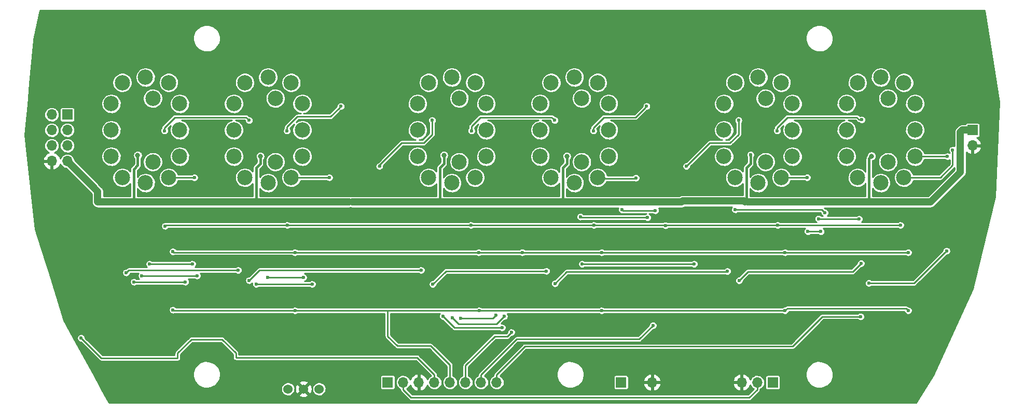
<source format=gbl>
G04 #@! TF.FileFunction,Copper,L2,Bot,Signal*
%FSLAX46Y46*%
G04 Gerber Fmt 4.6, Leading zero omitted, Abs format (unit mm)*
G04 Created by KiCad (PCBNEW 4.0.6) date Sunday, June 18, 2017 'PMt' 07:47:11 PM*
%MOMM*%
%LPD*%
G01*
G04 APERTURE LIST*
%ADD10C,0.100000*%
%ADD11C,2.500000*%
%ADD12C,1.524000*%
%ADD13R,1.700000X1.700000*%
%ADD14O,1.700000X1.700000*%
%ADD15C,0.800000*%
%ADD16C,1.200000*%
%ADD17C,2.000000*%
%ADD18C,0.600000*%
%ADD19C,1.200000*%
%ADD20C,0.800000*%
%ADD21C,0.400000*%
%ADD22C,0.250000*%
G04 APERTURE END LIST*
D10*
D11*
X213786000Y-67762000D03*
X215588000Y-64318000D03*
X215588000Y-60000000D03*
X215588000Y-55682000D03*
X213786000Y-52238000D03*
X210000000Y-51364000D03*
X206214000Y-52238000D03*
X204412000Y-55682000D03*
X204412000Y-60000000D03*
X204412000Y-64318000D03*
X206214000Y-67762000D03*
X210000000Y-68636000D03*
X211200000Y-65197000D03*
X211200000Y-54803000D03*
X143786000Y-67762000D03*
X145588000Y-64318000D03*
X145588000Y-60000000D03*
X145588000Y-55682000D03*
X143786000Y-52238000D03*
X140000000Y-51364000D03*
X136214000Y-52238000D03*
X134412000Y-55682000D03*
X134412000Y-60000000D03*
X134412000Y-64318000D03*
X136214000Y-67762000D03*
X140000000Y-68636000D03*
X141200000Y-65197000D03*
X141200000Y-54803000D03*
X93786000Y-67762000D03*
X95588000Y-64318000D03*
X95588000Y-60000000D03*
X95588000Y-55682000D03*
X93786000Y-52238000D03*
X90000000Y-51364000D03*
X86214000Y-52238000D03*
X84412000Y-55682000D03*
X84412000Y-60000000D03*
X84412000Y-64318000D03*
X86214000Y-67762000D03*
X90000000Y-68636000D03*
X91200000Y-65197000D03*
X91200000Y-54803000D03*
X113786000Y-67762000D03*
X115588000Y-64318000D03*
X115588000Y-60000000D03*
X115588000Y-55682000D03*
X113786000Y-52238000D03*
X110000000Y-51364000D03*
X106214000Y-52238000D03*
X104412000Y-55682000D03*
X104412000Y-60000000D03*
X104412000Y-64318000D03*
X106214000Y-67762000D03*
X110000000Y-68636000D03*
X111200000Y-65197000D03*
X111200000Y-54803000D03*
X163786000Y-67762000D03*
X165588000Y-64318000D03*
X165588000Y-60000000D03*
X165588000Y-55682000D03*
X163786000Y-52238000D03*
X160000000Y-51364000D03*
X156214000Y-52238000D03*
X154412000Y-55682000D03*
X154412000Y-60000000D03*
X154412000Y-64318000D03*
X156214000Y-67762000D03*
X160000000Y-68636000D03*
X161200000Y-65197000D03*
X161200000Y-54803000D03*
X193786000Y-67762000D03*
X195588000Y-64318000D03*
X195588000Y-60000000D03*
X195588000Y-55682000D03*
X193786000Y-52238000D03*
X190000000Y-51364000D03*
X186214000Y-52238000D03*
X184412000Y-55682000D03*
X184412000Y-60000000D03*
X184412000Y-64318000D03*
X186214000Y-67762000D03*
X190000000Y-68636000D03*
X191200000Y-65197000D03*
X191200000Y-54803000D03*
D12*
X118340000Y-102350000D03*
X115800000Y-102350000D03*
X113260000Y-102350000D03*
D13*
X129540000Y-101270000D03*
D14*
X132080000Y-101270000D03*
X134620000Y-101270000D03*
X137160000Y-101270000D03*
X139700000Y-101270000D03*
X142240000Y-101270000D03*
X144780000Y-101270000D03*
X147320000Y-101270000D03*
D13*
X192380000Y-101270000D03*
D14*
X189840000Y-101270000D03*
X187300000Y-101270000D03*
D13*
X77240000Y-57460000D03*
D14*
X74700000Y-57460000D03*
X77240000Y-60000000D03*
X74700000Y-60000000D03*
X77240000Y-62540000D03*
X74700000Y-62540000D03*
X77240000Y-65080000D03*
X74700000Y-65080000D03*
D13*
X225000000Y-60000000D03*
D14*
X225000000Y-62540000D03*
D13*
X167615000Y-101270000D03*
D14*
X172695000Y-101270000D03*
D15*
X93600000Y-57800004D03*
X113600000Y-57700004D03*
X128700000Y-63400000D03*
X128700000Y-55425000D03*
X143600000Y-57700000D03*
X163600000Y-57700000D03*
X178600000Y-55500000D03*
X178600000Y-63500000D03*
X213600000Y-57800000D03*
X193500000Y-57700000D03*
D16*
X225000000Y-65500000D03*
X104500000Y-81400000D03*
X134400000Y-81500002D03*
X154400000Y-81600000D03*
X184400000Y-81600000D03*
D17*
X76200000Y-69000000D03*
D16*
X194310000Y-90805000D03*
X204724000Y-81534000D03*
X215709500Y-90995500D03*
X117475000Y-87249000D03*
X97155000Y-87122000D03*
X97424000Y-77800000D03*
X85480063Y-80177990D03*
X81307089Y-84483271D03*
X101246089Y-84483271D03*
X117617000Y-77800000D03*
X131345089Y-84483271D03*
X147589000Y-77800000D03*
X145669000Y-85217000D03*
X151284089Y-84483271D03*
X165728000Y-91254000D03*
X165728000Y-91254000D03*
X167528000Y-77800000D03*
X199600000Y-86300000D03*
X179500000Y-86200000D03*
X197500000Y-77800000D03*
X217500000Y-77700000D03*
D15*
X212974990Y-62750000D03*
X178250000Y-70000000D03*
X178250000Y-52500000D03*
X93000000Y-62750000D03*
X113000000Y-62750000D03*
X193000000Y-62750000D03*
X163000000Y-62750000D03*
X143000000Y-62750000D03*
X128250000Y-70000000D03*
X128250000Y-52500000D03*
D16*
X173755000Y-71755000D03*
X123750000Y-71750000D03*
X177500000Y-71755000D03*
D15*
X208500000Y-64250000D03*
D18*
X188750000Y-64008000D03*
D16*
X130700000Y-71755000D03*
D15*
X88740000Y-64135000D03*
X108740000Y-64262000D03*
X138712000Y-64135000D03*
X158778000Y-64262000D03*
D18*
X97980500Y-67754500D03*
X120000000Y-67750000D03*
X115760500Y-84073998D03*
X109982000Y-84074000D03*
X97663000Y-81915000D03*
X90678000Y-81915000D03*
X89408002Y-83820000D03*
X98425000Y-83820000D03*
X96520000Y-84836000D03*
X88138000Y-84836000D03*
X108077000Y-85217000D03*
X117221000Y-85217000D03*
X170053000Y-67818000D03*
X141478000Y-90805000D03*
X147193000Y-90297000D03*
X140081000Y-90678000D03*
X148539000Y-90475000D03*
X148209000Y-92329000D03*
X138557000Y-90457000D03*
X167767000Y-73025000D03*
X173228000Y-73152000D03*
X171950000Y-74300000D03*
X161000000Y-74168000D03*
X197993000Y-67754500D03*
X200224990Y-76600000D03*
X198100000Y-76600000D03*
X161290000Y-81915002D03*
X179578000Y-81915000D03*
X186250000Y-73000000D03*
X200900000Y-73500000D03*
X221750000Y-63250000D03*
X220750000Y-79749998D03*
X220901870Y-64306542D03*
X208055573Y-85044427D03*
X199875010Y-74500000D03*
X206492002Y-74549000D03*
X86868000Y-83312000D03*
X105156000Y-82931000D03*
X106934000Y-84582000D03*
X135001000Y-82931000D03*
X136906000Y-85217000D03*
X155448000Y-83058000D03*
X184997002Y-83100000D03*
X156845000Y-85090000D03*
X206800000Y-81800000D03*
X186900000Y-84600000D03*
X106900000Y-58400000D03*
X93100000Y-60100000D03*
X121900000Y-56100000D03*
X113100000Y-60100000D03*
X136800000Y-58400000D03*
X128200000Y-65900000D03*
X156800000Y-58400000D03*
X143200000Y-60100000D03*
X171800000Y-56100000D03*
X163100000Y-60100000D03*
X186800000Y-58400000D03*
X178300004Y-65900000D03*
X206900000Y-58300000D03*
X193100000Y-60100000D03*
X206750000Y-90500000D03*
X79500000Y-94000000D03*
X164465000Y-89535000D03*
X144462500Y-89535000D03*
X114427000Y-89535000D03*
X194400000Y-89535000D03*
X94488000Y-89408000D03*
X214503000Y-89535000D03*
X114400000Y-80000000D03*
X151500000Y-80000000D03*
X149733000Y-93091000D03*
X94488000Y-79883000D03*
X144399000Y-80010000D03*
X164465000Y-80010000D03*
X194400000Y-80010000D03*
X214503000Y-80010000D03*
X174900000Y-75600002D03*
X172847000Y-91948000D03*
X113157000Y-75565000D03*
X143129000Y-75565000D03*
X163195000Y-75565000D03*
X193200000Y-75565000D03*
X93218000Y-75692000D03*
X213233000Y-75565000D03*
D19*
X187699999Y-71599999D02*
X187850000Y-71750000D01*
X177505000Y-71750000D02*
X177655001Y-71599999D01*
X177655001Y-71599999D02*
X187699999Y-71599999D01*
D20*
X177500000Y-71755000D02*
X177505000Y-71750000D01*
X208100000Y-71650000D02*
X208200000Y-71750000D01*
D19*
X208200000Y-71750000D02*
X218156002Y-71750000D01*
X218156002Y-71750000D02*
X223000000Y-66906002D01*
X223000000Y-66906002D02*
X223000000Y-60350000D01*
X223000000Y-60350000D02*
X223350000Y-60000000D01*
X223350000Y-60000000D02*
X225000000Y-60000000D01*
X82209998Y-71749998D02*
X82209998Y-70049998D01*
X82209998Y-70049998D02*
X77240000Y-65080000D01*
D20*
X130700000Y-71755000D02*
X131500000Y-71755000D01*
D19*
X131500000Y-71755000D02*
X138062000Y-71755000D01*
X123750000Y-71750000D02*
X131495000Y-71750000D01*
D20*
X131495000Y-71750000D02*
X131500000Y-71755000D01*
X130695000Y-71750000D02*
X130700000Y-71755000D01*
D19*
X82209998Y-71749998D02*
X88000000Y-71749998D01*
X88000000Y-71749998D02*
X90500000Y-71749998D01*
D21*
X88740000Y-64135000D02*
X88740000Y-65750000D01*
X88740000Y-65750000D02*
X88090000Y-66400000D01*
X88090000Y-66400000D02*
X88090000Y-71659998D01*
X88090000Y-71659998D02*
X88000000Y-71749998D01*
D20*
X89499998Y-71749998D02*
X90500000Y-71749998D01*
D19*
X90500000Y-71749998D02*
X108150000Y-71749998D01*
X108150000Y-71749998D02*
X123250000Y-71749998D01*
D20*
X123250002Y-71750000D02*
X123250000Y-71749998D01*
X123750000Y-71750000D02*
X123250002Y-71750000D01*
D21*
X108090000Y-69690000D02*
X108090000Y-71689998D01*
X108090000Y-71689998D02*
X108150000Y-71749998D01*
X108740000Y-64262000D02*
X108740000Y-65500000D01*
X108740000Y-65500000D02*
X108090000Y-66150000D01*
X108090000Y-66150000D02*
X108090000Y-69690000D01*
X108090000Y-69690000D02*
X108100000Y-69700000D01*
D19*
X158115000Y-71755000D02*
X173755000Y-71755000D01*
X173755000Y-71755000D02*
X177500000Y-71755000D01*
D21*
X123952000Y-71755000D02*
X123805002Y-71755000D01*
X188087000Y-71513000D02*
X187850000Y-71750000D01*
D20*
X187850000Y-71750000D02*
X188250000Y-71750000D01*
D21*
X188750000Y-64008000D02*
X188750000Y-65500000D01*
X188750000Y-65500000D02*
X188087000Y-66163000D01*
X188087000Y-66163000D02*
X188087000Y-71513000D01*
D20*
X208000000Y-71750000D02*
X207995000Y-71755000D01*
D19*
X207995000Y-71755000D02*
X188255000Y-71755000D01*
D20*
X188255000Y-71755000D02*
X188250000Y-71750000D01*
D21*
X208500000Y-64250000D02*
X208100000Y-64650000D01*
X208100000Y-71650000D02*
X208000000Y-71750000D01*
X208100000Y-64650000D02*
X208100000Y-71650000D01*
D19*
X138062000Y-71755000D02*
X158115000Y-71755000D01*
D21*
X158778000Y-64262000D02*
X158778000Y-65500000D01*
X158128000Y-71742000D02*
X158115000Y-71755000D01*
X158778000Y-65500000D02*
X158128000Y-66150000D01*
X158128000Y-66150000D02*
X158128000Y-71742000D01*
X138712000Y-65500000D02*
X138712000Y-64135000D01*
X138062000Y-71755000D02*
X138062000Y-66150000D01*
X138062000Y-66150000D02*
X138712000Y-65500000D01*
D22*
X93798000Y-67750000D02*
X93802500Y-67754500D01*
X93802500Y-67754500D02*
X97980500Y-67754500D01*
X120000000Y-67750000D02*
X113798000Y-67750000D01*
X109982000Y-84074000D02*
X115760498Y-84074000D01*
X90678000Y-81915000D02*
X97663000Y-81915000D01*
X98425000Y-83820000D02*
X89408002Y-83820000D01*
X88138000Y-84836000D02*
X96520000Y-84836000D01*
X117221000Y-85217000D02*
X108077000Y-85217000D01*
X163993000Y-67945000D02*
X169926000Y-67945000D01*
X169926000Y-67945000D02*
X170053000Y-67818000D01*
X170000000Y-67871000D02*
X170053000Y-67818000D01*
X147193000Y-90297000D02*
X146685000Y-90805000D01*
X146685000Y-90805000D02*
X141859000Y-90805000D01*
X141859000Y-90805000D02*
X141478000Y-90805000D01*
X141097000Y-91694000D02*
X140380999Y-90977999D01*
X147320000Y-91694000D02*
X141097000Y-91694000D01*
X148539000Y-90475000D02*
X147320000Y-91694000D01*
X140380999Y-90977999D02*
X140081000Y-90678000D01*
X138557000Y-90457000D02*
X140429000Y-92329000D01*
X140429000Y-92329000D02*
X148209000Y-92329000D01*
X173228000Y-73152000D02*
X167894000Y-73152000D01*
X167894000Y-73152000D02*
X167767000Y-73025000D01*
X161000000Y-74168000D02*
X161132000Y-74300000D01*
X161132000Y-74300000D02*
X171950000Y-74300000D01*
X197985500Y-67762000D02*
X197993000Y-67754500D01*
X193786000Y-67762000D02*
X197985500Y-67762000D01*
X198100000Y-76600000D02*
X200224990Y-76600000D01*
X161290002Y-81915000D02*
X161290000Y-81915002D01*
X179578000Y-81915000D02*
X161290002Y-81915000D01*
X186674264Y-73000000D02*
X186250000Y-73000000D01*
X200400000Y-73000000D02*
X186674264Y-73000000D01*
X200900000Y-73500000D02*
X200400000Y-73000000D01*
X213786000Y-67762000D02*
X219738000Y-67762000D01*
X219738000Y-67762000D02*
X221750000Y-65750000D01*
X221750000Y-65750000D02*
X221750000Y-63674264D01*
X221750000Y-63674264D02*
X221750000Y-63250000D01*
X220450001Y-80049997D02*
X220750000Y-79749998D01*
X215455571Y-85044427D02*
X220450001Y-80049997D01*
X208055573Y-85044427D02*
X215455571Y-85044427D01*
X215588000Y-64318000D02*
X220982000Y-64318000D01*
X206492002Y-74549000D02*
X199924010Y-74549000D01*
X199924010Y-74549000D02*
X199875010Y-74500000D01*
X87249000Y-82931000D02*
X86868000Y-83312000D01*
X105156000Y-82931000D02*
X87249000Y-82931000D01*
X135001000Y-82931000D02*
X108585000Y-82931000D01*
X108585000Y-82931000D02*
X106934000Y-84582000D01*
X139065000Y-83058000D02*
X136906000Y-85217000D01*
X155448000Y-83058000D02*
X139065000Y-83058000D01*
X184912002Y-83185000D02*
X184997002Y-83100000D01*
X156845000Y-85090000D02*
X158750000Y-83185000D01*
X158750000Y-83185000D02*
X184912002Y-83185000D01*
X206800000Y-81800000D02*
X205415000Y-83185000D01*
X205415000Y-83185000D02*
X188315000Y-83185000D01*
X188315000Y-83185000D02*
X186900000Y-84600000D01*
X93100000Y-60100000D02*
X93100000Y-59600000D01*
X93100000Y-59600000D02*
X94800000Y-57900000D01*
X94800000Y-57900000D02*
X106400000Y-57900000D01*
X106400000Y-57900000D02*
X106900000Y-58400000D01*
X113100000Y-60100000D02*
X113100000Y-59500000D01*
X113100000Y-59500000D02*
X114800000Y-57800000D01*
X114800000Y-57800000D02*
X120200000Y-57800000D01*
X120200000Y-57800000D02*
X121600001Y-56399999D01*
X121600001Y-56399999D02*
X121900000Y-56100000D01*
X136800000Y-58824264D02*
X136800000Y-58400000D01*
X135400000Y-62100000D02*
X136800000Y-60700000D01*
X136800000Y-60700000D02*
X136800000Y-58824264D01*
X131829000Y-62100000D02*
X135400000Y-62100000D01*
X128016000Y-65913000D02*
X131829000Y-62100000D01*
X143200000Y-60100000D02*
X143200000Y-59400000D01*
X143200000Y-59400000D02*
X144700000Y-57900000D01*
X144700000Y-57900000D02*
X156300000Y-57900000D01*
X156300000Y-57900000D02*
X156500001Y-58100001D01*
X156500001Y-58100001D02*
X156800000Y-58400000D01*
X163100000Y-60100000D02*
X163100000Y-59600000D01*
X170000000Y-57900000D02*
X171500001Y-56399999D01*
X163100000Y-59600000D02*
X164800000Y-57900000D01*
X171500001Y-56399999D02*
X171800000Y-56100000D01*
X164800000Y-57900000D02*
X170000000Y-57900000D01*
X186800000Y-58824264D02*
X186800000Y-58400000D01*
X186800000Y-60700000D02*
X186800000Y-58824264D01*
X185400000Y-62100000D02*
X186800000Y-60700000D01*
X178300004Y-65900000D02*
X182100004Y-62100000D01*
X182100004Y-62100000D02*
X185400000Y-62100000D01*
X193100000Y-60100000D02*
X193100000Y-59600000D01*
X193100000Y-59600000D02*
X194800000Y-57900000D01*
X194800000Y-57900000D02*
X206075736Y-57900000D01*
X206075736Y-57900000D02*
X206475736Y-58300000D01*
X206475736Y-58300000D02*
X206900000Y-58300000D01*
X193099999Y-60100001D02*
X193100000Y-60100000D01*
X206750000Y-90500000D02*
X200500000Y-90500000D01*
X200500000Y-90500000D02*
X195600000Y-95400000D01*
X195600000Y-95400000D02*
X151920000Y-95400000D01*
X151920000Y-95400000D02*
X147320000Y-100000000D01*
X147320000Y-100000000D02*
X147320000Y-101270000D01*
X133357919Y-103750000D02*
X183000000Y-103750000D01*
X183000000Y-103750000D02*
X183450000Y-103750000D01*
X189840000Y-101270000D02*
X189840000Y-102472081D01*
X189840000Y-102472081D02*
X188562081Y-103750000D01*
X188562081Y-103750000D02*
X183000000Y-103750000D01*
X132080000Y-101270000D02*
X132080000Y-102472081D01*
X132080000Y-102472081D02*
X133357919Y-103750000D01*
X137160000Y-100000000D02*
X137160000Y-101270000D01*
X137160000Y-100000000D02*
X134360000Y-97200000D01*
X134360000Y-97200000D02*
X128600000Y-97200000D01*
X128600000Y-97200000D02*
X128400000Y-97200000D01*
X127700000Y-97200000D02*
X128600000Y-97200000D01*
X79500000Y-94000000D02*
X82800000Y-97300000D01*
X82800000Y-97300000D02*
X95250000Y-97300000D01*
X95250000Y-97300000D02*
X95250000Y-96500000D01*
X95250000Y-96500000D02*
X97500000Y-94250000D01*
X97500000Y-94250000D02*
X102500000Y-94250000D01*
X104750000Y-96500000D02*
X104750000Y-97200000D01*
X102500000Y-94250000D02*
X104750000Y-96500000D01*
X104750000Y-97200000D02*
X127700000Y-97200000D01*
X139700000Y-100000000D02*
X139700000Y-101270000D01*
X139700000Y-100000000D02*
X139700000Y-98450000D01*
X139700000Y-98450000D02*
X136550000Y-95300000D01*
X136550000Y-95300000D02*
X131114000Y-95300000D01*
X131114000Y-95300000D02*
X129540000Y-93726000D01*
X129540000Y-93726000D02*
X129540000Y-89535000D01*
X194699999Y-89235001D02*
X194400000Y-89535000D01*
X214503000Y-89535000D02*
X214162999Y-89194999D01*
X214162999Y-89194999D02*
X194740001Y-89194999D01*
X194740001Y-89194999D02*
X194699999Y-89235001D01*
X194400000Y-89535000D02*
X164465000Y-89535000D01*
X164465000Y-89535000D02*
X144462500Y-89535000D01*
X114427000Y-89535000D02*
X129540000Y-89535000D01*
X129540000Y-89535000D02*
X144462500Y-89535000D01*
X130429000Y-89535000D02*
X144462500Y-89535000D01*
X114427000Y-89535000D02*
X94615000Y-89535000D01*
X94615000Y-89535000D02*
X94488000Y-89408000D01*
X142240000Y-100000000D02*
X142240000Y-101270000D01*
X94488000Y-79883000D02*
X94605000Y-80000000D01*
X94605000Y-80000000D02*
X114400000Y-80000000D01*
X114410000Y-80010000D02*
X114400000Y-80000000D01*
X144399000Y-80010000D02*
X114410000Y-80010000D01*
X151490000Y-80010000D02*
X151500000Y-80000000D01*
X151510000Y-80010000D02*
X151500000Y-80000000D01*
X144399000Y-80010000D02*
X151490000Y-80010000D01*
X164465000Y-80010000D02*
X151510000Y-80010000D01*
X194400000Y-80010000D02*
X167767000Y-80010000D01*
X167767000Y-80010000D02*
X164465000Y-80010000D01*
X149733000Y-93091000D02*
X149074000Y-93750000D01*
X149074000Y-93750000D02*
X147000000Y-93750000D01*
X147000000Y-93750000D02*
X142240000Y-98510000D01*
X142240000Y-98510000D02*
X142240000Y-100000000D01*
X214503000Y-80010000D02*
X194400000Y-80010000D01*
X172847000Y-91948000D02*
X170595000Y-94200000D01*
X170595000Y-94200000D02*
X150580000Y-94200000D01*
X150580000Y-94200000D02*
X144780000Y-100000000D01*
X144780000Y-100000000D02*
X144780000Y-101270000D01*
X174935002Y-75565000D02*
X174900000Y-75600002D01*
X193200000Y-75565000D02*
X174935002Y-75565000D01*
X174864998Y-75565000D02*
X174900000Y-75600002D01*
X163195000Y-75565000D02*
X174864998Y-75565000D01*
X143129000Y-75565000D02*
X113157000Y-75565000D01*
X113157000Y-75565000D02*
X93345000Y-75565000D01*
X163195000Y-75565000D02*
X143129000Y-75565000D01*
X213233000Y-75565000D02*
X193200000Y-75565000D01*
X93345000Y-75565000D02*
X93218000Y-75692000D01*
G36*
X229297445Y-55430342D02*
X228674822Y-70919662D01*
X225055499Y-85993050D01*
X218571373Y-100089333D01*
X215752070Y-104550000D01*
X84017264Y-104550000D01*
X82870571Y-102445602D01*
X112121506Y-102445602D01*
X112161758Y-102664916D01*
X112243841Y-102872235D01*
X112364629Y-103059662D01*
X112519522Y-103220058D01*
X112702620Y-103347314D01*
X112906948Y-103436583D01*
X113124723Y-103484464D01*
X113347652Y-103489134D01*
X113567241Y-103450414D01*
X113775128Y-103369780D01*
X113860250Y-103315760D01*
X115016673Y-103315760D01*
X115083931Y-103555051D01*
X115332784Y-103671595D01*
X115599593Y-103737350D01*
X115874102Y-103749790D01*
X116145764Y-103708437D01*
X116404138Y-103614880D01*
X116516069Y-103555051D01*
X116583327Y-103315760D01*
X115800000Y-102532434D01*
X115016673Y-103315760D01*
X113860250Y-103315760D01*
X113963394Y-103250303D01*
X114124868Y-103096534D01*
X114253399Y-102914329D01*
X114344092Y-102710629D01*
X114393492Y-102493193D01*
X114394456Y-102424102D01*
X114400210Y-102424102D01*
X114441563Y-102695764D01*
X114535120Y-102954138D01*
X114594949Y-103066069D01*
X114834240Y-103133327D01*
X115617566Y-102350000D01*
X115982434Y-102350000D01*
X116765760Y-103133327D01*
X117005051Y-103066069D01*
X117121595Y-102817216D01*
X117187350Y-102550407D01*
X117192099Y-102445602D01*
X117201506Y-102445602D01*
X117241758Y-102664916D01*
X117323841Y-102872235D01*
X117444629Y-103059662D01*
X117599522Y-103220058D01*
X117782620Y-103347314D01*
X117986948Y-103436583D01*
X118204723Y-103484464D01*
X118427652Y-103489134D01*
X118647241Y-103450414D01*
X118855128Y-103369780D01*
X119043394Y-103250303D01*
X119204868Y-103096534D01*
X119333399Y-102914329D01*
X119424092Y-102710629D01*
X119473492Y-102493193D01*
X119477048Y-102238511D01*
X119433738Y-102019781D01*
X119348769Y-101813628D01*
X119225375Y-101627906D01*
X119068258Y-101469688D01*
X118883401Y-101345001D01*
X118677847Y-101258594D01*
X118459424Y-101213758D01*
X118236452Y-101212201D01*
X118017425Y-101253983D01*
X117810684Y-101337512D01*
X117624105Y-101459606D01*
X117464793Y-101615615D01*
X117338819Y-101799596D01*
X117250979Y-102004542D01*
X117204619Y-102222647D01*
X117201506Y-102445602D01*
X117192099Y-102445602D01*
X117199790Y-102275898D01*
X117158437Y-102004236D01*
X117064880Y-101745862D01*
X117005051Y-101633931D01*
X116765760Y-101566673D01*
X115982434Y-102350000D01*
X115617566Y-102350000D01*
X114834240Y-101566673D01*
X114594949Y-101633931D01*
X114478405Y-101882784D01*
X114412650Y-102149593D01*
X114400210Y-102424102D01*
X114394456Y-102424102D01*
X114397048Y-102238511D01*
X114353738Y-102019781D01*
X114268769Y-101813628D01*
X114145375Y-101627906D01*
X113988258Y-101469688D01*
X113861576Y-101384240D01*
X115016673Y-101384240D01*
X115800000Y-102167566D01*
X116583327Y-101384240D01*
X116516069Y-101144949D01*
X116267216Y-101028405D01*
X116000407Y-100962650D01*
X115725898Y-100950210D01*
X115454236Y-100991563D01*
X115195862Y-101085120D01*
X115083931Y-101144949D01*
X115016673Y-101384240D01*
X113861576Y-101384240D01*
X113803401Y-101345001D01*
X113597847Y-101258594D01*
X113379424Y-101213758D01*
X113156452Y-101212201D01*
X112937425Y-101253983D01*
X112730684Y-101337512D01*
X112544105Y-101459606D01*
X112384793Y-101615615D01*
X112258819Y-101799596D01*
X112170979Y-102004542D01*
X112124619Y-102222647D01*
X112121506Y-102445602D01*
X82870571Y-102445602D01*
X81639897Y-100187084D01*
X97772075Y-100187084D01*
X97850844Y-100616261D01*
X98011473Y-101021964D01*
X98247845Y-101388741D01*
X98550956Y-101702621D01*
X98909260Y-101951650D01*
X99309110Y-102126340D01*
X99735276Y-102220039D01*
X100171526Y-102229177D01*
X100601242Y-102153406D01*
X101008057Y-101995613D01*
X101376475Y-101761808D01*
X101692464Y-101460896D01*
X101943987Y-101104338D01*
X102121465Y-100705717D01*
X102186378Y-100420000D01*
X128313186Y-100420000D01*
X128313186Y-102120000D01*
X128317948Y-102179717D01*
X128349315Y-102281004D01*
X128407657Y-102369543D01*
X128488357Y-102438322D01*
X128585022Y-102481896D01*
X128690000Y-102496814D01*
X130390000Y-102496814D01*
X130449717Y-102492052D01*
X130551004Y-102460685D01*
X130639543Y-102402343D01*
X130708322Y-102321643D01*
X130751896Y-102224978D01*
X130766814Y-102120000D01*
X130766814Y-101264073D01*
X130855000Y-101264073D01*
X130855000Y-101275927D01*
X130878330Y-101513864D01*
X130947431Y-101742738D01*
X131059671Y-101953832D01*
X131210776Y-102139104D01*
X131394989Y-102291498D01*
X131580000Y-102391533D01*
X131580000Y-102472081D01*
X131584505Y-102518025D01*
X131588532Y-102564057D01*
X131589265Y-102566582D01*
X131589522Y-102569198D01*
X131602869Y-102613404D01*
X131615757Y-102657765D01*
X131616967Y-102660100D01*
X131617727Y-102662616D01*
X131639394Y-102703366D01*
X131660664Y-102744401D01*
X131662306Y-102746457D01*
X131663539Y-102748777D01*
X131692728Y-102784566D01*
X131721545Y-102820663D01*
X131725152Y-102824321D01*
X131725215Y-102824398D01*
X131725286Y-102824457D01*
X131726447Y-102825634D01*
X133004365Y-104103553D01*
X133040057Y-104132871D01*
X133075435Y-104162557D01*
X133077739Y-104163823D01*
X133079770Y-104165492D01*
X133120461Y-104187310D01*
X133160948Y-104209568D01*
X133163455Y-104210363D01*
X133165771Y-104211605D01*
X133209934Y-104225107D01*
X133253963Y-104239074D01*
X133256574Y-104239367D01*
X133259090Y-104240136D01*
X133305022Y-104244801D01*
X133350938Y-104249951D01*
X133356087Y-104249987D01*
X133356174Y-104249996D01*
X133356255Y-104249988D01*
X133357919Y-104250000D01*
X188562081Y-104250000D01*
X188608025Y-104245495D01*
X188654057Y-104241468D01*
X188656582Y-104240735D01*
X188659198Y-104240478D01*
X188703404Y-104227131D01*
X188747765Y-104214243D01*
X188750100Y-104213033D01*
X188752616Y-104212273D01*
X188793366Y-104190606D01*
X188834401Y-104169336D01*
X188836457Y-104167694D01*
X188838777Y-104166461D01*
X188874566Y-104137272D01*
X188910663Y-104108455D01*
X188914321Y-104104848D01*
X188914398Y-104104785D01*
X188914457Y-104104714D01*
X188915634Y-104103553D01*
X190193553Y-102825635D01*
X190222871Y-102789943D01*
X190252557Y-102754565D01*
X190253823Y-102752261D01*
X190255492Y-102750230D01*
X190277310Y-102709539D01*
X190299568Y-102669052D01*
X190300363Y-102666545D01*
X190301605Y-102664229D01*
X190315107Y-102620066D01*
X190329074Y-102576037D01*
X190329367Y-102573426D01*
X190330136Y-102570910D01*
X190334801Y-102524978D01*
X190339951Y-102479062D01*
X190339987Y-102473913D01*
X190339996Y-102473826D01*
X190339988Y-102473745D01*
X190340000Y-102472081D01*
X190340000Y-102390237D01*
X190510765Y-102300963D01*
X190697088Y-102151156D01*
X190850764Y-101968012D01*
X190965941Y-101758506D01*
X191038231Y-101530619D01*
X191064881Y-101293031D01*
X191065000Y-101275927D01*
X191065000Y-101264073D01*
X191041670Y-101026136D01*
X190972569Y-100797262D01*
X190860329Y-100586168D01*
X190724805Y-100420000D01*
X191153186Y-100420000D01*
X191153186Y-102120000D01*
X191157948Y-102179717D01*
X191189315Y-102281004D01*
X191247657Y-102369543D01*
X191328357Y-102438322D01*
X191425022Y-102481896D01*
X191530000Y-102496814D01*
X193230000Y-102496814D01*
X193289717Y-102492052D01*
X193391004Y-102460685D01*
X193479543Y-102402343D01*
X193548322Y-102321643D01*
X193591896Y-102224978D01*
X193606814Y-102120000D01*
X193606814Y-100420000D01*
X193602052Y-100360283D01*
X193570685Y-100258996D01*
X193523300Y-100187084D01*
X197772075Y-100187084D01*
X197850844Y-100616261D01*
X198011473Y-101021964D01*
X198247845Y-101388741D01*
X198550956Y-101702621D01*
X198909260Y-101951650D01*
X199309110Y-102126340D01*
X199735276Y-102220039D01*
X200171526Y-102229177D01*
X200601242Y-102153406D01*
X201008057Y-101995613D01*
X201376475Y-101761808D01*
X201692464Y-101460896D01*
X201943987Y-101104338D01*
X202121465Y-100705717D01*
X202218136Y-100280216D01*
X202225096Y-99781827D01*
X202140342Y-99353793D01*
X201974064Y-98950371D01*
X201732595Y-98586930D01*
X201425131Y-98277313D01*
X201063384Y-98033312D01*
X200661134Y-97864221D01*
X200233701Y-97776482D01*
X199797367Y-97773436D01*
X199368751Y-97855198D01*
X198964178Y-98018656D01*
X198599061Y-98257583D01*
X198287304Y-98562877D01*
X198040783Y-98922912D01*
X197868889Y-99323972D01*
X197778167Y-99750782D01*
X197772075Y-100187084D01*
X193523300Y-100187084D01*
X193512343Y-100170457D01*
X193431643Y-100101678D01*
X193334978Y-100058104D01*
X193230000Y-100043186D01*
X191530000Y-100043186D01*
X191470283Y-100047948D01*
X191368996Y-100079315D01*
X191280457Y-100137657D01*
X191211678Y-100218357D01*
X191168104Y-100315022D01*
X191153186Y-100420000D01*
X190724805Y-100420000D01*
X190709224Y-100400896D01*
X190525011Y-100248502D01*
X190314707Y-100134791D01*
X190086320Y-100064093D01*
X189848552Y-100039103D01*
X189610458Y-100060771D01*
X189381107Y-100128273D01*
X189169235Y-100239037D01*
X188982912Y-100388844D01*
X188829236Y-100571988D01*
X188714059Y-100781494D01*
X188703997Y-100813214D01*
X188641420Y-100637625D01*
X188492275Y-100388078D01*
X188297311Y-100172423D01*
X188064021Y-99998947D01*
X187801370Y-99874317D01*
X187658525Y-99830990D01*
X187429000Y-99951546D01*
X187429000Y-101141000D01*
X187449000Y-101141000D01*
X187449000Y-101399000D01*
X187429000Y-101399000D01*
X187429000Y-102588454D01*
X187658525Y-102709010D01*
X187801370Y-102665683D01*
X188064021Y-102541053D01*
X188297311Y-102367577D01*
X188492275Y-102151922D01*
X188641420Y-101902375D01*
X188703249Y-101728885D01*
X188707431Y-101742738D01*
X188819671Y-101953832D01*
X188970776Y-102139104D01*
X189154989Y-102291498D01*
X189257856Y-102347118D01*
X188354975Y-103250000D01*
X133565026Y-103250000D01*
X132662258Y-102347233D01*
X132750765Y-102300963D01*
X132937088Y-102151156D01*
X133090764Y-101968012D01*
X133205941Y-101758506D01*
X133216003Y-101726786D01*
X133278580Y-101902375D01*
X133427725Y-102151922D01*
X133622689Y-102367577D01*
X133855979Y-102541053D01*
X134118630Y-102665683D01*
X134261475Y-102709010D01*
X134491000Y-102588454D01*
X134491000Y-101399000D01*
X134471000Y-101399000D01*
X134471000Y-101141000D01*
X134491000Y-101141000D01*
X134491000Y-99951546D01*
X134261475Y-99830990D01*
X134118630Y-99874317D01*
X133855979Y-99998947D01*
X133622689Y-100172423D01*
X133427725Y-100388078D01*
X133278580Y-100637625D01*
X133216751Y-100811115D01*
X133212569Y-100797262D01*
X133100329Y-100586168D01*
X132949224Y-100400896D01*
X132765011Y-100248502D01*
X132554707Y-100134791D01*
X132326320Y-100064093D01*
X132088552Y-100039103D01*
X131850458Y-100060771D01*
X131621107Y-100128273D01*
X131409235Y-100239037D01*
X131222912Y-100388844D01*
X131069236Y-100571988D01*
X130954059Y-100781494D01*
X130881769Y-101009381D01*
X130855119Y-101246969D01*
X130855000Y-101264073D01*
X130766814Y-101264073D01*
X130766814Y-100420000D01*
X130762052Y-100360283D01*
X130730685Y-100258996D01*
X130672343Y-100170457D01*
X130591643Y-100101678D01*
X130494978Y-100058104D01*
X130390000Y-100043186D01*
X128690000Y-100043186D01*
X128630283Y-100047948D01*
X128528996Y-100079315D01*
X128440457Y-100137657D01*
X128371678Y-100218357D01*
X128328104Y-100315022D01*
X128313186Y-100420000D01*
X102186378Y-100420000D01*
X102218136Y-100280216D01*
X102225096Y-99781827D01*
X102140342Y-99353793D01*
X101974064Y-98950371D01*
X101732595Y-98586930D01*
X101425131Y-98277313D01*
X101063384Y-98033312D01*
X100661134Y-97864221D01*
X100233701Y-97776482D01*
X99797367Y-97773436D01*
X99368751Y-97855198D01*
X98964178Y-98018656D01*
X98599061Y-98257583D01*
X98287304Y-98562877D01*
X98040783Y-98922912D01*
X97868889Y-99323972D01*
X97778167Y-99750782D01*
X97772075Y-100187084D01*
X81639897Y-100187084D01*
X78299460Y-94056756D01*
X78824113Y-94056756D01*
X78848009Y-94186955D01*
X78896739Y-94310034D01*
X78968447Y-94421303D01*
X79060402Y-94516526D01*
X79169101Y-94592073D01*
X79290404Y-94645069D01*
X79419691Y-94673495D01*
X79467388Y-94674494D01*
X82446447Y-97653554D01*
X82482148Y-97682880D01*
X82517516Y-97712557D01*
X82519819Y-97713823D01*
X82521852Y-97715493D01*
X82562560Y-97737320D01*
X82603029Y-97759568D01*
X82605536Y-97760363D01*
X82607852Y-97761605D01*
X82652015Y-97775107D01*
X82696044Y-97789074D01*
X82698655Y-97789367D01*
X82701171Y-97790136D01*
X82747147Y-97794806D01*
X82793019Y-97799951D01*
X82798157Y-97799987D01*
X82798255Y-97799997D01*
X82798346Y-97799988D01*
X82800000Y-97800000D01*
X95250000Y-97800000D01*
X95296817Y-97795410D01*
X95343691Y-97791144D01*
X95345373Y-97790649D01*
X95347117Y-97790478D01*
X95392155Y-97776880D01*
X95437303Y-97763592D01*
X95438857Y-97762780D01*
X95440535Y-97762273D01*
X95482104Y-97740171D01*
X95523782Y-97718382D01*
X95525147Y-97717285D01*
X95526696Y-97716461D01*
X95563164Y-97686718D01*
X95599832Y-97657236D01*
X95600960Y-97655892D01*
X95602317Y-97654785D01*
X95632265Y-97618585D01*
X95662557Y-97582484D01*
X95663403Y-97580945D01*
X95664519Y-97579596D01*
X95686888Y-97538227D01*
X95709568Y-97496971D01*
X95710098Y-97495301D01*
X95710932Y-97493758D01*
X95724852Y-97448789D01*
X95739074Y-97403956D01*
X95739269Y-97402215D01*
X95739788Y-97400539D01*
X95744712Y-97353694D01*
X95749951Y-97306981D01*
X95749975Y-97303618D01*
X95749988Y-97303491D01*
X95749976Y-97303363D01*
X95750000Y-97300000D01*
X95750000Y-96707106D01*
X97707107Y-94750000D01*
X102292894Y-94750000D01*
X104250000Y-96707107D01*
X104250000Y-97200000D01*
X104254590Y-97246817D01*
X104258856Y-97293691D01*
X104259351Y-97295373D01*
X104259522Y-97297117D01*
X104273120Y-97342155D01*
X104286408Y-97387303D01*
X104287220Y-97388857D01*
X104287727Y-97390535D01*
X104309829Y-97432104D01*
X104331618Y-97473782D01*
X104332715Y-97475147D01*
X104333539Y-97476696D01*
X104363282Y-97513164D01*
X104392764Y-97549832D01*
X104394108Y-97550960D01*
X104395215Y-97552317D01*
X104431415Y-97582265D01*
X104467516Y-97612557D01*
X104469055Y-97613403D01*
X104470404Y-97614519D01*
X104511773Y-97636888D01*
X104553029Y-97659568D01*
X104554699Y-97660098D01*
X104556242Y-97660932D01*
X104601211Y-97674852D01*
X104646044Y-97689074D01*
X104647785Y-97689269D01*
X104649461Y-97689788D01*
X104696306Y-97694712D01*
X104743019Y-97699951D01*
X104746382Y-97699975D01*
X104746509Y-97699988D01*
X104746637Y-97699976D01*
X104750000Y-97700000D01*
X134152894Y-97700000D01*
X136622344Y-100169450D01*
X136489235Y-100239037D01*
X136302912Y-100388844D01*
X136149236Y-100571988D01*
X136034059Y-100781494D01*
X136023997Y-100813214D01*
X135961420Y-100637625D01*
X135812275Y-100388078D01*
X135617311Y-100172423D01*
X135384021Y-99998947D01*
X135121370Y-99874317D01*
X134978525Y-99830990D01*
X134749000Y-99951546D01*
X134749000Y-101141000D01*
X134769000Y-101141000D01*
X134769000Y-101399000D01*
X134749000Y-101399000D01*
X134749000Y-102588454D01*
X134978525Y-102709010D01*
X135121370Y-102665683D01*
X135384021Y-102541053D01*
X135617311Y-102367577D01*
X135812275Y-102151922D01*
X135961420Y-101902375D01*
X136023249Y-101728885D01*
X136027431Y-101742738D01*
X136139671Y-101953832D01*
X136290776Y-102139104D01*
X136474989Y-102291498D01*
X136685293Y-102405209D01*
X136913680Y-102475907D01*
X137151448Y-102500897D01*
X137389542Y-102479229D01*
X137618893Y-102411727D01*
X137830765Y-102300963D01*
X138017088Y-102151156D01*
X138170764Y-101968012D01*
X138285941Y-101758506D01*
X138358231Y-101530619D01*
X138384881Y-101293031D01*
X138385000Y-101275927D01*
X138385000Y-101264073D01*
X138361670Y-101026136D01*
X138292569Y-100797262D01*
X138180329Y-100586168D01*
X138029224Y-100400896D01*
X137845011Y-100248502D01*
X137660000Y-100148467D01*
X137660000Y-100000000D01*
X137655495Y-99954052D01*
X137651468Y-99908025D01*
X137650735Y-99905501D01*
X137650478Y-99902883D01*
X137637127Y-99858665D01*
X137624243Y-99814316D01*
X137623033Y-99811981D01*
X137622273Y-99809465D01*
X137600606Y-99768715D01*
X137579336Y-99727680D01*
X137577694Y-99725624D01*
X137576461Y-99723304D01*
X137547272Y-99687515D01*
X137518455Y-99651418D01*
X137514848Y-99647760D01*
X137514785Y-99647683D01*
X137514714Y-99647624D01*
X137513553Y-99646447D01*
X134713553Y-96846447D01*
X134677908Y-96817168D01*
X134642484Y-96787443D01*
X134640177Y-96786175D01*
X134638148Y-96784508D01*
X134597479Y-96762701D01*
X134556971Y-96740432D01*
X134554464Y-96739637D01*
X134552148Y-96738395D01*
X134507985Y-96724893D01*
X134463956Y-96710926D01*
X134461345Y-96710633D01*
X134458829Y-96709864D01*
X134412853Y-96705194D01*
X134366981Y-96700049D01*
X134361843Y-96700013D01*
X134361745Y-96700003D01*
X134361654Y-96700012D01*
X134360000Y-96700000D01*
X105250000Y-96700000D01*
X105250000Y-96500000D01*
X105245499Y-96454098D01*
X105241469Y-96408025D01*
X105240734Y-96405496D01*
X105240478Y-96402883D01*
X105227154Y-96358752D01*
X105214244Y-96314316D01*
X105213031Y-96311976D01*
X105212273Y-96309465D01*
X105190614Y-96268730D01*
X105169336Y-96227681D01*
X105167696Y-96225626D01*
X105166461Y-96223304D01*
X105137254Y-96187494D01*
X105108455Y-96151418D01*
X105104844Y-96147756D01*
X105104785Y-96147683D01*
X105104718Y-96147627D01*
X105103554Y-96146447D01*
X102853553Y-93896447D01*
X102817908Y-93867168D01*
X102782484Y-93837443D01*
X102780177Y-93836175D01*
X102778148Y-93834508D01*
X102737479Y-93812701D01*
X102696971Y-93790432D01*
X102694464Y-93789637D01*
X102692148Y-93788395D01*
X102647985Y-93774893D01*
X102603956Y-93760926D01*
X102601345Y-93760633D01*
X102598829Y-93759864D01*
X102552853Y-93755194D01*
X102506981Y-93750049D01*
X102501843Y-93750013D01*
X102501745Y-93750003D01*
X102501654Y-93750012D01*
X102500000Y-93750000D01*
X97500000Y-93750000D01*
X97454098Y-93754501D01*
X97408025Y-93758531D01*
X97405496Y-93759266D01*
X97402883Y-93759522D01*
X97358752Y-93772846D01*
X97314316Y-93785756D01*
X97311976Y-93786969D01*
X97309465Y-93787727D01*
X97268730Y-93809386D01*
X97227681Y-93830664D01*
X97225626Y-93832304D01*
X97223304Y-93833539D01*
X97187494Y-93862746D01*
X97151418Y-93891545D01*
X97147756Y-93895156D01*
X97147683Y-93895215D01*
X97147627Y-93895282D01*
X97146447Y-93896446D01*
X94896447Y-96146447D01*
X94867168Y-96182092D01*
X94837443Y-96217516D01*
X94836175Y-96219823D01*
X94834508Y-96221852D01*
X94812701Y-96262521D01*
X94790432Y-96303029D01*
X94789637Y-96305536D01*
X94788395Y-96307852D01*
X94774893Y-96352015D01*
X94760926Y-96396044D01*
X94760633Y-96398655D01*
X94759864Y-96401171D01*
X94755194Y-96447147D01*
X94750049Y-96493019D01*
X94750013Y-96498157D01*
X94750003Y-96498255D01*
X94750012Y-96498346D01*
X94750000Y-96500000D01*
X94750000Y-96800000D01*
X83007107Y-96800000D01*
X80174559Y-93967453D01*
X80175029Y-93933813D01*
X80149317Y-93803960D01*
X80098873Y-93681573D01*
X80025618Y-93571316D01*
X79932343Y-93477387D01*
X79822600Y-93403364D01*
X79700569Y-93352067D01*
X79570898Y-93325450D01*
X79438527Y-93324525D01*
X79308497Y-93349330D01*
X79185762Y-93398918D01*
X79074996Y-93471402D01*
X78980418Y-93564019D01*
X78905631Y-93673243D01*
X78853483Y-93794913D01*
X78825961Y-93924394D01*
X78824113Y-94056756D01*
X78299460Y-94056756D01*
X76687431Y-91098382D01*
X76175919Y-89464756D01*
X93812113Y-89464756D01*
X93836009Y-89594955D01*
X93884739Y-89718034D01*
X93956447Y-89829303D01*
X94048402Y-89924526D01*
X94157101Y-90000073D01*
X94278404Y-90053069D01*
X94407691Y-90081495D01*
X94540036Y-90084267D01*
X94670399Y-90061280D01*
X94738154Y-90035000D01*
X113971443Y-90035000D01*
X113987402Y-90051526D01*
X114096101Y-90127073D01*
X114217404Y-90180069D01*
X114346691Y-90208495D01*
X114479036Y-90211267D01*
X114609399Y-90188280D01*
X114732815Y-90140411D01*
X114844582Y-90069481D01*
X114880791Y-90035000D01*
X129040000Y-90035000D01*
X129040000Y-93726000D01*
X129044505Y-93771944D01*
X129048532Y-93817976D01*
X129049265Y-93820501D01*
X129049522Y-93823117D01*
X129062869Y-93867323D01*
X129075757Y-93911684D01*
X129076967Y-93914019D01*
X129077727Y-93916535D01*
X129099394Y-93957285D01*
X129120664Y-93998320D01*
X129122306Y-94000376D01*
X129123539Y-94002696D01*
X129152728Y-94038485D01*
X129181545Y-94074582D01*
X129185152Y-94078240D01*
X129185215Y-94078317D01*
X129185286Y-94078376D01*
X129186447Y-94079553D01*
X130760447Y-95653553D01*
X130796092Y-95682832D01*
X130831516Y-95712557D01*
X130833823Y-95713825D01*
X130835852Y-95715492D01*
X130876521Y-95737299D01*
X130917029Y-95759568D01*
X130919536Y-95760363D01*
X130921852Y-95761605D01*
X130966015Y-95775107D01*
X131010044Y-95789074D01*
X131012655Y-95789367D01*
X131015171Y-95790136D01*
X131061147Y-95794806D01*
X131107019Y-95799951D01*
X131112157Y-95799987D01*
X131112255Y-95799997D01*
X131112346Y-95799988D01*
X131114000Y-95800000D01*
X136342894Y-95800000D01*
X139200000Y-98657107D01*
X139200000Y-100149763D01*
X139029235Y-100239037D01*
X138842912Y-100388844D01*
X138689236Y-100571988D01*
X138574059Y-100781494D01*
X138501769Y-101009381D01*
X138475119Y-101246969D01*
X138475000Y-101264073D01*
X138475000Y-101275927D01*
X138498330Y-101513864D01*
X138567431Y-101742738D01*
X138679671Y-101953832D01*
X138830776Y-102139104D01*
X139014989Y-102291498D01*
X139225293Y-102405209D01*
X139453680Y-102475907D01*
X139691448Y-102500897D01*
X139929542Y-102479229D01*
X140158893Y-102411727D01*
X140370765Y-102300963D01*
X140557088Y-102151156D01*
X140710764Y-101968012D01*
X140825941Y-101758506D01*
X140898231Y-101530619D01*
X140924881Y-101293031D01*
X140925000Y-101275927D01*
X140925000Y-101264073D01*
X141015000Y-101264073D01*
X141015000Y-101275927D01*
X141038330Y-101513864D01*
X141107431Y-101742738D01*
X141219671Y-101953832D01*
X141370776Y-102139104D01*
X141554989Y-102291498D01*
X141765293Y-102405209D01*
X141993680Y-102475907D01*
X142231448Y-102500897D01*
X142469542Y-102479229D01*
X142698893Y-102411727D01*
X142910765Y-102300963D01*
X143097088Y-102151156D01*
X143250764Y-101968012D01*
X143365941Y-101758506D01*
X143438231Y-101530619D01*
X143464881Y-101293031D01*
X143465000Y-101275927D01*
X143465000Y-101264073D01*
X143555000Y-101264073D01*
X143555000Y-101275927D01*
X143578330Y-101513864D01*
X143647431Y-101742738D01*
X143759671Y-101953832D01*
X143910776Y-102139104D01*
X144094989Y-102291498D01*
X144305293Y-102405209D01*
X144533680Y-102475907D01*
X144771448Y-102500897D01*
X145009542Y-102479229D01*
X145238893Y-102411727D01*
X145450765Y-102300963D01*
X145637088Y-102151156D01*
X145790764Y-101968012D01*
X145905941Y-101758506D01*
X145978231Y-101530619D01*
X146004881Y-101293031D01*
X146005000Y-101275927D01*
X146005000Y-101264073D01*
X146095000Y-101264073D01*
X146095000Y-101275927D01*
X146118330Y-101513864D01*
X146187431Y-101742738D01*
X146299671Y-101953832D01*
X146450776Y-102139104D01*
X146634989Y-102291498D01*
X146845293Y-102405209D01*
X147073680Y-102475907D01*
X147311448Y-102500897D01*
X147549542Y-102479229D01*
X147778893Y-102411727D01*
X147990765Y-102300963D01*
X148177088Y-102151156D01*
X148330764Y-101968012D01*
X148445941Y-101758506D01*
X148518231Y-101530619D01*
X148544881Y-101293031D01*
X148545000Y-101275927D01*
X148545000Y-101264073D01*
X148521670Y-101026136D01*
X148452569Y-100797262D01*
X148340329Y-100586168D01*
X148189224Y-100400896D01*
X148005011Y-100248502D01*
X147891421Y-100187084D01*
X157132075Y-100187084D01*
X157210844Y-100616261D01*
X157371473Y-101021964D01*
X157607845Y-101388741D01*
X157910956Y-101702621D01*
X158269260Y-101951650D01*
X158669110Y-102126340D01*
X159095276Y-102220039D01*
X159531526Y-102229177D01*
X159961242Y-102153406D01*
X160368057Y-101995613D01*
X160736475Y-101761808D01*
X161052464Y-101460896D01*
X161303987Y-101104338D01*
X161481465Y-100705717D01*
X161546378Y-100420000D01*
X166388186Y-100420000D01*
X166388186Y-102120000D01*
X166392948Y-102179717D01*
X166424315Y-102281004D01*
X166482657Y-102369543D01*
X166563357Y-102438322D01*
X166660022Y-102481896D01*
X166765000Y-102496814D01*
X168465000Y-102496814D01*
X168524717Y-102492052D01*
X168626004Y-102460685D01*
X168714543Y-102402343D01*
X168783322Y-102321643D01*
X168826896Y-102224978D01*
X168841814Y-102120000D01*
X168841814Y-101628526D01*
X171255985Y-101628526D01*
X171353580Y-101902375D01*
X171502725Y-102151922D01*
X171697689Y-102367577D01*
X171930979Y-102541053D01*
X172193630Y-102665683D01*
X172336475Y-102709010D01*
X172566000Y-102588454D01*
X172566000Y-101399000D01*
X172824000Y-101399000D01*
X172824000Y-102588454D01*
X173053525Y-102709010D01*
X173196370Y-102665683D01*
X173459021Y-102541053D01*
X173692311Y-102367577D01*
X173887275Y-102151922D01*
X174036420Y-101902375D01*
X174134015Y-101628526D01*
X185860985Y-101628526D01*
X185958580Y-101902375D01*
X186107725Y-102151922D01*
X186302689Y-102367577D01*
X186535979Y-102541053D01*
X186798630Y-102665683D01*
X186941475Y-102709010D01*
X187171000Y-102588454D01*
X187171000Y-101399000D01*
X185980866Y-101399000D01*
X185860985Y-101628526D01*
X174134015Y-101628526D01*
X174014134Y-101399000D01*
X172824000Y-101399000D01*
X172566000Y-101399000D01*
X171375866Y-101399000D01*
X171255985Y-101628526D01*
X168841814Y-101628526D01*
X168841814Y-100911474D01*
X171255985Y-100911474D01*
X171375866Y-101141000D01*
X172566000Y-101141000D01*
X172566000Y-99951546D01*
X172824000Y-99951546D01*
X172824000Y-101141000D01*
X174014134Y-101141000D01*
X174134015Y-100911474D01*
X185860985Y-100911474D01*
X185980866Y-101141000D01*
X187171000Y-101141000D01*
X187171000Y-99951546D01*
X186941475Y-99830990D01*
X186798630Y-99874317D01*
X186535979Y-99998947D01*
X186302689Y-100172423D01*
X186107725Y-100388078D01*
X185958580Y-100637625D01*
X185860985Y-100911474D01*
X174134015Y-100911474D01*
X174036420Y-100637625D01*
X173887275Y-100388078D01*
X173692311Y-100172423D01*
X173459021Y-99998947D01*
X173196370Y-99874317D01*
X173053525Y-99830990D01*
X172824000Y-99951546D01*
X172566000Y-99951546D01*
X172336475Y-99830990D01*
X172193630Y-99874317D01*
X171930979Y-99998947D01*
X171697689Y-100172423D01*
X171502725Y-100388078D01*
X171353580Y-100637625D01*
X171255985Y-100911474D01*
X168841814Y-100911474D01*
X168841814Y-100420000D01*
X168837052Y-100360283D01*
X168805685Y-100258996D01*
X168747343Y-100170457D01*
X168666643Y-100101678D01*
X168569978Y-100058104D01*
X168465000Y-100043186D01*
X166765000Y-100043186D01*
X166705283Y-100047948D01*
X166603996Y-100079315D01*
X166515457Y-100137657D01*
X166446678Y-100218357D01*
X166403104Y-100315022D01*
X166388186Y-100420000D01*
X161546378Y-100420000D01*
X161578136Y-100280216D01*
X161585096Y-99781827D01*
X161500342Y-99353793D01*
X161334064Y-98950371D01*
X161092595Y-98586930D01*
X160785131Y-98277313D01*
X160423384Y-98033312D01*
X160021134Y-97864221D01*
X159593701Y-97776482D01*
X159157367Y-97773436D01*
X158728751Y-97855198D01*
X158324178Y-98018656D01*
X157959061Y-98257583D01*
X157647304Y-98562877D01*
X157400783Y-98922912D01*
X157228889Y-99323972D01*
X157138167Y-99750782D01*
X157132075Y-100187084D01*
X147891421Y-100187084D01*
X147858060Y-100169046D01*
X152127107Y-95900000D01*
X195600000Y-95900000D01*
X195645944Y-95895495D01*
X195691976Y-95891468D01*
X195694501Y-95890735D01*
X195697117Y-95890478D01*
X195741323Y-95877131D01*
X195785684Y-95864243D01*
X195788019Y-95863033D01*
X195790535Y-95862273D01*
X195831285Y-95840606D01*
X195872320Y-95819336D01*
X195874376Y-95817694D01*
X195876696Y-95816461D01*
X195912485Y-95787272D01*
X195948582Y-95758455D01*
X195952240Y-95754848D01*
X195952317Y-95754785D01*
X195952376Y-95754714D01*
X195953553Y-95753553D01*
X200707107Y-91000000D01*
X206294443Y-91000000D01*
X206310402Y-91016526D01*
X206419101Y-91092073D01*
X206540404Y-91145069D01*
X206669691Y-91173495D01*
X206802036Y-91176267D01*
X206932399Y-91153280D01*
X207055815Y-91105411D01*
X207167582Y-91034481D01*
X207263444Y-90943193D01*
X207339749Y-90835024D01*
X207393590Y-90714094D01*
X207422918Y-90585009D01*
X207425029Y-90433813D01*
X207399317Y-90303960D01*
X207348873Y-90181573D01*
X207275618Y-90071316D01*
X207182343Y-89977387D01*
X207072600Y-89903364D01*
X206950569Y-89852067D01*
X206820898Y-89825450D01*
X206688527Y-89824525D01*
X206558497Y-89849330D01*
X206435762Y-89898918D01*
X206324996Y-89971402D01*
X206295792Y-90000000D01*
X200500000Y-90000000D01*
X200454011Y-90004509D01*
X200408024Y-90008532D01*
X200405499Y-90009265D01*
X200402883Y-90009522D01*
X200358677Y-90022869D01*
X200314316Y-90035757D01*
X200311981Y-90036967D01*
X200309465Y-90037727D01*
X200268675Y-90059415D01*
X200227680Y-90080665D01*
X200225627Y-90082304D01*
X200223304Y-90083539D01*
X200187512Y-90112730D01*
X200151417Y-90141545D01*
X200147754Y-90145157D01*
X200147683Y-90145215D01*
X200147628Y-90145281D01*
X200146446Y-90146447D01*
X195392894Y-94900000D01*
X151920000Y-94900000D01*
X151874011Y-94904509D01*
X151828024Y-94908532D01*
X151825499Y-94909265D01*
X151822883Y-94909522D01*
X151778677Y-94922869D01*
X151734316Y-94935757D01*
X151731981Y-94936967D01*
X151729465Y-94937727D01*
X151688675Y-94959415D01*
X151647680Y-94980665D01*
X151645627Y-94982304D01*
X151643304Y-94983539D01*
X151607512Y-95012730D01*
X151571417Y-95041545D01*
X151567754Y-95045157D01*
X151567683Y-95045215D01*
X151567628Y-95045281D01*
X151566446Y-95046447D01*
X146966447Y-99646447D01*
X146937168Y-99682092D01*
X146907443Y-99717516D01*
X146906175Y-99719823D01*
X146904508Y-99721852D01*
X146882701Y-99762521D01*
X146860432Y-99803029D01*
X146859637Y-99805536D01*
X146858395Y-99807852D01*
X146844893Y-99852015D01*
X146830926Y-99896044D01*
X146830633Y-99898655D01*
X146829864Y-99901171D01*
X146825194Y-99947147D01*
X146820049Y-99993019D01*
X146820013Y-99998157D01*
X146820003Y-99998255D01*
X146820012Y-99998346D01*
X146820000Y-100000000D01*
X146820000Y-100149763D01*
X146649235Y-100239037D01*
X146462912Y-100388844D01*
X146309236Y-100571988D01*
X146194059Y-100781494D01*
X146121769Y-101009381D01*
X146095119Y-101246969D01*
X146095000Y-101264073D01*
X146005000Y-101264073D01*
X145981670Y-101026136D01*
X145912569Y-100797262D01*
X145800329Y-100586168D01*
X145649224Y-100400896D01*
X145465011Y-100248502D01*
X145318060Y-100169046D01*
X150787107Y-94700000D01*
X170595000Y-94700000D01*
X170640944Y-94695495D01*
X170686976Y-94691468D01*
X170689501Y-94690735D01*
X170692117Y-94690478D01*
X170736323Y-94677131D01*
X170780684Y-94664243D01*
X170783019Y-94663033D01*
X170785535Y-94662273D01*
X170826285Y-94640606D01*
X170867320Y-94619336D01*
X170869376Y-94617694D01*
X170871696Y-94616461D01*
X170907485Y-94587272D01*
X170943582Y-94558455D01*
X170947240Y-94554848D01*
X170947317Y-94554785D01*
X170947376Y-94554714D01*
X170948553Y-94553553D01*
X172878274Y-92623832D01*
X172899036Y-92624267D01*
X173029399Y-92601280D01*
X173152815Y-92553411D01*
X173264582Y-92482481D01*
X173360444Y-92391193D01*
X173436749Y-92283024D01*
X173490590Y-92162094D01*
X173519918Y-92033009D01*
X173522029Y-91881813D01*
X173496317Y-91751960D01*
X173445873Y-91629573D01*
X173372618Y-91519316D01*
X173279343Y-91425387D01*
X173169600Y-91351364D01*
X173047569Y-91300067D01*
X172917898Y-91273450D01*
X172785527Y-91272525D01*
X172655497Y-91297330D01*
X172532762Y-91346918D01*
X172421996Y-91419402D01*
X172327418Y-91512019D01*
X172252631Y-91621243D01*
X172200483Y-91742913D01*
X172172961Y-91872394D01*
X172172359Y-91915535D01*
X170387894Y-93700000D01*
X150580000Y-93700000D01*
X150534048Y-93704505D01*
X150488025Y-93708532D01*
X150485501Y-93709265D01*
X150482883Y-93709522D01*
X150438665Y-93722873D01*
X150394316Y-93735757D01*
X150391981Y-93736967D01*
X150389465Y-93737727D01*
X150348694Y-93759405D01*
X150307681Y-93780664D01*
X150305626Y-93782304D01*
X150303304Y-93783539D01*
X150267494Y-93812746D01*
X150231418Y-93841545D01*
X150227756Y-93845156D01*
X150227683Y-93845215D01*
X150227627Y-93845282D01*
X150226447Y-93846446D01*
X144426447Y-99646447D01*
X144397168Y-99682092D01*
X144367443Y-99717516D01*
X144366175Y-99719823D01*
X144364508Y-99721852D01*
X144342701Y-99762521D01*
X144320432Y-99803029D01*
X144319637Y-99805536D01*
X144318395Y-99807852D01*
X144304893Y-99852015D01*
X144290926Y-99896044D01*
X144290633Y-99898655D01*
X144289864Y-99901171D01*
X144285194Y-99947147D01*
X144280049Y-99993019D01*
X144280013Y-99998157D01*
X144280003Y-99998255D01*
X144280012Y-99998346D01*
X144280000Y-100000000D01*
X144280000Y-100149763D01*
X144109235Y-100239037D01*
X143922912Y-100388844D01*
X143769236Y-100571988D01*
X143654059Y-100781494D01*
X143581769Y-101009381D01*
X143555119Y-101246969D01*
X143555000Y-101264073D01*
X143465000Y-101264073D01*
X143441670Y-101026136D01*
X143372569Y-100797262D01*
X143260329Y-100586168D01*
X143109224Y-100400896D01*
X142925011Y-100248502D01*
X142740000Y-100148467D01*
X142740000Y-98717106D01*
X147207107Y-94250000D01*
X149074000Y-94250000D01*
X149119944Y-94245495D01*
X149165976Y-94241468D01*
X149168501Y-94240735D01*
X149171117Y-94240478D01*
X149215323Y-94227131D01*
X149259684Y-94214243D01*
X149262019Y-94213033D01*
X149264535Y-94212273D01*
X149305285Y-94190606D01*
X149346320Y-94169336D01*
X149348376Y-94167694D01*
X149350696Y-94166461D01*
X149386485Y-94137272D01*
X149422582Y-94108455D01*
X149426240Y-94104848D01*
X149426317Y-94104785D01*
X149426376Y-94104714D01*
X149427553Y-94103553D01*
X149764274Y-93766832D01*
X149785036Y-93767267D01*
X149915399Y-93744280D01*
X150038815Y-93696411D01*
X150150582Y-93625481D01*
X150246444Y-93534193D01*
X150322749Y-93426024D01*
X150376590Y-93305094D01*
X150405918Y-93176009D01*
X150408029Y-93024813D01*
X150382317Y-92894960D01*
X150331873Y-92772573D01*
X150258618Y-92662316D01*
X150165343Y-92568387D01*
X150055600Y-92494364D01*
X149933569Y-92443067D01*
X149803898Y-92416450D01*
X149671527Y-92415525D01*
X149541497Y-92440330D01*
X149418762Y-92489918D01*
X149307996Y-92562402D01*
X149213418Y-92655019D01*
X149138631Y-92764243D01*
X149086483Y-92885913D01*
X149058961Y-93015394D01*
X149058359Y-93058535D01*
X148866894Y-93250000D01*
X147000000Y-93250000D01*
X146954098Y-93254501D01*
X146908025Y-93258531D01*
X146905496Y-93259266D01*
X146902883Y-93259522D01*
X146858706Y-93272860D01*
X146814316Y-93285757D01*
X146811981Y-93286967D01*
X146809465Y-93287727D01*
X146768694Y-93309405D01*
X146727681Y-93330664D01*
X146725626Y-93332304D01*
X146723304Y-93333539D01*
X146687494Y-93362746D01*
X146651418Y-93391545D01*
X146647756Y-93395156D01*
X146647683Y-93395215D01*
X146647627Y-93395282D01*
X146646447Y-93396446D01*
X141886447Y-98156447D01*
X141857168Y-98192092D01*
X141827443Y-98227516D01*
X141826175Y-98229823D01*
X141824508Y-98231852D01*
X141802701Y-98272521D01*
X141780432Y-98313029D01*
X141779637Y-98315536D01*
X141778395Y-98317852D01*
X141764893Y-98362015D01*
X141750926Y-98406044D01*
X141750633Y-98408655D01*
X141749864Y-98411171D01*
X141745194Y-98457147D01*
X141740049Y-98503019D01*
X141740013Y-98508157D01*
X141740003Y-98508255D01*
X141740012Y-98508346D01*
X141740000Y-98510000D01*
X141740000Y-100149763D01*
X141569235Y-100239037D01*
X141382912Y-100388844D01*
X141229236Y-100571988D01*
X141114059Y-100781494D01*
X141041769Y-101009381D01*
X141015119Y-101246969D01*
X141015000Y-101264073D01*
X140925000Y-101264073D01*
X140901670Y-101026136D01*
X140832569Y-100797262D01*
X140720329Y-100586168D01*
X140569224Y-100400896D01*
X140385011Y-100248502D01*
X140200000Y-100148467D01*
X140200000Y-98450000D01*
X140195495Y-98404048D01*
X140191468Y-98358025D01*
X140190735Y-98355501D01*
X140190478Y-98352883D01*
X140177127Y-98308665D01*
X140164243Y-98264316D01*
X140163033Y-98261981D01*
X140162273Y-98259465D01*
X140140595Y-98218694D01*
X140119336Y-98177681D01*
X140117696Y-98175626D01*
X140116461Y-98173304D01*
X140087254Y-98137494D01*
X140058455Y-98101418D01*
X140054844Y-98097756D01*
X140054785Y-98097683D01*
X140054718Y-98097627D01*
X140053554Y-98096447D01*
X136903553Y-94946447D01*
X136867908Y-94917168D01*
X136832484Y-94887443D01*
X136830177Y-94886175D01*
X136828148Y-94884508D01*
X136787479Y-94862701D01*
X136746971Y-94840432D01*
X136744464Y-94839637D01*
X136742148Y-94838395D01*
X136697985Y-94824893D01*
X136653956Y-94810926D01*
X136651345Y-94810633D01*
X136648829Y-94809864D01*
X136602853Y-94805194D01*
X136556981Y-94800049D01*
X136551843Y-94800013D01*
X136551745Y-94800003D01*
X136551654Y-94800012D01*
X136550000Y-94800000D01*
X131321106Y-94800000D01*
X130040000Y-93518894D01*
X130040000Y-90035000D01*
X138027845Y-90035000D01*
X137962631Y-90130243D01*
X137910483Y-90251913D01*
X137882961Y-90381394D01*
X137881113Y-90513756D01*
X137905009Y-90643955D01*
X137953739Y-90767034D01*
X138025447Y-90878303D01*
X138117402Y-90973526D01*
X138226101Y-91049073D01*
X138347404Y-91102069D01*
X138476691Y-91130495D01*
X138524388Y-91131494D01*
X140075447Y-92682554D01*
X140111148Y-92711880D01*
X140146516Y-92741557D01*
X140148819Y-92742823D01*
X140150852Y-92744493D01*
X140191560Y-92766320D01*
X140232029Y-92788568D01*
X140234536Y-92789363D01*
X140236852Y-92790605D01*
X140281015Y-92804107D01*
X140325044Y-92818074D01*
X140327655Y-92818367D01*
X140330171Y-92819136D01*
X140376147Y-92823806D01*
X140422019Y-92828951D01*
X140427157Y-92828987D01*
X140427255Y-92828997D01*
X140427346Y-92828988D01*
X140429000Y-92829000D01*
X147753443Y-92829000D01*
X147769402Y-92845526D01*
X147878101Y-92921073D01*
X147999404Y-92974069D01*
X148128691Y-93002495D01*
X148261036Y-93005267D01*
X148391399Y-92982280D01*
X148514815Y-92934411D01*
X148626582Y-92863481D01*
X148722444Y-92772193D01*
X148798749Y-92664024D01*
X148852590Y-92543094D01*
X148881918Y-92414009D01*
X148884029Y-92262813D01*
X148858317Y-92132960D01*
X148807873Y-92010573D01*
X148734618Y-91900316D01*
X148641343Y-91806387D01*
X148531600Y-91732364D01*
X148409569Y-91681067D01*
X148279898Y-91654450D01*
X148147527Y-91653525D01*
X148048735Y-91672371D01*
X148570275Y-91150832D01*
X148591036Y-91151267D01*
X148721399Y-91128280D01*
X148844815Y-91080411D01*
X148956582Y-91009481D01*
X149052444Y-90918193D01*
X149128749Y-90810024D01*
X149182590Y-90689094D01*
X149211918Y-90560009D01*
X149214029Y-90408813D01*
X149188317Y-90278960D01*
X149137873Y-90156573D01*
X149064618Y-90046316D01*
X149053381Y-90035000D01*
X164009443Y-90035000D01*
X164025402Y-90051526D01*
X164134101Y-90127073D01*
X164255404Y-90180069D01*
X164384691Y-90208495D01*
X164517036Y-90211267D01*
X164647399Y-90188280D01*
X164770815Y-90140411D01*
X164882582Y-90069481D01*
X164918791Y-90035000D01*
X193944443Y-90035000D01*
X193960402Y-90051526D01*
X194069101Y-90127073D01*
X194190404Y-90180069D01*
X194319691Y-90208495D01*
X194452036Y-90211267D01*
X194582399Y-90188280D01*
X194705815Y-90140411D01*
X194817582Y-90069481D01*
X194913444Y-89978193D01*
X194989749Y-89870024D01*
X195043590Y-89749094D01*
X195055880Y-89694999D01*
X213846062Y-89694999D01*
X213851009Y-89721955D01*
X213899739Y-89845034D01*
X213971447Y-89956303D01*
X214063402Y-90051526D01*
X214172101Y-90127073D01*
X214293404Y-90180069D01*
X214422691Y-90208495D01*
X214555036Y-90211267D01*
X214685399Y-90188280D01*
X214808815Y-90140411D01*
X214920582Y-90069481D01*
X215016444Y-89978193D01*
X215092749Y-89870024D01*
X215146590Y-89749094D01*
X215175918Y-89620009D01*
X215178029Y-89468813D01*
X215152317Y-89338960D01*
X215101873Y-89216573D01*
X215028618Y-89106316D01*
X214935343Y-89012387D01*
X214825600Y-88938364D01*
X214703569Y-88887067D01*
X214573898Y-88860450D01*
X214535286Y-88860180D01*
X214516552Y-88841446D01*
X214480907Y-88812167D01*
X214445483Y-88782442D01*
X214443176Y-88781174D01*
X214441147Y-88779507D01*
X214400478Y-88757700D01*
X214359970Y-88735431D01*
X214357463Y-88734636D01*
X214355147Y-88733394D01*
X214310984Y-88719892D01*
X214266955Y-88705925D01*
X214264344Y-88705632D01*
X214261828Y-88704863D01*
X214215852Y-88700193D01*
X214169980Y-88695048D01*
X214164842Y-88695012D01*
X214164744Y-88695002D01*
X214164653Y-88695011D01*
X214162999Y-88694999D01*
X194740001Y-88694999D01*
X194694012Y-88699508D01*
X194648025Y-88703531D01*
X194645500Y-88704264D01*
X194642884Y-88704521D01*
X194598678Y-88717868D01*
X194554317Y-88730756D01*
X194551982Y-88731966D01*
X194549466Y-88732726D01*
X194508676Y-88754414D01*
X194467681Y-88775664D01*
X194465628Y-88777303D01*
X194463305Y-88778538D01*
X194427513Y-88807729D01*
X194391418Y-88836544D01*
X194387755Y-88840156D01*
X194387684Y-88840214D01*
X194387629Y-88840280D01*
X194386447Y-88841446D01*
X194368161Y-88859732D01*
X194338527Y-88859525D01*
X194208497Y-88884330D01*
X194085762Y-88933918D01*
X193974996Y-89006402D01*
X193945792Y-89035000D01*
X164919799Y-89035000D01*
X164897343Y-89012387D01*
X164787600Y-88938364D01*
X164665569Y-88887067D01*
X164535898Y-88860450D01*
X164403527Y-88859525D01*
X164273497Y-88884330D01*
X164150762Y-88933918D01*
X164039996Y-89006402D01*
X164010792Y-89035000D01*
X144917299Y-89035000D01*
X144894843Y-89012387D01*
X144785100Y-88938364D01*
X144663069Y-88887067D01*
X144533398Y-88860450D01*
X144401027Y-88859525D01*
X144270997Y-88884330D01*
X144148262Y-88933918D01*
X144037496Y-89006402D01*
X144008292Y-89035000D01*
X114881799Y-89035000D01*
X114859343Y-89012387D01*
X114749600Y-88938364D01*
X114627569Y-88887067D01*
X114497898Y-88860450D01*
X114365527Y-88859525D01*
X114235497Y-88884330D01*
X114112762Y-88933918D01*
X114001996Y-89006402D01*
X113972792Y-89035000D01*
X95050615Y-89035000D01*
X95013618Y-88979316D01*
X94920343Y-88885387D01*
X94810600Y-88811364D01*
X94688569Y-88760067D01*
X94558898Y-88733450D01*
X94426527Y-88732525D01*
X94296497Y-88757330D01*
X94173762Y-88806918D01*
X94062996Y-88879402D01*
X93968418Y-88972019D01*
X93893631Y-89081243D01*
X93841483Y-89202913D01*
X93813961Y-89332394D01*
X93812113Y-89464756D01*
X76175919Y-89464756D01*
X74267169Y-83368756D01*
X86192113Y-83368756D01*
X86216009Y-83498955D01*
X86264739Y-83622034D01*
X86336447Y-83733303D01*
X86428402Y-83828526D01*
X86537101Y-83904073D01*
X86658404Y-83957069D01*
X86787691Y-83985495D01*
X86920036Y-83988267D01*
X87050399Y-83965280D01*
X87173815Y-83917411D01*
X87285582Y-83846481D01*
X87381444Y-83755193D01*
X87457749Y-83647024D01*
X87511590Y-83526094D01*
X87533195Y-83431000D01*
X88856252Y-83431000D01*
X88813633Y-83493243D01*
X88761485Y-83614913D01*
X88733963Y-83744394D01*
X88732115Y-83876756D01*
X88756011Y-84006955D01*
X88804741Y-84130034D01*
X88876449Y-84241303D01*
X88967896Y-84336000D01*
X88592799Y-84336000D01*
X88570343Y-84313387D01*
X88460600Y-84239364D01*
X88338569Y-84188067D01*
X88208898Y-84161450D01*
X88076527Y-84160525D01*
X87946497Y-84185330D01*
X87823762Y-84234918D01*
X87712996Y-84307402D01*
X87618418Y-84400019D01*
X87543631Y-84509243D01*
X87491483Y-84630913D01*
X87463961Y-84760394D01*
X87462113Y-84892756D01*
X87486009Y-85022955D01*
X87534739Y-85146034D01*
X87606447Y-85257303D01*
X87698402Y-85352526D01*
X87807101Y-85428073D01*
X87928404Y-85481069D01*
X88057691Y-85509495D01*
X88190036Y-85512267D01*
X88320399Y-85489280D01*
X88443815Y-85441411D01*
X88555582Y-85370481D01*
X88591791Y-85336000D01*
X96064443Y-85336000D01*
X96080402Y-85352526D01*
X96189101Y-85428073D01*
X96310404Y-85481069D01*
X96439691Y-85509495D01*
X96572036Y-85512267D01*
X96702399Y-85489280D01*
X96825815Y-85441411D01*
X96937582Y-85370481D01*
X97033444Y-85279193D01*
X97109749Y-85171024D01*
X97163590Y-85050094D01*
X97192918Y-84921009D01*
X97195029Y-84769813D01*
X97169317Y-84639960D01*
X97168821Y-84638756D01*
X106258113Y-84638756D01*
X106282009Y-84768955D01*
X106330739Y-84892034D01*
X106402447Y-85003303D01*
X106494402Y-85098526D01*
X106603101Y-85174073D01*
X106724404Y-85227069D01*
X106853691Y-85255495D01*
X106986036Y-85258267D01*
X107116399Y-85235280D01*
X107239815Y-85187411D01*
X107351582Y-85116481D01*
X107422639Y-85048814D01*
X107402961Y-85141394D01*
X107401113Y-85273756D01*
X107425009Y-85403955D01*
X107473739Y-85527034D01*
X107545447Y-85638303D01*
X107637402Y-85733526D01*
X107746101Y-85809073D01*
X107867404Y-85862069D01*
X107996691Y-85890495D01*
X108129036Y-85893267D01*
X108259399Y-85870280D01*
X108382815Y-85822411D01*
X108494582Y-85751481D01*
X108530791Y-85717000D01*
X116765443Y-85717000D01*
X116781402Y-85733526D01*
X116890101Y-85809073D01*
X117011404Y-85862069D01*
X117140691Y-85890495D01*
X117273036Y-85893267D01*
X117403399Y-85870280D01*
X117526815Y-85822411D01*
X117638582Y-85751481D01*
X117734444Y-85660193D01*
X117810749Y-85552024D01*
X117864590Y-85431094D01*
X117893918Y-85302009D01*
X117894312Y-85273756D01*
X136230113Y-85273756D01*
X136254009Y-85403955D01*
X136302739Y-85527034D01*
X136374447Y-85638303D01*
X136466402Y-85733526D01*
X136575101Y-85809073D01*
X136696404Y-85862069D01*
X136825691Y-85890495D01*
X136958036Y-85893267D01*
X137088399Y-85870280D01*
X137211815Y-85822411D01*
X137323582Y-85751481D01*
X137419444Y-85660193D01*
X137495749Y-85552024D01*
X137549590Y-85431094D01*
X137578918Y-85302009D01*
X137579638Y-85250468D01*
X137683350Y-85146756D01*
X156169113Y-85146756D01*
X156193009Y-85276955D01*
X156241739Y-85400034D01*
X156313447Y-85511303D01*
X156405402Y-85606526D01*
X156514101Y-85682073D01*
X156635404Y-85735069D01*
X156764691Y-85763495D01*
X156897036Y-85766267D01*
X157027399Y-85743280D01*
X157150815Y-85695411D01*
X157262582Y-85624481D01*
X157358444Y-85533193D01*
X157434749Y-85425024D01*
X157488590Y-85304094D01*
X157517918Y-85175009D01*
X157518638Y-85123469D01*
X157985351Y-84656756D01*
X186224113Y-84656756D01*
X186248009Y-84786955D01*
X186296739Y-84910034D01*
X186368447Y-85021303D01*
X186460402Y-85116526D01*
X186569101Y-85192073D01*
X186690404Y-85245069D01*
X186819691Y-85273495D01*
X186952036Y-85276267D01*
X187082399Y-85253280D01*
X187205815Y-85205411D01*
X187317582Y-85134481D01*
X187352548Y-85101183D01*
X207379686Y-85101183D01*
X207403582Y-85231382D01*
X207452312Y-85354461D01*
X207524020Y-85465730D01*
X207615975Y-85560953D01*
X207724674Y-85636500D01*
X207845977Y-85689496D01*
X207975264Y-85717922D01*
X208107609Y-85720694D01*
X208237972Y-85697707D01*
X208361388Y-85649838D01*
X208473155Y-85578908D01*
X208509364Y-85544427D01*
X215455571Y-85544427D01*
X215501515Y-85539922D01*
X215547547Y-85535895D01*
X215550072Y-85535162D01*
X215552688Y-85534905D01*
X215596894Y-85521558D01*
X215641255Y-85508670D01*
X215643590Y-85507460D01*
X215646106Y-85506700D01*
X215686856Y-85485033D01*
X215727891Y-85463763D01*
X215729947Y-85462121D01*
X215732267Y-85460888D01*
X215768056Y-85431699D01*
X215804153Y-85402882D01*
X215807811Y-85399275D01*
X215807888Y-85399212D01*
X215807947Y-85399141D01*
X215809124Y-85397980D01*
X220781275Y-80425830D01*
X220802036Y-80426265D01*
X220932399Y-80403278D01*
X221055815Y-80355409D01*
X221167582Y-80284479D01*
X221263444Y-80193191D01*
X221339749Y-80085022D01*
X221393590Y-79964092D01*
X221422918Y-79835007D01*
X221425029Y-79683811D01*
X221399317Y-79553958D01*
X221348873Y-79431571D01*
X221275618Y-79321314D01*
X221182343Y-79227385D01*
X221072600Y-79153362D01*
X220950569Y-79102065D01*
X220820898Y-79075448D01*
X220688527Y-79074523D01*
X220558497Y-79099328D01*
X220435762Y-79148916D01*
X220324996Y-79221400D01*
X220230418Y-79314017D01*
X220155631Y-79423241D01*
X220103483Y-79544911D01*
X220075961Y-79674392D01*
X220075359Y-79717532D01*
X215248465Y-84544427D01*
X208510372Y-84544427D01*
X208487916Y-84521814D01*
X208378173Y-84447791D01*
X208256142Y-84396494D01*
X208126471Y-84369877D01*
X207994100Y-84368952D01*
X207864070Y-84393757D01*
X207741335Y-84443345D01*
X207630569Y-84515829D01*
X207535991Y-84608446D01*
X207461204Y-84717670D01*
X207409056Y-84839340D01*
X207381534Y-84968821D01*
X207379686Y-85101183D01*
X187352548Y-85101183D01*
X187413444Y-85043193D01*
X187489749Y-84935024D01*
X187543590Y-84814094D01*
X187572918Y-84685009D01*
X187573638Y-84633469D01*
X188522107Y-83685000D01*
X205415000Y-83685000D01*
X205460944Y-83680495D01*
X205506976Y-83676468D01*
X205509501Y-83675735D01*
X205512117Y-83675478D01*
X205556323Y-83662131D01*
X205600684Y-83649243D01*
X205603019Y-83648033D01*
X205605535Y-83647273D01*
X205646285Y-83625606D01*
X205687320Y-83604336D01*
X205689376Y-83602694D01*
X205691696Y-83601461D01*
X205727485Y-83572272D01*
X205763582Y-83543455D01*
X205767240Y-83539848D01*
X205767317Y-83539785D01*
X205767376Y-83539714D01*
X205768553Y-83538553D01*
X206831275Y-82475832D01*
X206852036Y-82476267D01*
X206982399Y-82453280D01*
X207105815Y-82405411D01*
X207217582Y-82334481D01*
X207313444Y-82243193D01*
X207389749Y-82135024D01*
X207443590Y-82014094D01*
X207472918Y-81885009D01*
X207475029Y-81733813D01*
X207449317Y-81603960D01*
X207398873Y-81481573D01*
X207325618Y-81371316D01*
X207232343Y-81277387D01*
X207122600Y-81203364D01*
X207000569Y-81152067D01*
X206870898Y-81125450D01*
X206738527Y-81124525D01*
X206608497Y-81149330D01*
X206485762Y-81198918D01*
X206374996Y-81271402D01*
X206280418Y-81364019D01*
X206205631Y-81473243D01*
X206153483Y-81594913D01*
X206125961Y-81724394D01*
X206125359Y-81767535D01*
X205207894Y-82685000D01*
X188315000Y-82685000D01*
X188269011Y-82689509D01*
X188223024Y-82693532D01*
X188220499Y-82694265D01*
X188217883Y-82694522D01*
X188173677Y-82707869D01*
X188129316Y-82720757D01*
X188126981Y-82721967D01*
X188124465Y-82722727D01*
X188083675Y-82744415D01*
X188042680Y-82765665D01*
X188040627Y-82767304D01*
X188038304Y-82768539D01*
X188002512Y-82797730D01*
X187966417Y-82826545D01*
X187962754Y-82830157D01*
X187962683Y-82830215D01*
X187962628Y-82830281D01*
X187961446Y-82831447D01*
X186868162Y-83924732D01*
X186838527Y-83924525D01*
X186708497Y-83949330D01*
X186585762Y-83998918D01*
X186474996Y-84071402D01*
X186380418Y-84164019D01*
X186305631Y-84273243D01*
X186253483Y-84394913D01*
X186225961Y-84524394D01*
X186224113Y-84656756D01*
X157985351Y-84656756D01*
X158957107Y-83685000D01*
X184655926Y-83685000D01*
X184666103Y-83692073D01*
X184787406Y-83745069D01*
X184916693Y-83773495D01*
X185049038Y-83776267D01*
X185179401Y-83753280D01*
X185302817Y-83705411D01*
X185414584Y-83634481D01*
X185510446Y-83543193D01*
X185586751Y-83435024D01*
X185640592Y-83314094D01*
X185669920Y-83185009D01*
X185672031Y-83033813D01*
X185646319Y-82903960D01*
X185595875Y-82781573D01*
X185522620Y-82671316D01*
X185429345Y-82577387D01*
X185319602Y-82503364D01*
X185197571Y-82452067D01*
X185067900Y-82425450D01*
X184935529Y-82424525D01*
X184805499Y-82449330D01*
X184682764Y-82498918D01*
X184571998Y-82571402D01*
X184477420Y-82664019D01*
X184463054Y-82685000D01*
X158750000Y-82685000D01*
X158704048Y-82689505D01*
X158658025Y-82693532D01*
X158655501Y-82694265D01*
X158652883Y-82694522D01*
X158608665Y-82707873D01*
X158564316Y-82720757D01*
X158561981Y-82721967D01*
X158559465Y-82722727D01*
X158518694Y-82744405D01*
X158477681Y-82765664D01*
X158475626Y-82767304D01*
X158473304Y-82768539D01*
X158437494Y-82797746D01*
X158401418Y-82826545D01*
X158397756Y-82830156D01*
X158397683Y-82830215D01*
X158397627Y-82830282D01*
X158396447Y-82831446D01*
X156813162Y-84414732D01*
X156783527Y-84414525D01*
X156653497Y-84439330D01*
X156530762Y-84488918D01*
X156419996Y-84561402D01*
X156325418Y-84654019D01*
X156250631Y-84763243D01*
X156198483Y-84884913D01*
X156170961Y-85014394D01*
X156169113Y-85146756D01*
X137683350Y-85146756D01*
X139272106Y-83558000D01*
X154992443Y-83558000D01*
X155008402Y-83574526D01*
X155117101Y-83650073D01*
X155238404Y-83703069D01*
X155367691Y-83731495D01*
X155500036Y-83734267D01*
X155630399Y-83711280D01*
X155753815Y-83663411D01*
X155865582Y-83592481D01*
X155961444Y-83501193D01*
X156037749Y-83393024D01*
X156091590Y-83272094D01*
X156120918Y-83143009D01*
X156123029Y-82991813D01*
X156097317Y-82861960D01*
X156046873Y-82739573D01*
X155973618Y-82629316D01*
X155880343Y-82535387D01*
X155770600Y-82461364D01*
X155648569Y-82410067D01*
X155518898Y-82383450D01*
X155386527Y-82382525D01*
X155256497Y-82407330D01*
X155133762Y-82456918D01*
X155022996Y-82529402D01*
X154993792Y-82558000D01*
X139065000Y-82558000D01*
X139019056Y-82562505D01*
X138973024Y-82566532D01*
X138970499Y-82567265D01*
X138967883Y-82567522D01*
X138923677Y-82580869D01*
X138879316Y-82593757D01*
X138876981Y-82594967D01*
X138874465Y-82595727D01*
X138833675Y-82617415D01*
X138792680Y-82638665D01*
X138790627Y-82640304D01*
X138788304Y-82641539D01*
X138752488Y-82670750D01*
X138716418Y-82699545D01*
X138712760Y-82703152D01*
X138712683Y-82703215D01*
X138712624Y-82703286D01*
X138711447Y-82704447D01*
X136874162Y-84541732D01*
X136844527Y-84541525D01*
X136714497Y-84566330D01*
X136591762Y-84615918D01*
X136480996Y-84688402D01*
X136386418Y-84781019D01*
X136311631Y-84890243D01*
X136259483Y-85011913D01*
X136231961Y-85141394D01*
X136230113Y-85273756D01*
X117894312Y-85273756D01*
X117896029Y-85150813D01*
X117870317Y-85020960D01*
X117819873Y-84898573D01*
X117746618Y-84788316D01*
X117653343Y-84694387D01*
X117543600Y-84620364D01*
X117421569Y-84569067D01*
X117291898Y-84542450D01*
X117159527Y-84541525D01*
X117029497Y-84566330D01*
X116906762Y-84615918D01*
X116795996Y-84688402D01*
X116766792Y-84717000D01*
X115969398Y-84717000D01*
X116066315Y-84679409D01*
X116178082Y-84608479D01*
X116273944Y-84517191D01*
X116350249Y-84409022D01*
X116404090Y-84288092D01*
X116433418Y-84159007D01*
X116435529Y-84007811D01*
X116409817Y-83877958D01*
X116359373Y-83755571D01*
X116286118Y-83645314D01*
X116192843Y-83551385D01*
X116083100Y-83477362D01*
X115972809Y-83431000D01*
X134545443Y-83431000D01*
X134561402Y-83447526D01*
X134670101Y-83523073D01*
X134791404Y-83576069D01*
X134920691Y-83604495D01*
X135053036Y-83607267D01*
X135183399Y-83584280D01*
X135306815Y-83536411D01*
X135418582Y-83465481D01*
X135514444Y-83374193D01*
X135590749Y-83266024D01*
X135644590Y-83145094D01*
X135673918Y-83016009D01*
X135676029Y-82864813D01*
X135650317Y-82734960D01*
X135599873Y-82612573D01*
X135526618Y-82502316D01*
X135433343Y-82408387D01*
X135323600Y-82334364D01*
X135201569Y-82283067D01*
X135071898Y-82256450D01*
X134939527Y-82255525D01*
X134809497Y-82280330D01*
X134686762Y-82329918D01*
X134575996Y-82402402D01*
X134546792Y-82431000D01*
X108585000Y-82431000D01*
X108539048Y-82435505D01*
X108493025Y-82439532D01*
X108490501Y-82440265D01*
X108487883Y-82440522D01*
X108443665Y-82453873D01*
X108399316Y-82466757D01*
X108396981Y-82467967D01*
X108394465Y-82468727D01*
X108353694Y-82490405D01*
X108312681Y-82511664D01*
X108310626Y-82513304D01*
X108308304Y-82514539D01*
X108272494Y-82543746D01*
X108236418Y-82572545D01*
X108232756Y-82576156D01*
X108232683Y-82576215D01*
X108232627Y-82576282D01*
X108231447Y-82577446D01*
X106902162Y-83906732D01*
X106872527Y-83906525D01*
X106742497Y-83931330D01*
X106619762Y-83980918D01*
X106508996Y-84053402D01*
X106414418Y-84146019D01*
X106339631Y-84255243D01*
X106287483Y-84376913D01*
X106259961Y-84506394D01*
X106258113Y-84638756D01*
X97168821Y-84638756D01*
X97118873Y-84517573D01*
X97045618Y-84407316D01*
X96958910Y-84320000D01*
X97969443Y-84320000D01*
X97985402Y-84336526D01*
X98094101Y-84412073D01*
X98215404Y-84465069D01*
X98344691Y-84493495D01*
X98477036Y-84496267D01*
X98607399Y-84473280D01*
X98730815Y-84425411D01*
X98842582Y-84354481D01*
X98938444Y-84263193D01*
X99014749Y-84155024D01*
X99068590Y-84034094D01*
X99097918Y-83905009D01*
X99100029Y-83753813D01*
X99074317Y-83623960D01*
X99023873Y-83501573D01*
X98976984Y-83431000D01*
X104700443Y-83431000D01*
X104716402Y-83447526D01*
X104825101Y-83523073D01*
X104946404Y-83576069D01*
X105075691Y-83604495D01*
X105208036Y-83607267D01*
X105338399Y-83584280D01*
X105461815Y-83536411D01*
X105573582Y-83465481D01*
X105669444Y-83374193D01*
X105745749Y-83266024D01*
X105799590Y-83145094D01*
X105828918Y-83016009D01*
X105831029Y-82864813D01*
X105805317Y-82734960D01*
X105754873Y-82612573D01*
X105681618Y-82502316D01*
X105588343Y-82408387D01*
X105478600Y-82334364D01*
X105356569Y-82283067D01*
X105226898Y-82256450D01*
X105094527Y-82255525D01*
X104964497Y-82280330D01*
X104841762Y-82329918D01*
X104730996Y-82402402D01*
X104701792Y-82431000D01*
X98099989Y-82431000D01*
X98176444Y-82358193D01*
X98252749Y-82250024D01*
X98306590Y-82129094D01*
X98335918Y-82000009D01*
X98336312Y-81971758D01*
X160614113Y-81971758D01*
X160638009Y-82101957D01*
X160686739Y-82225036D01*
X160758447Y-82336305D01*
X160850402Y-82431528D01*
X160959101Y-82507075D01*
X161080404Y-82560071D01*
X161209691Y-82588497D01*
X161342036Y-82591269D01*
X161472399Y-82568282D01*
X161595815Y-82520413D01*
X161707582Y-82449483D01*
X161743793Y-82415000D01*
X179122443Y-82415000D01*
X179138402Y-82431526D01*
X179247101Y-82507073D01*
X179368404Y-82560069D01*
X179497691Y-82588495D01*
X179630036Y-82591267D01*
X179760399Y-82568280D01*
X179883815Y-82520411D01*
X179995582Y-82449481D01*
X180091444Y-82358193D01*
X180167749Y-82250024D01*
X180221590Y-82129094D01*
X180250918Y-82000009D01*
X180253029Y-81848813D01*
X180227317Y-81718960D01*
X180176873Y-81596573D01*
X180103618Y-81486316D01*
X180010343Y-81392387D01*
X179900600Y-81318364D01*
X179778569Y-81267067D01*
X179648898Y-81240450D01*
X179516527Y-81239525D01*
X179386497Y-81264330D01*
X179263762Y-81313918D01*
X179152996Y-81386402D01*
X179123792Y-81415000D01*
X161744797Y-81415000D01*
X161722343Y-81392389D01*
X161612600Y-81318366D01*
X161490569Y-81267069D01*
X161360898Y-81240452D01*
X161228527Y-81239527D01*
X161098497Y-81264332D01*
X160975762Y-81313920D01*
X160864996Y-81386404D01*
X160770418Y-81479021D01*
X160695631Y-81588245D01*
X160643483Y-81709915D01*
X160615961Y-81839396D01*
X160614113Y-81971758D01*
X98336312Y-81971758D01*
X98338029Y-81848813D01*
X98312317Y-81718960D01*
X98261873Y-81596573D01*
X98188618Y-81486316D01*
X98095343Y-81392387D01*
X97985600Y-81318364D01*
X97863569Y-81267067D01*
X97733898Y-81240450D01*
X97601527Y-81239525D01*
X97471497Y-81264330D01*
X97348762Y-81313918D01*
X97237996Y-81386402D01*
X97208792Y-81415000D01*
X91132799Y-81415000D01*
X91110343Y-81392387D01*
X91000600Y-81318364D01*
X90878569Y-81267067D01*
X90748898Y-81240450D01*
X90616527Y-81239525D01*
X90486497Y-81264330D01*
X90363762Y-81313918D01*
X90252996Y-81386402D01*
X90158418Y-81479019D01*
X90083631Y-81588243D01*
X90031483Y-81709913D01*
X90003961Y-81839394D01*
X90002113Y-81971756D01*
X90026009Y-82101955D01*
X90074739Y-82225034D01*
X90146447Y-82336303D01*
X90237894Y-82431000D01*
X87249000Y-82431000D01*
X87203011Y-82435509D01*
X87157024Y-82439532D01*
X87154499Y-82440265D01*
X87151883Y-82440522D01*
X87107677Y-82453869D01*
X87063316Y-82466757D01*
X87060981Y-82467967D01*
X87058465Y-82468727D01*
X87017675Y-82490415D01*
X86976680Y-82511665D01*
X86974627Y-82513304D01*
X86972304Y-82514539D01*
X86936512Y-82543730D01*
X86900417Y-82572545D01*
X86896754Y-82576157D01*
X86896683Y-82576215D01*
X86896628Y-82576281D01*
X86895446Y-82577447D01*
X86836161Y-82636732D01*
X86806527Y-82636525D01*
X86676497Y-82661330D01*
X86553762Y-82710918D01*
X86442996Y-82783402D01*
X86348418Y-82876019D01*
X86273631Y-82985243D01*
X86221483Y-83106913D01*
X86193961Y-83236394D01*
X86192113Y-83368756D01*
X74267169Y-83368756D01*
X73193498Y-79939756D01*
X93812113Y-79939756D01*
X93836009Y-80069955D01*
X93884739Y-80193034D01*
X93956447Y-80304303D01*
X94048402Y-80399526D01*
X94157101Y-80475073D01*
X94278404Y-80528069D01*
X94407691Y-80556495D01*
X94540036Y-80559267D01*
X94670399Y-80536280D01*
X94763936Y-80500000D01*
X113944443Y-80500000D01*
X113960402Y-80516526D01*
X114069101Y-80592073D01*
X114190404Y-80645069D01*
X114319691Y-80673495D01*
X114452036Y-80676267D01*
X114582399Y-80653280D01*
X114705815Y-80605411D01*
X114817582Y-80534481D01*
X114843290Y-80510000D01*
X143943443Y-80510000D01*
X143959402Y-80526526D01*
X144068101Y-80602073D01*
X144189404Y-80655069D01*
X144318691Y-80683495D01*
X144451036Y-80686267D01*
X144581399Y-80663280D01*
X144704815Y-80615411D01*
X144816582Y-80544481D01*
X144852791Y-80510000D01*
X151054100Y-80510000D01*
X151060402Y-80516526D01*
X151169101Y-80592073D01*
X151290404Y-80645069D01*
X151419691Y-80673495D01*
X151552036Y-80676267D01*
X151682399Y-80653280D01*
X151805815Y-80605411D01*
X151917582Y-80534481D01*
X151943290Y-80510000D01*
X164009443Y-80510000D01*
X164025402Y-80526526D01*
X164134101Y-80602073D01*
X164255404Y-80655069D01*
X164384691Y-80683495D01*
X164517036Y-80686267D01*
X164647399Y-80663280D01*
X164770815Y-80615411D01*
X164882582Y-80544481D01*
X164918791Y-80510000D01*
X193944443Y-80510000D01*
X193960402Y-80526526D01*
X194069101Y-80602073D01*
X194190404Y-80655069D01*
X194319691Y-80683495D01*
X194452036Y-80686267D01*
X194582399Y-80663280D01*
X194705815Y-80615411D01*
X194817582Y-80544481D01*
X194853791Y-80510000D01*
X214047443Y-80510000D01*
X214063402Y-80526526D01*
X214172101Y-80602073D01*
X214293404Y-80655069D01*
X214422691Y-80683495D01*
X214555036Y-80686267D01*
X214685399Y-80663280D01*
X214808815Y-80615411D01*
X214920582Y-80544481D01*
X215016444Y-80453193D01*
X215092749Y-80345024D01*
X215146590Y-80224094D01*
X215175918Y-80095009D01*
X215178029Y-79943813D01*
X215152317Y-79813960D01*
X215101873Y-79691573D01*
X215028618Y-79581316D01*
X214935343Y-79487387D01*
X214825600Y-79413364D01*
X214703569Y-79362067D01*
X214573898Y-79335450D01*
X214441527Y-79334525D01*
X214311497Y-79359330D01*
X214188762Y-79408918D01*
X214077996Y-79481402D01*
X214048792Y-79510000D01*
X194854799Y-79510000D01*
X194832343Y-79487387D01*
X194722600Y-79413364D01*
X194600569Y-79362067D01*
X194470898Y-79335450D01*
X194338527Y-79334525D01*
X194208497Y-79359330D01*
X194085762Y-79408918D01*
X193974996Y-79481402D01*
X193945792Y-79510000D01*
X164919799Y-79510000D01*
X164897343Y-79487387D01*
X164787600Y-79413364D01*
X164665569Y-79362067D01*
X164535898Y-79335450D01*
X164403527Y-79334525D01*
X164273497Y-79359330D01*
X164150762Y-79408918D01*
X164039996Y-79481402D01*
X164010792Y-79510000D01*
X151964729Y-79510000D01*
X151932343Y-79477387D01*
X151822600Y-79403364D01*
X151700569Y-79352067D01*
X151570898Y-79325450D01*
X151438527Y-79324525D01*
X151308497Y-79349330D01*
X151185762Y-79398918D01*
X151074996Y-79471402D01*
X151035581Y-79510000D01*
X144853799Y-79510000D01*
X144831343Y-79487387D01*
X144721600Y-79413364D01*
X144599569Y-79362067D01*
X144469898Y-79335450D01*
X144337527Y-79334525D01*
X144207497Y-79359330D01*
X144084762Y-79408918D01*
X143973996Y-79481402D01*
X143944792Y-79510000D01*
X114864729Y-79510000D01*
X114832343Y-79477387D01*
X114722600Y-79403364D01*
X114600569Y-79352067D01*
X114470898Y-79325450D01*
X114338527Y-79324525D01*
X114208497Y-79349330D01*
X114085762Y-79398918D01*
X113974996Y-79471402D01*
X113945792Y-79500000D01*
X95043971Y-79500000D01*
X95013618Y-79454316D01*
X94920343Y-79360387D01*
X94810600Y-79286364D01*
X94688569Y-79235067D01*
X94558898Y-79208450D01*
X94426527Y-79207525D01*
X94296497Y-79232330D01*
X94173762Y-79281918D01*
X94062996Y-79354402D01*
X93968418Y-79447019D01*
X93893631Y-79556243D01*
X93841483Y-79677913D01*
X93813961Y-79807394D01*
X93812113Y-79939756D01*
X73193498Y-79939756D01*
X72043284Y-76266303D01*
X70869664Y-65438525D01*
X73260990Y-65438525D01*
X73304317Y-65581370D01*
X73428947Y-65844021D01*
X73602423Y-66077311D01*
X73818078Y-66272275D01*
X74067625Y-66421420D01*
X74341474Y-66519015D01*
X74571000Y-66399134D01*
X74571000Y-65209000D01*
X73381546Y-65209000D01*
X73260990Y-65438525D01*
X70869664Y-65438525D01*
X70791943Y-64721475D01*
X73260990Y-64721475D01*
X73381546Y-64951000D01*
X74571000Y-64951000D01*
X74571000Y-64931000D01*
X74829000Y-64931000D01*
X74829000Y-64951000D01*
X74849000Y-64951000D01*
X74849000Y-65209000D01*
X74829000Y-65209000D01*
X74829000Y-66399134D01*
X75058526Y-66519015D01*
X75332375Y-66421420D01*
X75581922Y-66272275D01*
X75797577Y-66077311D01*
X75971053Y-65844021D01*
X76095683Y-65581370D01*
X76104787Y-65551354D01*
X76209037Y-65750765D01*
X76358844Y-65937088D01*
X76541988Y-66090764D01*
X76751494Y-66205941D01*
X76979381Y-66278231D01*
X77069479Y-66288337D01*
X81234998Y-70453856D01*
X81234998Y-71749998D01*
X81243952Y-71841316D01*
X81252268Y-71932695D01*
X81253234Y-71935976D01*
X81253567Y-71939376D01*
X81280082Y-72027197D01*
X81305994Y-72115239D01*
X81307578Y-72118268D01*
X81308566Y-72121542D01*
X81351657Y-72202585D01*
X81394153Y-72283872D01*
X81396295Y-72286536D01*
X81397900Y-72289555D01*
X81455865Y-72360627D01*
X81513387Y-72432170D01*
X81516009Y-72434370D01*
X81518167Y-72437016D01*
X81588810Y-72495457D01*
X81659155Y-72554484D01*
X81662151Y-72556131D01*
X81664785Y-72558310D01*
X81745534Y-72601971D01*
X81825905Y-72646155D01*
X81829160Y-72647188D01*
X81832170Y-72648815D01*
X81919863Y-72675960D01*
X82007284Y-72703692D01*
X82010681Y-72704073D01*
X82013947Y-72705084D01*
X82105187Y-72714674D01*
X82196385Y-72724903D01*
X82202951Y-72724949D01*
X82203191Y-72724974D01*
X82203431Y-72724952D01*
X82209998Y-72724998D01*
X123250000Y-72724998D01*
X123439378Y-72706429D01*
X123489960Y-72691157D01*
X123633998Y-72722826D01*
X123825163Y-72726831D01*
X123835547Y-72725000D01*
X130571145Y-72725000D01*
X130583998Y-72727826D01*
X130775163Y-72731831D01*
X130813903Y-72725000D01*
X131442658Y-72725000D01*
X131486387Y-72729905D01*
X131500000Y-72730000D01*
X167159020Y-72730000D01*
X167120483Y-72819913D01*
X167092961Y-72949394D01*
X167091113Y-73081756D01*
X167115009Y-73211955D01*
X167163739Y-73335034D01*
X167235447Y-73446303D01*
X167327402Y-73541526D01*
X167436101Y-73617073D01*
X167557404Y-73670069D01*
X167686691Y-73698495D01*
X167819036Y-73701267D01*
X167949399Y-73678280D01*
X168017154Y-73652000D01*
X171751888Y-73652000D01*
X171635762Y-73698918D01*
X171524996Y-73771402D01*
X171495792Y-73800000D01*
X161565937Y-73800000D01*
X161525618Y-73739316D01*
X161432343Y-73645387D01*
X161322600Y-73571364D01*
X161200569Y-73520067D01*
X161070898Y-73493450D01*
X160938527Y-73492525D01*
X160808497Y-73517330D01*
X160685762Y-73566918D01*
X160574996Y-73639402D01*
X160480418Y-73732019D01*
X160405631Y-73841243D01*
X160353483Y-73962913D01*
X160325961Y-74092394D01*
X160324113Y-74224756D01*
X160348009Y-74354955D01*
X160396739Y-74478034D01*
X160468447Y-74589303D01*
X160560402Y-74684526D01*
X160669101Y-74760073D01*
X160790404Y-74813069D01*
X160919691Y-74841495D01*
X161052036Y-74844267D01*
X161182399Y-74821280D01*
X161237263Y-74800000D01*
X171494443Y-74800000D01*
X171510402Y-74816526D01*
X171619101Y-74892073D01*
X171740404Y-74945069D01*
X171869691Y-74973495D01*
X172002036Y-74976267D01*
X172132399Y-74953280D01*
X172255815Y-74905411D01*
X172367582Y-74834481D01*
X172463444Y-74743193D01*
X172539749Y-74635024D01*
X172593590Y-74514094D01*
X172622918Y-74385009D01*
X172625029Y-74233813D01*
X172599317Y-74103960D01*
X172548873Y-73981573D01*
X172475618Y-73871316D01*
X172382343Y-73777387D01*
X172272600Y-73703364D01*
X172150569Y-73652067D01*
X172150243Y-73652000D01*
X172772443Y-73652000D01*
X172788402Y-73668526D01*
X172897101Y-73744073D01*
X173018404Y-73797069D01*
X173147691Y-73825495D01*
X173280036Y-73828267D01*
X173410399Y-73805280D01*
X173533815Y-73757411D01*
X173645582Y-73686481D01*
X173741444Y-73595193D01*
X173817749Y-73487024D01*
X173871590Y-73366094D01*
X173900918Y-73237009D01*
X173903029Y-73085813D01*
X173877317Y-72955960D01*
X173826873Y-72833573D01*
X173758275Y-72730325D01*
X173830163Y-72731831D01*
X173840547Y-72730000D01*
X177487766Y-72730000D01*
X177575163Y-72731831D01*
X177763466Y-72698628D01*
X177941733Y-72629482D01*
X178027585Y-72574999D01*
X185722900Y-72574999D01*
X185655631Y-72673243D01*
X185603483Y-72794913D01*
X185575961Y-72924394D01*
X185574113Y-73056756D01*
X185598009Y-73186955D01*
X185646739Y-73310034D01*
X185718447Y-73421303D01*
X185810402Y-73516526D01*
X185919101Y-73592073D01*
X186040404Y-73645069D01*
X186169691Y-73673495D01*
X186302036Y-73676267D01*
X186432399Y-73653280D01*
X186555815Y-73605411D01*
X186667582Y-73534481D01*
X186703791Y-73500000D01*
X200192894Y-73500000D01*
X200224465Y-73531571D01*
X200224113Y-73556756D01*
X200248009Y-73686955D01*
X200296739Y-73810034D01*
X200368447Y-73921303D01*
X200460402Y-74016526D01*
X200507126Y-74049000D01*
X200378467Y-74049000D01*
X200307353Y-73977387D01*
X200197610Y-73903364D01*
X200075579Y-73852067D01*
X199945908Y-73825450D01*
X199813537Y-73824525D01*
X199683507Y-73849330D01*
X199560772Y-73898918D01*
X199450006Y-73971402D01*
X199355428Y-74064019D01*
X199280641Y-74173243D01*
X199228493Y-74294913D01*
X199200971Y-74424394D01*
X199199123Y-74556756D01*
X199223019Y-74686955D01*
X199271749Y-74810034D01*
X199343457Y-74921303D01*
X199435412Y-75016526D01*
X199505158Y-75065000D01*
X193654799Y-75065000D01*
X193632343Y-75042387D01*
X193522600Y-74968364D01*
X193400569Y-74917067D01*
X193270898Y-74890450D01*
X193138527Y-74889525D01*
X193008497Y-74914330D01*
X192885762Y-74963918D01*
X192774996Y-75036402D01*
X192745792Y-75065000D01*
X175313976Y-75065000D01*
X175222600Y-75003366D01*
X175100569Y-74952069D01*
X174970898Y-74925452D01*
X174838527Y-74924527D01*
X174708497Y-74949332D01*
X174585762Y-74998920D01*
X174484782Y-75065000D01*
X163649799Y-75065000D01*
X163627343Y-75042387D01*
X163517600Y-74968364D01*
X163395569Y-74917067D01*
X163265898Y-74890450D01*
X163133527Y-74889525D01*
X163003497Y-74914330D01*
X162880762Y-74963918D01*
X162769996Y-75036402D01*
X162740792Y-75065000D01*
X143583799Y-75065000D01*
X143561343Y-75042387D01*
X143451600Y-74968364D01*
X143329569Y-74917067D01*
X143199898Y-74890450D01*
X143067527Y-74889525D01*
X142937497Y-74914330D01*
X142814762Y-74963918D01*
X142703996Y-75036402D01*
X142674792Y-75065000D01*
X113611799Y-75065000D01*
X113589343Y-75042387D01*
X113479600Y-74968364D01*
X113357569Y-74917067D01*
X113227898Y-74890450D01*
X113095527Y-74889525D01*
X112965497Y-74914330D01*
X112842762Y-74963918D01*
X112731996Y-75036402D01*
X112702792Y-75065000D01*
X93468367Y-75065000D01*
X93418569Y-75044067D01*
X93288898Y-75017450D01*
X93156527Y-75016525D01*
X93026497Y-75041330D01*
X92903762Y-75090918D01*
X92792996Y-75163402D01*
X92698418Y-75256019D01*
X92623631Y-75365243D01*
X92571483Y-75486913D01*
X92543961Y-75616394D01*
X92542113Y-75748756D01*
X92566009Y-75878955D01*
X92614739Y-76002034D01*
X92686447Y-76113303D01*
X92778402Y-76208526D01*
X92887101Y-76284073D01*
X93008404Y-76337069D01*
X93137691Y-76365495D01*
X93270036Y-76368267D01*
X93400399Y-76345280D01*
X93523815Y-76297411D01*
X93635582Y-76226481D01*
X93731444Y-76135193D01*
X93780960Y-76065000D01*
X112701443Y-76065000D01*
X112717402Y-76081526D01*
X112826101Y-76157073D01*
X112947404Y-76210069D01*
X113076691Y-76238495D01*
X113209036Y-76241267D01*
X113339399Y-76218280D01*
X113462815Y-76170411D01*
X113574582Y-76099481D01*
X113610791Y-76065000D01*
X142673443Y-76065000D01*
X142689402Y-76081526D01*
X142798101Y-76157073D01*
X142919404Y-76210069D01*
X143048691Y-76238495D01*
X143181036Y-76241267D01*
X143311399Y-76218280D01*
X143434815Y-76170411D01*
X143546582Y-76099481D01*
X143582791Y-76065000D01*
X162739443Y-76065000D01*
X162755402Y-76081526D01*
X162864101Y-76157073D01*
X162985404Y-76210069D01*
X163114691Y-76238495D01*
X163247036Y-76241267D01*
X163377399Y-76218280D01*
X163500815Y-76170411D01*
X163612582Y-76099481D01*
X163648791Y-76065000D01*
X174410642Y-76065000D01*
X174460402Y-76116528D01*
X174569101Y-76192075D01*
X174690404Y-76245071D01*
X174819691Y-76273497D01*
X174952036Y-76276269D01*
X175082399Y-76253282D01*
X175205815Y-76205413D01*
X175317582Y-76134483D01*
X175390546Y-76065000D01*
X192744443Y-76065000D01*
X192760402Y-76081526D01*
X192869101Y-76157073D01*
X192990404Y-76210069D01*
X193119691Y-76238495D01*
X193252036Y-76241267D01*
X193382399Y-76218280D01*
X193505815Y-76170411D01*
X193617582Y-76099481D01*
X193653791Y-76065000D01*
X197684779Y-76065000D01*
X197674996Y-76071402D01*
X197580418Y-76164019D01*
X197505631Y-76273243D01*
X197453483Y-76394913D01*
X197425961Y-76524394D01*
X197424113Y-76656756D01*
X197448009Y-76786955D01*
X197496739Y-76910034D01*
X197568447Y-77021303D01*
X197660402Y-77116526D01*
X197769101Y-77192073D01*
X197890404Y-77245069D01*
X198019691Y-77273495D01*
X198152036Y-77276267D01*
X198282399Y-77253280D01*
X198405815Y-77205411D01*
X198517582Y-77134481D01*
X198553791Y-77100000D01*
X199769433Y-77100000D01*
X199785392Y-77116526D01*
X199894091Y-77192073D01*
X200015394Y-77245069D01*
X200144681Y-77273495D01*
X200277026Y-77276267D01*
X200407389Y-77253280D01*
X200530805Y-77205411D01*
X200642572Y-77134481D01*
X200738434Y-77043193D01*
X200814739Y-76935024D01*
X200868580Y-76814094D01*
X200897908Y-76685009D01*
X200900019Y-76533813D01*
X200874307Y-76403960D01*
X200823863Y-76281573D01*
X200750608Y-76171316D01*
X200657333Y-76077387D01*
X200638969Y-76065000D01*
X212777443Y-76065000D01*
X212793402Y-76081526D01*
X212902101Y-76157073D01*
X213023404Y-76210069D01*
X213152691Y-76238495D01*
X213285036Y-76241267D01*
X213415399Y-76218280D01*
X213538815Y-76170411D01*
X213650582Y-76099481D01*
X213746444Y-76008193D01*
X213822749Y-75900024D01*
X213876590Y-75779094D01*
X213905918Y-75650009D01*
X213908029Y-75498813D01*
X213882317Y-75368960D01*
X213831873Y-75246573D01*
X213758618Y-75136316D01*
X213665343Y-75042387D01*
X213555600Y-74968364D01*
X213433569Y-74917067D01*
X213303898Y-74890450D01*
X213171527Y-74889525D01*
X213041497Y-74914330D01*
X212918762Y-74963918D01*
X212807996Y-75036402D01*
X212778792Y-75065000D01*
X206928991Y-75065000D01*
X207005446Y-74992193D01*
X207081751Y-74884024D01*
X207135592Y-74763094D01*
X207164920Y-74634009D01*
X207167031Y-74482813D01*
X207141319Y-74352960D01*
X207090875Y-74230573D01*
X207017620Y-74120316D01*
X206924345Y-74026387D01*
X206814602Y-73952364D01*
X206692571Y-73901067D01*
X206562900Y-73874450D01*
X206430529Y-73873525D01*
X206300499Y-73898330D01*
X206177764Y-73947918D01*
X206066998Y-74020402D01*
X206037794Y-74049000D01*
X201294704Y-74049000D01*
X201317582Y-74034481D01*
X201413444Y-73943193D01*
X201489749Y-73835024D01*
X201543590Y-73714094D01*
X201572918Y-73585009D01*
X201575029Y-73433813D01*
X201549317Y-73303960D01*
X201498873Y-73181573D01*
X201425618Y-73071316D01*
X201332343Y-72977387D01*
X201222600Y-72903364D01*
X201100569Y-72852067D01*
X200970898Y-72825450D01*
X200932287Y-72825180D01*
X200837106Y-72730000D01*
X207995000Y-72730000D01*
X208121355Y-72717611D01*
X208186387Y-72724905D01*
X208200000Y-72725000D01*
X218156002Y-72725000D01*
X218245596Y-72716215D01*
X218335355Y-72708362D01*
X218340280Y-72706931D01*
X218345380Y-72706431D01*
X218431588Y-72680403D01*
X218518086Y-72655273D01*
X218522637Y-72652914D01*
X218527546Y-72651432D01*
X218607067Y-72609150D01*
X218687025Y-72567704D01*
X218691033Y-72564505D01*
X218695559Y-72562098D01*
X218765322Y-72505201D01*
X218835738Y-72448988D01*
X218842877Y-72441947D01*
X218843020Y-72441831D01*
X218843129Y-72441699D01*
X218845431Y-72439429D01*
X223689429Y-67595431D01*
X223746569Y-67525868D01*
X223804486Y-67456845D01*
X223806957Y-67452350D01*
X223810210Y-67448390D01*
X223852756Y-67369042D01*
X223896157Y-67290095D01*
X223897708Y-67285207D01*
X223900130Y-67280689D01*
X223926462Y-67194563D01*
X223953694Y-67108716D01*
X223954265Y-67103622D01*
X223955765Y-67098717D01*
X223964868Y-67009101D01*
X223974905Y-66919615D01*
X223974975Y-66909593D01*
X223974994Y-66909405D01*
X223974977Y-66909230D01*
X223975000Y-66906002D01*
X223975000Y-63602925D01*
X224118078Y-63732275D01*
X224367625Y-63881420D01*
X224641474Y-63979015D01*
X224871000Y-63859134D01*
X224871000Y-62669000D01*
X225129000Y-62669000D01*
X225129000Y-63859134D01*
X225358526Y-63979015D01*
X225632375Y-63881420D01*
X225881922Y-63732275D01*
X226097577Y-63537311D01*
X226271053Y-63304021D01*
X226395683Y-63041370D01*
X226439010Y-62898525D01*
X226318454Y-62669000D01*
X225129000Y-62669000D01*
X224871000Y-62669000D01*
X224851000Y-62669000D01*
X224851000Y-62411000D01*
X224871000Y-62411000D01*
X224871000Y-62391000D01*
X225129000Y-62391000D01*
X225129000Y-62411000D01*
X226318454Y-62411000D01*
X226439010Y-62181475D01*
X226395683Y-62038630D01*
X226271053Y-61775979D01*
X226097577Y-61542689D01*
X225881922Y-61347725D01*
X225679616Y-61226814D01*
X225850000Y-61226814D01*
X225909717Y-61222052D01*
X226011004Y-61190685D01*
X226099543Y-61132343D01*
X226168322Y-61051643D01*
X226211896Y-60954978D01*
X226226814Y-60850000D01*
X226226814Y-59150000D01*
X226222052Y-59090283D01*
X226190685Y-58988996D01*
X226132343Y-58900457D01*
X226051643Y-58831678D01*
X225954978Y-58788104D01*
X225850000Y-58773186D01*
X224150000Y-58773186D01*
X224090283Y-58777948D01*
X223988996Y-58809315D01*
X223900457Y-58867657D01*
X223831678Y-58948357D01*
X223797129Y-59025000D01*
X223350000Y-59025000D01*
X223260456Y-59033780D01*
X223170647Y-59041637D01*
X223165716Y-59043069D01*
X223160622Y-59043569D01*
X223074501Y-59069570D01*
X222987916Y-59094726D01*
X222983361Y-59097087D01*
X222978456Y-59098568D01*
X222898970Y-59140831D01*
X222818977Y-59182296D01*
X222814969Y-59185495D01*
X222810443Y-59187902D01*
X222740680Y-59244799D01*
X222670264Y-59301012D01*
X222663125Y-59308053D01*
X222662982Y-59308169D01*
X222662873Y-59308301D01*
X222660571Y-59310571D01*
X222310571Y-59660571D01*
X222253454Y-59730107D01*
X222195514Y-59799157D01*
X222193041Y-59803655D01*
X222189791Y-59807612D01*
X222147266Y-59886921D01*
X222103843Y-59965907D01*
X222102292Y-59970796D01*
X222099870Y-59975313D01*
X222073548Y-60061410D01*
X222046306Y-60147286D01*
X222045734Y-60152384D01*
X222044236Y-60157284D01*
X222035142Y-60246812D01*
X222025095Y-60336387D01*
X222025025Y-60346420D01*
X222025007Y-60346597D01*
X222025023Y-60346762D01*
X222025000Y-60350000D01*
X222025000Y-62633355D01*
X221950569Y-62602067D01*
X221820898Y-62575450D01*
X221688527Y-62574525D01*
X221558497Y-62599330D01*
X221435762Y-62648918D01*
X221324996Y-62721402D01*
X221230418Y-62814019D01*
X221155631Y-62923243D01*
X221103483Y-63044913D01*
X221075961Y-63174394D01*
X221074113Y-63306756D01*
X221098009Y-63436955D01*
X221146739Y-63560034D01*
X221218447Y-63671303D01*
X221250000Y-63703977D01*
X221250000Y-63727126D01*
X221224470Y-63709906D01*
X221102439Y-63658609D01*
X220972768Y-63631992D01*
X220840397Y-63631067D01*
X220710367Y-63655872D01*
X220587632Y-63705460D01*
X220476866Y-63777944D01*
X220435962Y-63818000D01*
X217139610Y-63818000D01*
X217029732Y-63551417D01*
X216853378Y-63285983D01*
X216628826Y-63059857D01*
X216364629Y-62881654D01*
X216070851Y-62758161D01*
X215758681Y-62694082D01*
X215440009Y-62691857D01*
X215126975Y-62751572D01*
X214831501Y-62870951D01*
X214564842Y-63045448D01*
X214337154Y-63268416D01*
X214157111Y-63531362D01*
X214031570Y-63824271D01*
X213965313Y-64135987D01*
X213960864Y-64454634D01*
X214018391Y-64768078D01*
X214135705Y-65064378D01*
X214308336Y-65332249D01*
X214529709Y-65561488D01*
X214791392Y-65743362D01*
X215083418Y-65870945D01*
X215394663Y-65939377D01*
X215713272Y-65946051D01*
X216027109Y-65890713D01*
X216324221Y-65775470D01*
X216593291Y-65604714D01*
X216824069Y-65384946D01*
X217007766Y-65124539D01*
X217137385Y-64833412D01*
X217140886Y-64818000D01*
X220457378Y-64818000D01*
X220462272Y-64823068D01*
X220570971Y-64898615D01*
X220692274Y-64951611D01*
X220821561Y-64980037D01*
X220953906Y-64982809D01*
X221084269Y-64959822D01*
X221207685Y-64911953D01*
X221250000Y-64885099D01*
X221250000Y-65542893D01*
X219530894Y-67262000D01*
X215337610Y-67262000D01*
X215227732Y-66995417D01*
X215051378Y-66729983D01*
X214826826Y-66503857D01*
X214562629Y-66325654D01*
X214268851Y-66202161D01*
X213956681Y-66138082D01*
X213638009Y-66135857D01*
X213324975Y-66195572D01*
X213029501Y-66314951D01*
X212762842Y-66489448D01*
X212535154Y-66712416D01*
X212355111Y-66975362D01*
X212229570Y-67268271D01*
X212163313Y-67579987D01*
X212158864Y-67898634D01*
X212216391Y-68212078D01*
X212333705Y-68508378D01*
X212506336Y-68776249D01*
X212727709Y-69005488D01*
X212989392Y-69187362D01*
X213281418Y-69314945D01*
X213592663Y-69383377D01*
X213911272Y-69390051D01*
X214225109Y-69334713D01*
X214522221Y-69219470D01*
X214791291Y-69048714D01*
X215022069Y-68828946D01*
X215205766Y-68568539D01*
X215335385Y-68277412D01*
X215338886Y-68262000D01*
X219738000Y-68262000D01*
X219783944Y-68257495D01*
X219829976Y-68253468D01*
X219832501Y-68252735D01*
X219835117Y-68252478D01*
X219879323Y-68239131D01*
X219923684Y-68226243D01*
X219926019Y-68225033D01*
X219928535Y-68224273D01*
X219969285Y-68202606D01*
X220010320Y-68181336D01*
X220012376Y-68179694D01*
X220014696Y-68178461D01*
X220050485Y-68149272D01*
X220086582Y-68120455D01*
X220090240Y-68116848D01*
X220090317Y-68116785D01*
X220090376Y-68116714D01*
X220091553Y-68115553D01*
X222025000Y-66182107D01*
X222025000Y-66502144D01*
X217752144Y-70775000D01*
X208675000Y-70775000D01*
X208675000Y-69579901D01*
X208720336Y-69650249D01*
X208941709Y-69879488D01*
X209203392Y-70061362D01*
X209495418Y-70188945D01*
X209806663Y-70257377D01*
X210125272Y-70264051D01*
X210439109Y-70208713D01*
X210736221Y-70093470D01*
X211005291Y-69922714D01*
X211236069Y-69702946D01*
X211419766Y-69442539D01*
X211549385Y-69151412D01*
X211619987Y-68840652D01*
X211625070Y-68476660D01*
X211563172Y-68164051D01*
X211441732Y-67869417D01*
X211265378Y-67603983D01*
X211040826Y-67377857D01*
X210776629Y-67199654D01*
X210482851Y-67076161D01*
X210170681Y-67012082D01*
X209852009Y-67009857D01*
X209538975Y-67069572D01*
X209243501Y-67188951D01*
X208976842Y-67363448D01*
X208749154Y-67586416D01*
X208675000Y-67694715D01*
X208675000Y-65333634D01*
X209572864Y-65333634D01*
X209630391Y-65647078D01*
X209747705Y-65943378D01*
X209920336Y-66211249D01*
X210141709Y-66440488D01*
X210403392Y-66622362D01*
X210695418Y-66749945D01*
X211006663Y-66818377D01*
X211325272Y-66825051D01*
X211639109Y-66769713D01*
X211936221Y-66654470D01*
X212205291Y-66483714D01*
X212436069Y-66263946D01*
X212619766Y-66003539D01*
X212749385Y-65712412D01*
X212819987Y-65401652D01*
X212825070Y-65037660D01*
X212763172Y-64725051D01*
X212641732Y-64430417D01*
X212465378Y-64164983D01*
X212240826Y-63938857D01*
X211976629Y-63760654D01*
X211682851Y-63637161D01*
X211370681Y-63573082D01*
X211052009Y-63570857D01*
X210738975Y-63630572D01*
X210443501Y-63749951D01*
X210176842Y-63924448D01*
X209949154Y-64147416D01*
X209769111Y-64410362D01*
X209643570Y-64703271D01*
X209577313Y-65014987D01*
X209572864Y-65333634D01*
X208675000Y-65333634D01*
X208675000Y-65006132D01*
X208709421Y-65000063D01*
X208851121Y-64945101D01*
X208979446Y-64863663D01*
X209089510Y-64758851D01*
X209177119Y-64634657D01*
X209238937Y-64495812D01*
X209272609Y-64347603D01*
X209275033Y-64174007D01*
X209245513Y-64024916D01*
X209187595Y-63884399D01*
X209103488Y-63757807D01*
X208996394Y-63649963D01*
X208870392Y-63564974D01*
X208730283Y-63506077D01*
X208581402Y-63475516D01*
X208429420Y-63474455D01*
X208280127Y-63502934D01*
X208139208Y-63559869D01*
X208012032Y-63643091D01*
X207903443Y-63749429D01*
X207817576Y-63874834D01*
X207757703Y-64014529D01*
X207726103Y-64163194D01*
X207725430Y-64211398D01*
X207693414Y-64243414D01*
X207659708Y-64284448D01*
X207625560Y-64325144D01*
X207624104Y-64327793D01*
X207622184Y-64330130D01*
X207597085Y-64376939D01*
X207571497Y-64423483D01*
X207570583Y-64426366D01*
X207569154Y-64429030D01*
X207553626Y-64479820D01*
X207537565Y-64530451D01*
X207537228Y-64533456D01*
X207536344Y-64536347D01*
X207530974Y-64589209D01*
X207525056Y-64641972D01*
X207525015Y-64647877D01*
X207525003Y-64647993D01*
X207525013Y-64648101D01*
X207525000Y-64650000D01*
X207525000Y-66798650D01*
X207479378Y-66729983D01*
X207254826Y-66503857D01*
X206990629Y-66325654D01*
X206696851Y-66202161D01*
X206384681Y-66138082D01*
X206066009Y-66135857D01*
X205752975Y-66195572D01*
X205457501Y-66314951D01*
X205190842Y-66489448D01*
X204963154Y-66712416D01*
X204783111Y-66975362D01*
X204657570Y-67268271D01*
X204591313Y-67579987D01*
X204586864Y-67898634D01*
X204644391Y-68212078D01*
X204761705Y-68508378D01*
X204934336Y-68776249D01*
X205155709Y-69005488D01*
X205417392Y-69187362D01*
X205709418Y-69314945D01*
X206020663Y-69383377D01*
X206339272Y-69390051D01*
X206653109Y-69334713D01*
X206950221Y-69219470D01*
X207219291Y-69048714D01*
X207450069Y-68828946D01*
X207525000Y-68722725D01*
X207525000Y-70780000D01*
X188662000Y-70780000D01*
X188662000Y-69559729D01*
X188720336Y-69650249D01*
X188941709Y-69879488D01*
X189203392Y-70061362D01*
X189495418Y-70188945D01*
X189806663Y-70257377D01*
X190125272Y-70264051D01*
X190439109Y-70208713D01*
X190736221Y-70093470D01*
X191005291Y-69922714D01*
X191236069Y-69702946D01*
X191419766Y-69442539D01*
X191549385Y-69151412D01*
X191619987Y-68840652D01*
X191625070Y-68476660D01*
X191563172Y-68164051D01*
X191453775Y-67898634D01*
X192158864Y-67898634D01*
X192216391Y-68212078D01*
X192333705Y-68508378D01*
X192506336Y-68776249D01*
X192727709Y-69005488D01*
X192989392Y-69187362D01*
X193281418Y-69314945D01*
X193592663Y-69383377D01*
X193911272Y-69390051D01*
X194225109Y-69334713D01*
X194522221Y-69219470D01*
X194791291Y-69048714D01*
X195022069Y-68828946D01*
X195205766Y-68568539D01*
X195335385Y-68277412D01*
X195338886Y-68262000D01*
X197544686Y-68262000D01*
X197553402Y-68271026D01*
X197662101Y-68346573D01*
X197783404Y-68399569D01*
X197912691Y-68427995D01*
X198045036Y-68430767D01*
X198175399Y-68407780D01*
X198298815Y-68359911D01*
X198410582Y-68288981D01*
X198506444Y-68197693D01*
X198582749Y-68089524D01*
X198636590Y-67968594D01*
X198665918Y-67839509D01*
X198668029Y-67688313D01*
X198642317Y-67558460D01*
X198591873Y-67436073D01*
X198518618Y-67325816D01*
X198425343Y-67231887D01*
X198315600Y-67157864D01*
X198193569Y-67106567D01*
X198063898Y-67079950D01*
X197931527Y-67079025D01*
X197801497Y-67103830D01*
X197678762Y-67153418D01*
X197567996Y-67225902D01*
X197531134Y-67262000D01*
X195337610Y-67262000D01*
X195227732Y-66995417D01*
X195051378Y-66729983D01*
X194826826Y-66503857D01*
X194562629Y-66325654D01*
X194268851Y-66202161D01*
X193956681Y-66138082D01*
X193638009Y-66135857D01*
X193324975Y-66195572D01*
X193029501Y-66314951D01*
X192762842Y-66489448D01*
X192535154Y-66712416D01*
X192355111Y-66975362D01*
X192229570Y-67268271D01*
X192163313Y-67579987D01*
X192158864Y-67898634D01*
X191453775Y-67898634D01*
X191441732Y-67869417D01*
X191265378Y-67603983D01*
X191040826Y-67377857D01*
X190776629Y-67199654D01*
X190482851Y-67076161D01*
X190170681Y-67012082D01*
X189852009Y-67009857D01*
X189538975Y-67069572D01*
X189243501Y-67188951D01*
X188976842Y-67363448D01*
X188749154Y-67586416D01*
X188662000Y-67713701D01*
X188662000Y-66401172D01*
X189156587Y-65906586D01*
X189190299Y-65865544D01*
X189224440Y-65824856D01*
X189225898Y-65822204D01*
X189227816Y-65819869D01*
X189252904Y-65773082D01*
X189278503Y-65726517D01*
X189279418Y-65723634D01*
X189280846Y-65720970D01*
X189296374Y-65670180D01*
X189312435Y-65619549D01*
X189312772Y-65616544D01*
X189313656Y-65613653D01*
X189319025Y-65560796D01*
X189324944Y-65508028D01*
X189324985Y-65502122D01*
X189324997Y-65502006D01*
X189324987Y-65501898D01*
X189325000Y-65500000D01*
X189325000Y-65333634D01*
X189572864Y-65333634D01*
X189630391Y-65647078D01*
X189747705Y-65943378D01*
X189920336Y-66211249D01*
X190141709Y-66440488D01*
X190403392Y-66622362D01*
X190695418Y-66749945D01*
X191006663Y-66818377D01*
X191325272Y-66825051D01*
X191639109Y-66769713D01*
X191936221Y-66654470D01*
X192205291Y-66483714D01*
X192436069Y-66263946D01*
X192619766Y-66003539D01*
X192749385Y-65712412D01*
X192819987Y-65401652D01*
X192825070Y-65037660D01*
X192763172Y-64725051D01*
X192651714Y-64454634D01*
X193960864Y-64454634D01*
X194018391Y-64768078D01*
X194135705Y-65064378D01*
X194308336Y-65332249D01*
X194529709Y-65561488D01*
X194791392Y-65743362D01*
X195083418Y-65870945D01*
X195394663Y-65939377D01*
X195713272Y-65946051D01*
X196027109Y-65890713D01*
X196324221Y-65775470D01*
X196593291Y-65604714D01*
X196824069Y-65384946D01*
X197007766Y-65124539D01*
X197137385Y-64833412D01*
X197207987Y-64522652D01*
X197208936Y-64454634D01*
X202784864Y-64454634D01*
X202842391Y-64768078D01*
X202959705Y-65064378D01*
X203132336Y-65332249D01*
X203353709Y-65561488D01*
X203615392Y-65743362D01*
X203907418Y-65870945D01*
X204218663Y-65939377D01*
X204537272Y-65946051D01*
X204851109Y-65890713D01*
X205148221Y-65775470D01*
X205417291Y-65604714D01*
X205648069Y-65384946D01*
X205831766Y-65124539D01*
X205961385Y-64833412D01*
X206031987Y-64522652D01*
X206037070Y-64158660D01*
X205975172Y-63846051D01*
X205853732Y-63551417D01*
X205677378Y-63285983D01*
X205452826Y-63059857D01*
X205188629Y-62881654D01*
X204894851Y-62758161D01*
X204582681Y-62694082D01*
X204264009Y-62691857D01*
X203950975Y-62751572D01*
X203655501Y-62870951D01*
X203388842Y-63045448D01*
X203161154Y-63268416D01*
X202981111Y-63531362D01*
X202855570Y-63824271D01*
X202789313Y-64135987D01*
X202784864Y-64454634D01*
X197208936Y-64454634D01*
X197213070Y-64158660D01*
X197151172Y-63846051D01*
X197029732Y-63551417D01*
X196853378Y-63285983D01*
X196628826Y-63059857D01*
X196364629Y-62881654D01*
X196070851Y-62758161D01*
X195758681Y-62694082D01*
X195440009Y-62691857D01*
X195126975Y-62751572D01*
X194831501Y-62870951D01*
X194564842Y-63045448D01*
X194337154Y-63268416D01*
X194157111Y-63531362D01*
X194031570Y-63824271D01*
X193965313Y-64135987D01*
X193960864Y-64454634D01*
X192651714Y-64454634D01*
X192641732Y-64430417D01*
X192465378Y-64164983D01*
X192240826Y-63938857D01*
X191976629Y-63760654D01*
X191682851Y-63637161D01*
X191370681Y-63573082D01*
X191052009Y-63570857D01*
X190738975Y-63630572D01*
X190443501Y-63749951D01*
X190176842Y-63924448D01*
X189949154Y-64147416D01*
X189769111Y-64410362D01*
X189643570Y-64703271D01*
X189577313Y-65014987D01*
X189572864Y-65333634D01*
X189325000Y-65333634D01*
X189325000Y-64363932D01*
X189339749Y-64343024D01*
X189393590Y-64222094D01*
X189422918Y-64093009D01*
X189425029Y-63941813D01*
X189399317Y-63811960D01*
X189348873Y-63689573D01*
X189275618Y-63579316D01*
X189182343Y-63485387D01*
X189072600Y-63411364D01*
X188950569Y-63360067D01*
X188820898Y-63333450D01*
X188688527Y-63332525D01*
X188558497Y-63357330D01*
X188435762Y-63406918D01*
X188324996Y-63479402D01*
X188230418Y-63572019D01*
X188155631Y-63681243D01*
X188103483Y-63802913D01*
X188075961Y-63932394D01*
X188074113Y-64064756D01*
X188098009Y-64194955D01*
X188146739Y-64318034D01*
X188175000Y-64361886D01*
X188175000Y-65261827D01*
X187680414Y-65756414D01*
X187646708Y-65797448D01*
X187612560Y-65838144D01*
X187611104Y-65840793D01*
X187609184Y-65843130D01*
X187584085Y-65889939D01*
X187558497Y-65936483D01*
X187557583Y-65939366D01*
X187556154Y-65942030D01*
X187540626Y-65992820D01*
X187524565Y-66043451D01*
X187524228Y-66046456D01*
X187523344Y-66049347D01*
X187517974Y-66102209D01*
X187512056Y-66154972D01*
X187512015Y-66160877D01*
X187512003Y-66160993D01*
X187512013Y-66161101D01*
X187512000Y-66163000D01*
X187512000Y-66779083D01*
X187479378Y-66729983D01*
X187254826Y-66503857D01*
X186990629Y-66325654D01*
X186696851Y-66202161D01*
X186384681Y-66138082D01*
X186066009Y-66135857D01*
X185752975Y-66195572D01*
X185457501Y-66314951D01*
X185190842Y-66489448D01*
X184963154Y-66712416D01*
X184783111Y-66975362D01*
X184657570Y-67268271D01*
X184591313Y-67579987D01*
X184586864Y-67898634D01*
X184644391Y-68212078D01*
X184761705Y-68508378D01*
X184934336Y-68776249D01*
X185155709Y-69005488D01*
X185417392Y-69187362D01*
X185709418Y-69314945D01*
X186020663Y-69383377D01*
X186339272Y-69390051D01*
X186653109Y-69334713D01*
X186950221Y-69219470D01*
X187219291Y-69048714D01*
X187450069Y-68828946D01*
X187512000Y-68741153D01*
X187512000Y-70624999D01*
X177655001Y-70624999D01*
X177565362Y-70633788D01*
X177475648Y-70641637D01*
X177470723Y-70643068D01*
X177465623Y-70643568D01*
X177379415Y-70669596D01*
X177292917Y-70694726D01*
X177288366Y-70697085D01*
X177283457Y-70698567D01*
X177203936Y-70740849D01*
X177128406Y-70780000D01*
X173764457Y-70780000D01*
X173666206Y-70779314D01*
X173662610Y-70780000D01*
X158703000Y-70780000D01*
X158703000Y-69623349D01*
X158720336Y-69650249D01*
X158941709Y-69879488D01*
X159203392Y-70061362D01*
X159495418Y-70188945D01*
X159806663Y-70257377D01*
X160125272Y-70264051D01*
X160439109Y-70208713D01*
X160736221Y-70093470D01*
X161005291Y-69922714D01*
X161236069Y-69702946D01*
X161419766Y-69442539D01*
X161549385Y-69151412D01*
X161619987Y-68840652D01*
X161625070Y-68476660D01*
X161563172Y-68164051D01*
X161453775Y-67898634D01*
X162158864Y-67898634D01*
X162216391Y-68212078D01*
X162333705Y-68508378D01*
X162506336Y-68776249D01*
X162727709Y-69005488D01*
X162989392Y-69187362D01*
X163281418Y-69314945D01*
X163592663Y-69383377D01*
X163911272Y-69390051D01*
X164225109Y-69334713D01*
X164522221Y-69219470D01*
X164791291Y-69048714D01*
X165022069Y-68828946D01*
X165205766Y-68568539D01*
X165260769Y-68445000D01*
X169802046Y-68445000D01*
X169843404Y-68463069D01*
X169972691Y-68491495D01*
X170105036Y-68494267D01*
X170235399Y-68471280D01*
X170358815Y-68423411D01*
X170470582Y-68352481D01*
X170566444Y-68261193D01*
X170642749Y-68153024D01*
X170696590Y-68032094D01*
X170725918Y-67903009D01*
X170728029Y-67751813D01*
X170702317Y-67621960D01*
X170651873Y-67499573D01*
X170578618Y-67389316D01*
X170485343Y-67295387D01*
X170375600Y-67221364D01*
X170253569Y-67170067D01*
X170123898Y-67143450D01*
X169991527Y-67142525D01*
X169861497Y-67167330D01*
X169738762Y-67216918D01*
X169627996Y-67289402D01*
X169533418Y-67382019D01*
X169490294Y-67445000D01*
X165379853Y-67445000D01*
X165349172Y-67290051D01*
X165227732Y-66995417D01*
X165051378Y-66729983D01*
X164826826Y-66503857D01*
X164562629Y-66325654D01*
X164268851Y-66202161D01*
X163956681Y-66138082D01*
X163638009Y-66135857D01*
X163324975Y-66195572D01*
X163029501Y-66314951D01*
X162762842Y-66489448D01*
X162535154Y-66712416D01*
X162355111Y-66975362D01*
X162229570Y-67268271D01*
X162163313Y-67579987D01*
X162158864Y-67898634D01*
X161453775Y-67898634D01*
X161441732Y-67869417D01*
X161265378Y-67603983D01*
X161040826Y-67377857D01*
X160776629Y-67199654D01*
X160482851Y-67076161D01*
X160170681Y-67012082D01*
X159852009Y-67009857D01*
X159538975Y-67069572D01*
X159243501Y-67188951D01*
X158976842Y-67363448D01*
X158749154Y-67586416D01*
X158703000Y-67653822D01*
X158703000Y-66388172D01*
X159184587Y-65906586D01*
X159218317Y-65865522D01*
X159252440Y-65824856D01*
X159253896Y-65822207D01*
X159255816Y-65819870D01*
X159280915Y-65773061D01*
X159306503Y-65726517D01*
X159307417Y-65723634D01*
X159308846Y-65720970D01*
X159324374Y-65670180D01*
X159340435Y-65619549D01*
X159340772Y-65616544D01*
X159341656Y-65613653D01*
X159347026Y-65560791D01*
X159352944Y-65508028D01*
X159352985Y-65502123D01*
X159352997Y-65502007D01*
X159352987Y-65501899D01*
X159353000Y-65500000D01*
X159353000Y-65333634D01*
X159572864Y-65333634D01*
X159630391Y-65647078D01*
X159747705Y-65943378D01*
X159920336Y-66211249D01*
X160141709Y-66440488D01*
X160403392Y-66622362D01*
X160695418Y-66749945D01*
X161006663Y-66818377D01*
X161325272Y-66825051D01*
X161639109Y-66769713D01*
X161936221Y-66654470D01*
X162205291Y-66483714D01*
X162436069Y-66263946D01*
X162619766Y-66003539D01*
X162640595Y-65956756D01*
X177624117Y-65956756D01*
X177648013Y-66086955D01*
X177696743Y-66210034D01*
X177768451Y-66321303D01*
X177860406Y-66416526D01*
X177969105Y-66492073D01*
X178090408Y-66545069D01*
X178219695Y-66573495D01*
X178352040Y-66576267D01*
X178482403Y-66553280D01*
X178605819Y-66505411D01*
X178717586Y-66434481D01*
X178813448Y-66343193D01*
X178889753Y-66235024D01*
X178943594Y-66114094D01*
X178972922Y-65985009D01*
X178973642Y-65933468D01*
X180452476Y-64454634D01*
X182784864Y-64454634D01*
X182842391Y-64768078D01*
X182959705Y-65064378D01*
X183132336Y-65332249D01*
X183353709Y-65561488D01*
X183615392Y-65743362D01*
X183907418Y-65870945D01*
X184218663Y-65939377D01*
X184537272Y-65946051D01*
X184851109Y-65890713D01*
X185148221Y-65775470D01*
X185417291Y-65604714D01*
X185648069Y-65384946D01*
X185831766Y-65124539D01*
X185961385Y-64833412D01*
X186031987Y-64522652D01*
X186037070Y-64158660D01*
X185975172Y-63846051D01*
X185853732Y-63551417D01*
X185677378Y-63285983D01*
X185452826Y-63059857D01*
X185188629Y-62881654D01*
X184894851Y-62758161D01*
X184582681Y-62694082D01*
X184264009Y-62691857D01*
X183950975Y-62751572D01*
X183655501Y-62870951D01*
X183388842Y-63045448D01*
X183161154Y-63268416D01*
X182981111Y-63531362D01*
X182855570Y-63824271D01*
X182789313Y-64135987D01*
X182784864Y-64454634D01*
X180452476Y-64454634D01*
X182307111Y-62600000D01*
X185400000Y-62600000D01*
X185445944Y-62595495D01*
X185491976Y-62591468D01*
X185494501Y-62590735D01*
X185497117Y-62590478D01*
X185541323Y-62577131D01*
X185585684Y-62564243D01*
X185588019Y-62563033D01*
X185590535Y-62562273D01*
X185631285Y-62540606D01*
X185672320Y-62519336D01*
X185674376Y-62517694D01*
X185676696Y-62516461D01*
X185712485Y-62487272D01*
X185748582Y-62458455D01*
X185752240Y-62454848D01*
X185752317Y-62454785D01*
X185752376Y-62454714D01*
X185753553Y-62453553D01*
X187153553Y-61053553D01*
X187182832Y-61017908D01*
X187212557Y-60982484D01*
X187213825Y-60980177D01*
X187215492Y-60978148D01*
X187237299Y-60937479D01*
X187259568Y-60896971D01*
X187260363Y-60894464D01*
X187261605Y-60892148D01*
X187275107Y-60847985D01*
X187289074Y-60803956D01*
X187289367Y-60801345D01*
X187290136Y-60798829D01*
X187294806Y-60752853D01*
X187299951Y-60706981D01*
X187299987Y-60701843D01*
X187299997Y-60701745D01*
X187299988Y-60701654D01*
X187300000Y-60700000D01*
X187300000Y-60156756D01*
X192424113Y-60156756D01*
X192448009Y-60286955D01*
X192496739Y-60410034D01*
X192568447Y-60521303D01*
X192660402Y-60616526D01*
X192769101Y-60692073D01*
X192890404Y-60745069D01*
X193019691Y-60773495D01*
X193152036Y-60776267D01*
X193282399Y-60753280D01*
X193405815Y-60705411D01*
X193517582Y-60634481D01*
X193613444Y-60543193D01*
X193689749Y-60435024D01*
X193743590Y-60314094D01*
X193772918Y-60185009D01*
X193775029Y-60033813D01*
X193749317Y-59903960D01*
X193698873Y-59781573D01*
X193669597Y-59737509D01*
X194129633Y-59277473D01*
X194031570Y-59506271D01*
X193965313Y-59817987D01*
X193960864Y-60136634D01*
X194018391Y-60450078D01*
X194135705Y-60746378D01*
X194308336Y-61014249D01*
X194529709Y-61243488D01*
X194791392Y-61425362D01*
X195083418Y-61552945D01*
X195394663Y-61621377D01*
X195713272Y-61628051D01*
X196027109Y-61572713D01*
X196324221Y-61457470D01*
X196593291Y-61286714D01*
X196824069Y-61066946D01*
X197007766Y-60806539D01*
X197137385Y-60515412D01*
X197207987Y-60204652D01*
X197213070Y-59840660D01*
X197151172Y-59528051D01*
X197029732Y-59233417D01*
X196853378Y-58967983D01*
X196628826Y-58741857D01*
X196364629Y-58563654D01*
X196070851Y-58440161D01*
X195875201Y-58400000D01*
X204126964Y-58400000D01*
X203950975Y-58433572D01*
X203655501Y-58552951D01*
X203388842Y-58727448D01*
X203161154Y-58950416D01*
X202981111Y-59213362D01*
X202855570Y-59506271D01*
X202789313Y-59817987D01*
X202784864Y-60136634D01*
X202842391Y-60450078D01*
X202959705Y-60746378D01*
X203132336Y-61014249D01*
X203353709Y-61243488D01*
X203615392Y-61425362D01*
X203907418Y-61552945D01*
X204218663Y-61621377D01*
X204537272Y-61628051D01*
X204851109Y-61572713D01*
X205148221Y-61457470D01*
X205417291Y-61286714D01*
X205648069Y-61066946D01*
X205831766Y-60806539D01*
X205961385Y-60515412D01*
X206031987Y-60204652D01*
X206032936Y-60136634D01*
X213960864Y-60136634D01*
X214018391Y-60450078D01*
X214135705Y-60746378D01*
X214308336Y-61014249D01*
X214529709Y-61243488D01*
X214791392Y-61425362D01*
X215083418Y-61552945D01*
X215394663Y-61621377D01*
X215713272Y-61628051D01*
X216027109Y-61572713D01*
X216324221Y-61457470D01*
X216593291Y-61286714D01*
X216824069Y-61066946D01*
X217007766Y-60806539D01*
X217137385Y-60515412D01*
X217207987Y-60204652D01*
X217213070Y-59840660D01*
X217151172Y-59528051D01*
X217029732Y-59233417D01*
X216853378Y-58967983D01*
X216628826Y-58741857D01*
X216364629Y-58563654D01*
X216070851Y-58440161D01*
X215758681Y-58376082D01*
X215440009Y-58373857D01*
X215126975Y-58433572D01*
X214831501Y-58552951D01*
X214564842Y-58727448D01*
X214337154Y-58950416D01*
X214157111Y-59213362D01*
X214031570Y-59506271D01*
X213965313Y-59817987D01*
X213960864Y-60136634D01*
X206032936Y-60136634D01*
X206037070Y-59840660D01*
X205975172Y-59528051D01*
X205853732Y-59233417D01*
X205677378Y-58967983D01*
X205452826Y-58741857D01*
X205188629Y-58563654D01*
X204894851Y-58440161D01*
X204699201Y-58400000D01*
X205868630Y-58400000D01*
X206122182Y-58653553D01*
X206157874Y-58682871D01*
X206193252Y-58712557D01*
X206195556Y-58713823D01*
X206197587Y-58715492D01*
X206238278Y-58737310D01*
X206278765Y-58759568D01*
X206281272Y-58760363D01*
X206283588Y-58761605D01*
X206327751Y-58775107D01*
X206371780Y-58789074D01*
X206374391Y-58789367D01*
X206376907Y-58790136D01*
X206422839Y-58794801D01*
X206441437Y-58796887D01*
X206460402Y-58816526D01*
X206569101Y-58892073D01*
X206690404Y-58945069D01*
X206819691Y-58973495D01*
X206952036Y-58976267D01*
X207082399Y-58953280D01*
X207205815Y-58905411D01*
X207317582Y-58834481D01*
X207413444Y-58743193D01*
X207489749Y-58635024D01*
X207543590Y-58514094D01*
X207572918Y-58385009D01*
X207575029Y-58233813D01*
X207549317Y-58103960D01*
X207498873Y-57981573D01*
X207425618Y-57871316D01*
X207332343Y-57777387D01*
X207222600Y-57703364D01*
X207100569Y-57652067D01*
X206970898Y-57625450D01*
X206838527Y-57624525D01*
X206708497Y-57649330D01*
X206585762Y-57698918D01*
X206583343Y-57700501D01*
X206429289Y-57546447D01*
X206393644Y-57517168D01*
X206358220Y-57487443D01*
X206355913Y-57486175D01*
X206353884Y-57484508D01*
X206313215Y-57462701D01*
X206272707Y-57440432D01*
X206270200Y-57439637D01*
X206267884Y-57438395D01*
X206223721Y-57424893D01*
X206179692Y-57410926D01*
X206177081Y-57410633D01*
X206174565Y-57409864D01*
X206128589Y-57405194D01*
X206082717Y-57400049D01*
X206077579Y-57400013D01*
X206077481Y-57400003D01*
X206077390Y-57400012D01*
X206075736Y-57400000D01*
X194800000Y-57400000D01*
X194754056Y-57404505D01*
X194708024Y-57408532D01*
X194705499Y-57409265D01*
X194702883Y-57409522D01*
X194658677Y-57422869D01*
X194614316Y-57435757D01*
X194611981Y-57436967D01*
X194609465Y-57437727D01*
X194568675Y-57459415D01*
X194527680Y-57480665D01*
X194525627Y-57482304D01*
X194523304Y-57483539D01*
X194487488Y-57512750D01*
X194451418Y-57541545D01*
X194447760Y-57545152D01*
X194447683Y-57545215D01*
X194447624Y-57545286D01*
X194446447Y-57546447D01*
X192746447Y-59246447D01*
X192717168Y-59282092D01*
X192687443Y-59317516D01*
X192686175Y-59319823D01*
X192684508Y-59321852D01*
X192662701Y-59362521D01*
X192640432Y-59403029D01*
X192639637Y-59405536D01*
X192638395Y-59407852D01*
X192624893Y-59452015D01*
X192610926Y-59496044D01*
X192610633Y-59498655D01*
X192609864Y-59501171D01*
X192605194Y-59547147D01*
X192600049Y-59593019D01*
X192600013Y-59598157D01*
X192600003Y-59598255D01*
X192600012Y-59598346D01*
X192600000Y-59600000D01*
X192600000Y-59644843D01*
X192580418Y-59664019D01*
X192505631Y-59773243D01*
X192453483Y-59894913D01*
X192425961Y-60024394D01*
X192424113Y-60156756D01*
X187300000Y-60156756D01*
X187300000Y-58855996D01*
X187313444Y-58843193D01*
X187389749Y-58735024D01*
X187443590Y-58614094D01*
X187472918Y-58485009D01*
X187475029Y-58333813D01*
X187449317Y-58203960D01*
X187398873Y-58081573D01*
X187325618Y-57971316D01*
X187232343Y-57877387D01*
X187122600Y-57803364D01*
X187000569Y-57752067D01*
X186870898Y-57725450D01*
X186738527Y-57724525D01*
X186608497Y-57749330D01*
X186485762Y-57798918D01*
X186374996Y-57871402D01*
X186280418Y-57964019D01*
X186205631Y-58073243D01*
X186153483Y-58194913D01*
X186125961Y-58324394D01*
X186124113Y-58456756D01*
X186148009Y-58586955D01*
X186196739Y-58710034D01*
X186268447Y-58821303D01*
X186300000Y-58853977D01*
X186300000Y-60492894D01*
X185192894Y-61600000D01*
X184696357Y-61600000D01*
X184851109Y-61572713D01*
X185148221Y-61457470D01*
X185417291Y-61286714D01*
X185648069Y-61066946D01*
X185831766Y-60806539D01*
X185961385Y-60515412D01*
X186031987Y-60204652D01*
X186037070Y-59840660D01*
X185975172Y-59528051D01*
X185853732Y-59233417D01*
X185677378Y-58967983D01*
X185452826Y-58741857D01*
X185188629Y-58563654D01*
X184894851Y-58440161D01*
X184582681Y-58376082D01*
X184264009Y-58373857D01*
X183950975Y-58433572D01*
X183655501Y-58552951D01*
X183388842Y-58727448D01*
X183161154Y-58950416D01*
X182981111Y-59213362D01*
X182855570Y-59506271D01*
X182789313Y-59817987D01*
X182784864Y-60136634D01*
X182842391Y-60450078D01*
X182959705Y-60746378D01*
X183132336Y-61014249D01*
X183353709Y-61243488D01*
X183615392Y-61425362D01*
X183907418Y-61552945D01*
X184121435Y-61600000D01*
X182100004Y-61600000D01*
X182054102Y-61604501D01*
X182008029Y-61608531D01*
X182005500Y-61609266D01*
X182002887Y-61609522D01*
X181958756Y-61622846D01*
X181914320Y-61635756D01*
X181911980Y-61636969D01*
X181909469Y-61637727D01*
X181868734Y-61659386D01*
X181827685Y-61680664D01*
X181825630Y-61682304D01*
X181823308Y-61683539D01*
X181787498Y-61712746D01*
X181751422Y-61741545D01*
X181747760Y-61745156D01*
X181747687Y-61745215D01*
X181747631Y-61745282D01*
X181746451Y-61746446D01*
X178268166Y-65224732D01*
X178238531Y-65224525D01*
X178108501Y-65249330D01*
X177985766Y-65298918D01*
X177875000Y-65371402D01*
X177780422Y-65464019D01*
X177705635Y-65573243D01*
X177653487Y-65694913D01*
X177625965Y-65824394D01*
X177624117Y-65956756D01*
X162640595Y-65956756D01*
X162749385Y-65712412D01*
X162819987Y-65401652D01*
X162825070Y-65037660D01*
X162763172Y-64725051D01*
X162651714Y-64454634D01*
X163960864Y-64454634D01*
X164018391Y-64768078D01*
X164135705Y-65064378D01*
X164308336Y-65332249D01*
X164529709Y-65561488D01*
X164791392Y-65743362D01*
X165083418Y-65870945D01*
X165394663Y-65939377D01*
X165713272Y-65946051D01*
X166027109Y-65890713D01*
X166324221Y-65775470D01*
X166593291Y-65604714D01*
X166824069Y-65384946D01*
X167007766Y-65124539D01*
X167137385Y-64833412D01*
X167207987Y-64522652D01*
X167213070Y-64158660D01*
X167151172Y-63846051D01*
X167029732Y-63551417D01*
X166853378Y-63285983D01*
X166628826Y-63059857D01*
X166364629Y-62881654D01*
X166070851Y-62758161D01*
X165758681Y-62694082D01*
X165440009Y-62691857D01*
X165126975Y-62751572D01*
X164831501Y-62870951D01*
X164564842Y-63045448D01*
X164337154Y-63268416D01*
X164157111Y-63531362D01*
X164031570Y-63824271D01*
X163965313Y-64135987D01*
X163960864Y-64454634D01*
X162651714Y-64454634D01*
X162641732Y-64430417D01*
X162465378Y-64164983D01*
X162240826Y-63938857D01*
X161976629Y-63760654D01*
X161682851Y-63637161D01*
X161370681Y-63573082D01*
X161052009Y-63570857D01*
X160738975Y-63630572D01*
X160443501Y-63749951D01*
X160176842Y-63924448D01*
X159949154Y-64147416D01*
X159769111Y-64410362D01*
X159643570Y-64703271D01*
X159577313Y-65014987D01*
X159572864Y-65333634D01*
X159353000Y-65333634D01*
X159353000Y-64784669D01*
X159367510Y-64770851D01*
X159455119Y-64646657D01*
X159516937Y-64507812D01*
X159550609Y-64359603D01*
X159553033Y-64186007D01*
X159523513Y-64036916D01*
X159465595Y-63896399D01*
X159381488Y-63769807D01*
X159274394Y-63661963D01*
X159148392Y-63576974D01*
X159008283Y-63518077D01*
X158859402Y-63487516D01*
X158707420Y-63486455D01*
X158558127Y-63514934D01*
X158417208Y-63571869D01*
X158290032Y-63655091D01*
X158181443Y-63761429D01*
X158095576Y-63886834D01*
X158035703Y-64026529D01*
X158004103Y-64175194D01*
X158001981Y-64327164D01*
X158029417Y-64476653D01*
X158085367Y-64617965D01*
X158167699Y-64745719D01*
X158203000Y-64782274D01*
X158203000Y-65261827D01*
X157721414Y-65743414D01*
X157687708Y-65784448D01*
X157653560Y-65825144D01*
X157652104Y-65827793D01*
X157650184Y-65830130D01*
X157625085Y-65876939D01*
X157599497Y-65923483D01*
X157598583Y-65926366D01*
X157597154Y-65929030D01*
X157581626Y-65979820D01*
X157565565Y-66030451D01*
X157565228Y-66033456D01*
X157564344Y-66036347D01*
X157558974Y-66089209D01*
X157553056Y-66141972D01*
X157553015Y-66147877D01*
X157553003Y-66147993D01*
X157553013Y-66148101D01*
X157553000Y-66150000D01*
X157553000Y-66840793D01*
X157479378Y-66729983D01*
X157254826Y-66503857D01*
X156990629Y-66325654D01*
X156696851Y-66202161D01*
X156384681Y-66138082D01*
X156066009Y-66135857D01*
X155752975Y-66195572D01*
X155457501Y-66314951D01*
X155190842Y-66489448D01*
X154963154Y-66712416D01*
X154783111Y-66975362D01*
X154657570Y-67268271D01*
X154591313Y-67579987D01*
X154586864Y-67898634D01*
X154644391Y-68212078D01*
X154761705Y-68508378D01*
X154934336Y-68776249D01*
X155155709Y-69005488D01*
X155417392Y-69187362D01*
X155709418Y-69314945D01*
X156020663Y-69383377D01*
X156339272Y-69390051D01*
X156653109Y-69334713D01*
X156950221Y-69219470D01*
X157219291Y-69048714D01*
X157450069Y-68828946D01*
X157553000Y-68683032D01*
X157553000Y-70780000D01*
X138637000Y-70780000D01*
X138637000Y-69520937D01*
X138720336Y-69650249D01*
X138941709Y-69879488D01*
X139203392Y-70061362D01*
X139495418Y-70188945D01*
X139806663Y-70257377D01*
X140125272Y-70264051D01*
X140439109Y-70208713D01*
X140736221Y-70093470D01*
X141005291Y-69922714D01*
X141236069Y-69702946D01*
X141419766Y-69442539D01*
X141549385Y-69151412D01*
X141619987Y-68840652D01*
X141625070Y-68476660D01*
X141563172Y-68164051D01*
X141453775Y-67898634D01*
X142158864Y-67898634D01*
X142216391Y-68212078D01*
X142333705Y-68508378D01*
X142506336Y-68776249D01*
X142727709Y-69005488D01*
X142989392Y-69187362D01*
X143281418Y-69314945D01*
X143592663Y-69383377D01*
X143911272Y-69390051D01*
X144225109Y-69334713D01*
X144522221Y-69219470D01*
X144791291Y-69048714D01*
X145022069Y-68828946D01*
X145205766Y-68568539D01*
X145335385Y-68277412D01*
X145405987Y-67966652D01*
X145411070Y-67602660D01*
X145349172Y-67290051D01*
X145227732Y-66995417D01*
X145051378Y-66729983D01*
X144826826Y-66503857D01*
X144562629Y-66325654D01*
X144268851Y-66202161D01*
X143956681Y-66138082D01*
X143638009Y-66135857D01*
X143324975Y-66195572D01*
X143029501Y-66314951D01*
X142762842Y-66489448D01*
X142535154Y-66712416D01*
X142355111Y-66975362D01*
X142229570Y-67268271D01*
X142163313Y-67579987D01*
X142158864Y-67898634D01*
X141453775Y-67898634D01*
X141441732Y-67869417D01*
X141265378Y-67603983D01*
X141040826Y-67377857D01*
X140776629Y-67199654D01*
X140482851Y-67076161D01*
X140170681Y-67012082D01*
X139852009Y-67009857D01*
X139538975Y-67069572D01*
X139243501Y-67188951D01*
X138976842Y-67363448D01*
X138749154Y-67586416D01*
X138637000Y-67750213D01*
X138637000Y-66388172D01*
X139118587Y-65906586D01*
X139152317Y-65865522D01*
X139186440Y-65824856D01*
X139187896Y-65822207D01*
X139189816Y-65819870D01*
X139214915Y-65773061D01*
X139240503Y-65726517D01*
X139241417Y-65723634D01*
X139242846Y-65720970D01*
X139258374Y-65670180D01*
X139274435Y-65619549D01*
X139274772Y-65616544D01*
X139275656Y-65613653D01*
X139281026Y-65560791D01*
X139286944Y-65508028D01*
X139286985Y-65502123D01*
X139286997Y-65502007D01*
X139286987Y-65501899D01*
X139287000Y-65500000D01*
X139287000Y-65333634D01*
X139572864Y-65333634D01*
X139630391Y-65647078D01*
X139747705Y-65943378D01*
X139920336Y-66211249D01*
X140141709Y-66440488D01*
X140403392Y-66622362D01*
X140695418Y-66749945D01*
X141006663Y-66818377D01*
X141325272Y-66825051D01*
X141639109Y-66769713D01*
X141936221Y-66654470D01*
X142205291Y-66483714D01*
X142436069Y-66263946D01*
X142619766Y-66003539D01*
X142749385Y-65712412D01*
X142819987Y-65401652D01*
X142825070Y-65037660D01*
X142763172Y-64725051D01*
X142651714Y-64454634D01*
X143960864Y-64454634D01*
X144018391Y-64768078D01*
X144135705Y-65064378D01*
X144308336Y-65332249D01*
X144529709Y-65561488D01*
X144791392Y-65743362D01*
X145083418Y-65870945D01*
X145394663Y-65939377D01*
X145713272Y-65946051D01*
X146027109Y-65890713D01*
X146324221Y-65775470D01*
X146593291Y-65604714D01*
X146824069Y-65384946D01*
X147007766Y-65124539D01*
X147137385Y-64833412D01*
X147207987Y-64522652D01*
X147208936Y-64454634D01*
X152784864Y-64454634D01*
X152842391Y-64768078D01*
X152959705Y-65064378D01*
X153132336Y-65332249D01*
X153353709Y-65561488D01*
X153615392Y-65743362D01*
X153907418Y-65870945D01*
X154218663Y-65939377D01*
X154537272Y-65946051D01*
X154851109Y-65890713D01*
X155148221Y-65775470D01*
X155417291Y-65604714D01*
X155648069Y-65384946D01*
X155831766Y-65124539D01*
X155961385Y-64833412D01*
X156031987Y-64522652D01*
X156037070Y-64158660D01*
X155975172Y-63846051D01*
X155853732Y-63551417D01*
X155677378Y-63285983D01*
X155452826Y-63059857D01*
X155188629Y-62881654D01*
X154894851Y-62758161D01*
X154582681Y-62694082D01*
X154264009Y-62691857D01*
X153950975Y-62751572D01*
X153655501Y-62870951D01*
X153388842Y-63045448D01*
X153161154Y-63268416D01*
X152981111Y-63531362D01*
X152855570Y-63824271D01*
X152789313Y-64135987D01*
X152784864Y-64454634D01*
X147208936Y-64454634D01*
X147213070Y-64158660D01*
X147151172Y-63846051D01*
X147029732Y-63551417D01*
X146853378Y-63285983D01*
X146628826Y-63059857D01*
X146364629Y-62881654D01*
X146070851Y-62758161D01*
X145758681Y-62694082D01*
X145440009Y-62691857D01*
X145126975Y-62751572D01*
X144831501Y-62870951D01*
X144564842Y-63045448D01*
X144337154Y-63268416D01*
X144157111Y-63531362D01*
X144031570Y-63824271D01*
X143965313Y-64135987D01*
X143960864Y-64454634D01*
X142651714Y-64454634D01*
X142641732Y-64430417D01*
X142465378Y-64164983D01*
X142240826Y-63938857D01*
X141976629Y-63760654D01*
X141682851Y-63637161D01*
X141370681Y-63573082D01*
X141052009Y-63570857D01*
X140738975Y-63630572D01*
X140443501Y-63749951D01*
X140176842Y-63924448D01*
X139949154Y-64147416D01*
X139769111Y-64410362D01*
X139643570Y-64703271D01*
X139577313Y-65014987D01*
X139572864Y-65333634D01*
X139287000Y-65333634D01*
X139287000Y-64657669D01*
X139301510Y-64643851D01*
X139389119Y-64519657D01*
X139450937Y-64380812D01*
X139484609Y-64232603D01*
X139487033Y-64059007D01*
X139457513Y-63909916D01*
X139399595Y-63769399D01*
X139315488Y-63642807D01*
X139208394Y-63534963D01*
X139082392Y-63449974D01*
X138942283Y-63391077D01*
X138793402Y-63360516D01*
X138641420Y-63359455D01*
X138492127Y-63387934D01*
X138351208Y-63444869D01*
X138224032Y-63528091D01*
X138115443Y-63634429D01*
X138029576Y-63759834D01*
X137969703Y-63899529D01*
X137938103Y-64048194D01*
X137935981Y-64200164D01*
X137963417Y-64349653D01*
X138019367Y-64490965D01*
X138101699Y-64618719D01*
X138137000Y-64655274D01*
X138137000Y-65261827D01*
X137655414Y-65743414D01*
X137621708Y-65784448D01*
X137587560Y-65825144D01*
X137586104Y-65827793D01*
X137584184Y-65830130D01*
X137559085Y-65876939D01*
X137533497Y-65923483D01*
X137532583Y-65926366D01*
X137531154Y-65929030D01*
X137515626Y-65979820D01*
X137499565Y-66030451D01*
X137499228Y-66033456D01*
X137498344Y-66036347D01*
X137492974Y-66089209D01*
X137487056Y-66141972D01*
X137487015Y-66147877D01*
X137487003Y-66147993D01*
X137487013Y-66148101D01*
X137487000Y-66150000D01*
X137487000Y-66741455D01*
X137479378Y-66729983D01*
X137254826Y-66503857D01*
X136990629Y-66325654D01*
X136696851Y-66202161D01*
X136384681Y-66138082D01*
X136066009Y-66135857D01*
X135752975Y-66195572D01*
X135457501Y-66314951D01*
X135190842Y-66489448D01*
X134963154Y-66712416D01*
X134783111Y-66975362D01*
X134657570Y-67268271D01*
X134591313Y-67579987D01*
X134586864Y-67898634D01*
X134644391Y-68212078D01*
X134761705Y-68508378D01*
X134934336Y-68776249D01*
X135155709Y-69005488D01*
X135417392Y-69187362D01*
X135709418Y-69314945D01*
X136020663Y-69383377D01*
X136339272Y-69390051D01*
X136653109Y-69334713D01*
X136950221Y-69219470D01*
X137219291Y-69048714D01*
X137450069Y-68828946D01*
X137487000Y-68776593D01*
X137487000Y-70780000D01*
X131552342Y-70780000D01*
X131508613Y-70775095D01*
X131495000Y-70775000D01*
X123759457Y-70775000D01*
X123661206Y-70774314D01*
X123487720Y-70807408D01*
X123452714Y-70796304D01*
X123263613Y-70775093D01*
X123250000Y-70774998D01*
X108665000Y-70774998D01*
X108665000Y-69797776D01*
X108674968Y-69706022D01*
X108665188Y-69594228D01*
X108665000Y-69593581D01*
X108665000Y-69564384D01*
X108720336Y-69650249D01*
X108941709Y-69879488D01*
X109203392Y-70061362D01*
X109495418Y-70188945D01*
X109806663Y-70257377D01*
X110125272Y-70264051D01*
X110439109Y-70208713D01*
X110736221Y-70093470D01*
X111005291Y-69922714D01*
X111236069Y-69702946D01*
X111419766Y-69442539D01*
X111549385Y-69151412D01*
X111619987Y-68840652D01*
X111625070Y-68476660D01*
X111563172Y-68164051D01*
X111453775Y-67898634D01*
X112158864Y-67898634D01*
X112216391Y-68212078D01*
X112333705Y-68508378D01*
X112506336Y-68776249D01*
X112727709Y-69005488D01*
X112989392Y-69187362D01*
X113281418Y-69314945D01*
X113592663Y-69383377D01*
X113911272Y-69390051D01*
X114225109Y-69334713D01*
X114522221Y-69219470D01*
X114791291Y-69048714D01*
X115022069Y-68828946D01*
X115205766Y-68568539D01*
X115335385Y-68277412D01*
X115341613Y-68250000D01*
X119544443Y-68250000D01*
X119560402Y-68266526D01*
X119669101Y-68342073D01*
X119790404Y-68395069D01*
X119919691Y-68423495D01*
X120052036Y-68426267D01*
X120182399Y-68403280D01*
X120305815Y-68355411D01*
X120417582Y-68284481D01*
X120513444Y-68193193D01*
X120589749Y-68085024D01*
X120643590Y-67964094D01*
X120672918Y-67835009D01*
X120675029Y-67683813D01*
X120649317Y-67553960D01*
X120598873Y-67431573D01*
X120525618Y-67321316D01*
X120432343Y-67227387D01*
X120322600Y-67153364D01*
X120200569Y-67102067D01*
X120070898Y-67075450D01*
X119938527Y-67074525D01*
X119808497Y-67099330D01*
X119685762Y-67148918D01*
X119574996Y-67221402D01*
X119545792Y-67250000D01*
X115332664Y-67250000D01*
X115227732Y-66995417D01*
X115051378Y-66729983D01*
X114826826Y-66503857D01*
X114562629Y-66325654D01*
X114268851Y-66202161D01*
X113956681Y-66138082D01*
X113638009Y-66135857D01*
X113324975Y-66195572D01*
X113029501Y-66314951D01*
X112762842Y-66489448D01*
X112535154Y-66712416D01*
X112355111Y-66975362D01*
X112229570Y-67268271D01*
X112163313Y-67579987D01*
X112158864Y-67898634D01*
X111453775Y-67898634D01*
X111441732Y-67869417D01*
X111265378Y-67603983D01*
X111040826Y-67377857D01*
X110776629Y-67199654D01*
X110482851Y-67076161D01*
X110170681Y-67012082D01*
X109852009Y-67009857D01*
X109538975Y-67069572D01*
X109243501Y-67188951D01*
X108976842Y-67363448D01*
X108749154Y-67586416D01*
X108665000Y-67709320D01*
X108665000Y-66388172D01*
X109146587Y-65906586D01*
X109180317Y-65865522D01*
X109214440Y-65824856D01*
X109215896Y-65822207D01*
X109217816Y-65819870D01*
X109242915Y-65773061D01*
X109268503Y-65726517D01*
X109269417Y-65723634D01*
X109270846Y-65720970D01*
X109286374Y-65670180D01*
X109302435Y-65619549D01*
X109302772Y-65616544D01*
X109303656Y-65613653D01*
X109309026Y-65560791D01*
X109314944Y-65508028D01*
X109314985Y-65502123D01*
X109314997Y-65502007D01*
X109314987Y-65501899D01*
X109315000Y-65500000D01*
X109315000Y-65333634D01*
X109572864Y-65333634D01*
X109630391Y-65647078D01*
X109747705Y-65943378D01*
X109920336Y-66211249D01*
X110141709Y-66440488D01*
X110403392Y-66622362D01*
X110695418Y-66749945D01*
X111006663Y-66818377D01*
X111325272Y-66825051D01*
X111639109Y-66769713D01*
X111936221Y-66654470D01*
X112205291Y-66483714D01*
X112436069Y-66263946D01*
X112619766Y-66003539D01*
X112749385Y-65712412D01*
X112819987Y-65401652D01*
X112825070Y-65037660D01*
X112763172Y-64725051D01*
X112651714Y-64454634D01*
X113960864Y-64454634D01*
X114018391Y-64768078D01*
X114135705Y-65064378D01*
X114308336Y-65332249D01*
X114529709Y-65561488D01*
X114791392Y-65743362D01*
X115083418Y-65870945D01*
X115394663Y-65939377D01*
X115713272Y-65946051D01*
X115910609Y-65911255D01*
X127516003Y-65911255D01*
X127525187Y-66008405D01*
X127547058Y-66081773D01*
X127548009Y-66086955D01*
X127550412Y-66093023D01*
X127553064Y-66101921D01*
X127556559Y-66108549D01*
X127596739Y-66210034D01*
X127668447Y-66321303D01*
X127760402Y-66416526D01*
X127869101Y-66492073D01*
X127990404Y-66545069D01*
X128119691Y-66573495D01*
X128252036Y-66576267D01*
X128382399Y-66553280D01*
X128505815Y-66505411D01*
X128617582Y-66434481D01*
X128713444Y-66343193D01*
X128789749Y-66235024D01*
X128843590Y-66114094D01*
X128872918Y-65985009D01*
X128875029Y-65833813D01*
X128863007Y-65773099D01*
X130181472Y-64454634D01*
X132784864Y-64454634D01*
X132842391Y-64768078D01*
X132959705Y-65064378D01*
X133132336Y-65332249D01*
X133353709Y-65561488D01*
X133615392Y-65743362D01*
X133907418Y-65870945D01*
X134218663Y-65939377D01*
X134537272Y-65946051D01*
X134851109Y-65890713D01*
X135148221Y-65775470D01*
X135417291Y-65604714D01*
X135648069Y-65384946D01*
X135831766Y-65124539D01*
X135961385Y-64833412D01*
X136031987Y-64522652D01*
X136037070Y-64158660D01*
X135975172Y-63846051D01*
X135853732Y-63551417D01*
X135677378Y-63285983D01*
X135452826Y-63059857D01*
X135188629Y-62881654D01*
X134894851Y-62758161D01*
X134582681Y-62694082D01*
X134264009Y-62691857D01*
X133950975Y-62751572D01*
X133655501Y-62870951D01*
X133388842Y-63045448D01*
X133161154Y-63268416D01*
X132981111Y-63531362D01*
X132855570Y-63824271D01*
X132789313Y-64135987D01*
X132784864Y-64454634D01*
X130181472Y-64454634D01*
X132036107Y-62600000D01*
X135400000Y-62600000D01*
X135445944Y-62595495D01*
X135491976Y-62591468D01*
X135494501Y-62590735D01*
X135497117Y-62590478D01*
X135541323Y-62577131D01*
X135585684Y-62564243D01*
X135588019Y-62563033D01*
X135590535Y-62562273D01*
X135631285Y-62540606D01*
X135672320Y-62519336D01*
X135674376Y-62517694D01*
X135676696Y-62516461D01*
X135712485Y-62487272D01*
X135748582Y-62458455D01*
X135752240Y-62454848D01*
X135752317Y-62454785D01*
X135752376Y-62454714D01*
X135753553Y-62453553D01*
X137153553Y-61053553D01*
X137182832Y-61017908D01*
X137212557Y-60982484D01*
X137213825Y-60980177D01*
X137215492Y-60978148D01*
X137237299Y-60937479D01*
X137259568Y-60896971D01*
X137260363Y-60894464D01*
X137261605Y-60892148D01*
X137275107Y-60847985D01*
X137289074Y-60803956D01*
X137289367Y-60801345D01*
X137290136Y-60798829D01*
X137294806Y-60752853D01*
X137299951Y-60706981D01*
X137299987Y-60701843D01*
X137299997Y-60701745D01*
X137299988Y-60701654D01*
X137300000Y-60700000D01*
X137300000Y-60156756D01*
X142524113Y-60156756D01*
X142548009Y-60286955D01*
X142596739Y-60410034D01*
X142668447Y-60521303D01*
X142760402Y-60616526D01*
X142869101Y-60692073D01*
X142990404Y-60745069D01*
X143119691Y-60773495D01*
X143252036Y-60776267D01*
X143382399Y-60753280D01*
X143505815Y-60705411D01*
X143617582Y-60634481D01*
X143713444Y-60543193D01*
X143789749Y-60435024D01*
X143843590Y-60314094D01*
X143872918Y-60185009D01*
X143875029Y-60033813D01*
X143849317Y-59903960D01*
X143798873Y-59781573D01*
X143725618Y-59671316D01*
X143700000Y-59645518D01*
X143700000Y-59607106D01*
X144294726Y-59012381D01*
X144157111Y-59213362D01*
X144031570Y-59506271D01*
X143965313Y-59817987D01*
X143960864Y-60136634D01*
X144018391Y-60450078D01*
X144135705Y-60746378D01*
X144308336Y-61014249D01*
X144529709Y-61243488D01*
X144791392Y-61425362D01*
X145083418Y-61552945D01*
X145394663Y-61621377D01*
X145713272Y-61628051D01*
X146027109Y-61572713D01*
X146324221Y-61457470D01*
X146593291Y-61286714D01*
X146824069Y-61066946D01*
X147007766Y-60806539D01*
X147137385Y-60515412D01*
X147207987Y-60204652D01*
X147213070Y-59840660D01*
X147151172Y-59528051D01*
X147029732Y-59233417D01*
X146853378Y-58967983D01*
X146628826Y-58741857D01*
X146364629Y-58563654D01*
X146070851Y-58440161D01*
X145875201Y-58400000D01*
X154126964Y-58400000D01*
X153950975Y-58433572D01*
X153655501Y-58552951D01*
X153388842Y-58727448D01*
X153161154Y-58950416D01*
X152981111Y-59213362D01*
X152855570Y-59506271D01*
X152789313Y-59817987D01*
X152784864Y-60136634D01*
X152842391Y-60450078D01*
X152959705Y-60746378D01*
X153132336Y-61014249D01*
X153353709Y-61243488D01*
X153615392Y-61425362D01*
X153907418Y-61552945D01*
X154218663Y-61621377D01*
X154537272Y-61628051D01*
X154851109Y-61572713D01*
X155148221Y-61457470D01*
X155417291Y-61286714D01*
X155648069Y-61066946D01*
X155831766Y-60806539D01*
X155961385Y-60515412D01*
X156031987Y-60204652D01*
X156032655Y-60156756D01*
X162424113Y-60156756D01*
X162448009Y-60286955D01*
X162496739Y-60410034D01*
X162568447Y-60521303D01*
X162660402Y-60616526D01*
X162769101Y-60692073D01*
X162890404Y-60745069D01*
X163019691Y-60773495D01*
X163152036Y-60776267D01*
X163282399Y-60753280D01*
X163405815Y-60705411D01*
X163517582Y-60634481D01*
X163613444Y-60543193D01*
X163689749Y-60435024D01*
X163743590Y-60314094D01*
X163772918Y-60185009D01*
X163775029Y-60033813D01*
X163749317Y-59903960D01*
X163698873Y-59781573D01*
X163669597Y-59737509D01*
X164129633Y-59277473D01*
X164031570Y-59506271D01*
X163965313Y-59817987D01*
X163960864Y-60136634D01*
X164018391Y-60450078D01*
X164135705Y-60746378D01*
X164308336Y-61014249D01*
X164529709Y-61243488D01*
X164791392Y-61425362D01*
X165083418Y-61552945D01*
X165394663Y-61621377D01*
X165713272Y-61628051D01*
X166027109Y-61572713D01*
X166324221Y-61457470D01*
X166593291Y-61286714D01*
X166824069Y-61066946D01*
X167007766Y-60806539D01*
X167137385Y-60515412D01*
X167207987Y-60204652D01*
X167213070Y-59840660D01*
X167151172Y-59528051D01*
X167029732Y-59233417D01*
X166853378Y-58967983D01*
X166628826Y-58741857D01*
X166364629Y-58563654D01*
X166070851Y-58440161D01*
X165875201Y-58400000D01*
X170000000Y-58400000D01*
X170045944Y-58395495D01*
X170091976Y-58391468D01*
X170094501Y-58390735D01*
X170097117Y-58390478D01*
X170141323Y-58377131D01*
X170185684Y-58364243D01*
X170188019Y-58363033D01*
X170190535Y-58362273D01*
X170231285Y-58340606D01*
X170272320Y-58319336D01*
X170274376Y-58317694D01*
X170276696Y-58316461D01*
X170312485Y-58287272D01*
X170348582Y-58258455D01*
X170352240Y-58254848D01*
X170352317Y-58254785D01*
X170352376Y-58254714D01*
X170353553Y-58253553D01*
X171831275Y-56775832D01*
X171852036Y-56776267D01*
X171982399Y-56753280D01*
X172105815Y-56705411D01*
X172217582Y-56634481D01*
X172313444Y-56543193D01*
X172389749Y-56435024D01*
X172443590Y-56314094D01*
X172472918Y-56185009D01*
X172475029Y-56033813D01*
X172449317Y-55903960D01*
X172414149Y-55818634D01*
X182784864Y-55818634D01*
X182842391Y-56132078D01*
X182959705Y-56428378D01*
X183132336Y-56696249D01*
X183353709Y-56925488D01*
X183615392Y-57107362D01*
X183907418Y-57234945D01*
X184218663Y-57303377D01*
X184537272Y-57310051D01*
X184851109Y-57254713D01*
X185148221Y-57139470D01*
X185417291Y-56968714D01*
X185648069Y-56748946D01*
X185831766Y-56488539D01*
X185961385Y-56197412D01*
X186031987Y-55886652D01*
X186037070Y-55522660D01*
X185975172Y-55210051D01*
X185863714Y-54939634D01*
X189572864Y-54939634D01*
X189630391Y-55253078D01*
X189747705Y-55549378D01*
X189920336Y-55817249D01*
X190141709Y-56046488D01*
X190403392Y-56228362D01*
X190695418Y-56355945D01*
X191006663Y-56424377D01*
X191325272Y-56431051D01*
X191639109Y-56375713D01*
X191936221Y-56260470D01*
X192205291Y-56089714D01*
X192436069Y-55869946D01*
X192472265Y-55818634D01*
X193960864Y-55818634D01*
X194018391Y-56132078D01*
X194135705Y-56428378D01*
X194308336Y-56696249D01*
X194529709Y-56925488D01*
X194791392Y-57107362D01*
X195083418Y-57234945D01*
X195394663Y-57303377D01*
X195713272Y-57310051D01*
X196027109Y-57254713D01*
X196324221Y-57139470D01*
X196593291Y-56968714D01*
X196824069Y-56748946D01*
X197007766Y-56488539D01*
X197137385Y-56197412D01*
X197207987Y-55886652D01*
X197208936Y-55818634D01*
X202784864Y-55818634D01*
X202842391Y-56132078D01*
X202959705Y-56428378D01*
X203132336Y-56696249D01*
X203353709Y-56925488D01*
X203615392Y-57107362D01*
X203907418Y-57234945D01*
X204218663Y-57303377D01*
X204537272Y-57310051D01*
X204851109Y-57254713D01*
X205148221Y-57139470D01*
X205417291Y-56968714D01*
X205648069Y-56748946D01*
X205831766Y-56488539D01*
X205961385Y-56197412D01*
X206031987Y-55886652D01*
X206037070Y-55522660D01*
X205975172Y-55210051D01*
X205863714Y-54939634D01*
X209572864Y-54939634D01*
X209630391Y-55253078D01*
X209747705Y-55549378D01*
X209920336Y-55817249D01*
X210141709Y-56046488D01*
X210403392Y-56228362D01*
X210695418Y-56355945D01*
X211006663Y-56424377D01*
X211325272Y-56431051D01*
X211639109Y-56375713D01*
X211936221Y-56260470D01*
X212205291Y-56089714D01*
X212436069Y-55869946D01*
X212472265Y-55818634D01*
X213960864Y-55818634D01*
X214018391Y-56132078D01*
X214135705Y-56428378D01*
X214308336Y-56696249D01*
X214529709Y-56925488D01*
X214791392Y-57107362D01*
X215083418Y-57234945D01*
X215394663Y-57303377D01*
X215713272Y-57310051D01*
X216027109Y-57254713D01*
X216324221Y-57139470D01*
X216593291Y-56968714D01*
X216824069Y-56748946D01*
X217007766Y-56488539D01*
X217137385Y-56197412D01*
X217207987Y-55886652D01*
X217213070Y-55522660D01*
X217151172Y-55210051D01*
X217029732Y-54915417D01*
X216853378Y-54649983D01*
X216628826Y-54423857D01*
X216364629Y-54245654D01*
X216070851Y-54122161D01*
X215758681Y-54058082D01*
X215440009Y-54055857D01*
X215126975Y-54115572D01*
X214831501Y-54234951D01*
X214564842Y-54409448D01*
X214337154Y-54632416D01*
X214157111Y-54895362D01*
X214031570Y-55188271D01*
X213965313Y-55499987D01*
X213960864Y-55818634D01*
X212472265Y-55818634D01*
X212619766Y-55609539D01*
X212749385Y-55318412D01*
X212819987Y-55007652D01*
X212825070Y-54643660D01*
X212763172Y-54331051D01*
X212641732Y-54036417D01*
X212465378Y-53770983D01*
X212240826Y-53544857D01*
X211976629Y-53366654D01*
X211682851Y-53243161D01*
X211370681Y-53179082D01*
X211052009Y-53176857D01*
X210738975Y-53236572D01*
X210443501Y-53355951D01*
X210176842Y-53530448D01*
X209949154Y-53753416D01*
X209769111Y-54016362D01*
X209643570Y-54309271D01*
X209577313Y-54620987D01*
X209572864Y-54939634D01*
X205863714Y-54939634D01*
X205853732Y-54915417D01*
X205677378Y-54649983D01*
X205452826Y-54423857D01*
X205188629Y-54245654D01*
X204894851Y-54122161D01*
X204582681Y-54058082D01*
X204264009Y-54055857D01*
X203950975Y-54115572D01*
X203655501Y-54234951D01*
X203388842Y-54409448D01*
X203161154Y-54632416D01*
X202981111Y-54895362D01*
X202855570Y-55188271D01*
X202789313Y-55499987D01*
X202784864Y-55818634D01*
X197208936Y-55818634D01*
X197213070Y-55522660D01*
X197151172Y-55210051D01*
X197029732Y-54915417D01*
X196853378Y-54649983D01*
X196628826Y-54423857D01*
X196364629Y-54245654D01*
X196070851Y-54122161D01*
X195758681Y-54058082D01*
X195440009Y-54055857D01*
X195126975Y-54115572D01*
X194831501Y-54234951D01*
X194564842Y-54409448D01*
X194337154Y-54632416D01*
X194157111Y-54895362D01*
X194031570Y-55188271D01*
X193965313Y-55499987D01*
X193960864Y-55818634D01*
X192472265Y-55818634D01*
X192619766Y-55609539D01*
X192749385Y-55318412D01*
X192819987Y-55007652D01*
X192825070Y-54643660D01*
X192763172Y-54331051D01*
X192641732Y-54036417D01*
X192465378Y-53770983D01*
X192240826Y-53544857D01*
X191976629Y-53366654D01*
X191682851Y-53243161D01*
X191370681Y-53179082D01*
X191052009Y-53176857D01*
X190738975Y-53236572D01*
X190443501Y-53355951D01*
X190176842Y-53530448D01*
X189949154Y-53753416D01*
X189769111Y-54016362D01*
X189643570Y-54309271D01*
X189577313Y-54620987D01*
X189572864Y-54939634D01*
X185863714Y-54939634D01*
X185853732Y-54915417D01*
X185677378Y-54649983D01*
X185452826Y-54423857D01*
X185188629Y-54245654D01*
X184894851Y-54122161D01*
X184582681Y-54058082D01*
X184264009Y-54055857D01*
X183950975Y-54115572D01*
X183655501Y-54234951D01*
X183388842Y-54409448D01*
X183161154Y-54632416D01*
X182981111Y-54895362D01*
X182855570Y-55188271D01*
X182789313Y-55499987D01*
X182784864Y-55818634D01*
X172414149Y-55818634D01*
X172398873Y-55781573D01*
X172325618Y-55671316D01*
X172232343Y-55577387D01*
X172122600Y-55503364D01*
X172000569Y-55452067D01*
X171870898Y-55425450D01*
X171738527Y-55424525D01*
X171608497Y-55449330D01*
X171485762Y-55498918D01*
X171374996Y-55571402D01*
X171280418Y-55664019D01*
X171205631Y-55773243D01*
X171153483Y-55894913D01*
X171125961Y-56024394D01*
X171125359Y-56067534D01*
X169792894Y-57400000D01*
X164800000Y-57400000D01*
X164754056Y-57404505D01*
X164708024Y-57408532D01*
X164705499Y-57409265D01*
X164702883Y-57409522D01*
X164658677Y-57422869D01*
X164614316Y-57435757D01*
X164611981Y-57436967D01*
X164609465Y-57437727D01*
X164568675Y-57459415D01*
X164527680Y-57480665D01*
X164525627Y-57482304D01*
X164523304Y-57483539D01*
X164487488Y-57512750D01*
X164451418Y-57541545D01*
X164447760Y-57545152D01*
X164447683Y-57545215D01*
X164447624Y-57545286D01*
X164446447Y-57546447D01*
X162746447Y-59246447D01*
X162717168Y-59282092D01*
X162687443Y-59317516D01*
X162686175Y-59319823D01*
X162684508Y-59321852D01*
X162662701Y-59362521D01*
X162640432Y-59403029D01*
X162639637Y-59405536D01*
X162638395Y-59407852D01*
X162624893Y-59452015D01*
X162610926Y-59496044D01*
X162610633Y-59498655D01*
X162609864Y-59501171D01*
X162605194Y-59547147D01*
X162600049Y-59593019D01*
X162600013Y-59598157D01*
X162600003Y-59598255D01*
X162600012Y-59598346D01*
X162600000Y-59600000D01*
X162600000Y-59644843D01*
X162580418Y-59664019D01*
X162505631Y-59773243D01*
X162453483Y-59894913D01*
X162425961Y-60024394D01*
X162424113Y-60156756D01*
X156032655Y-60156756D01*
X156037070Y-59840660D01*
X155975172Y-59528051D01*
X155853732Y-59233417D01*
X155677378Y-58967983D01*
X155452826Y-58741857D01*
X155188629Y-58563654D01*
X154894851Y-58440161D01*
X154699201Y-58400000D01*
X156092894Y-58400000D01*
X156124465Y-58431571D01*
X156124113Y-58456756D01*
X156148009Y-58586955D01*
X156196739Y-58710034D01*
X156268447Y-58821303D01*
X156360402Y-58916526D01*
X156469101Y-58992073D01*
X156590404Y-59045069D01*
X156719691Y-59073495D01*
X156852036Y-59076267D01*
X156982399Y-59053280D01*
X157105815Y-59005411D01*
X157217582Y-58934481D01*
X157313444Y-58843193D01*
X157389749Y-58735024D01*
X157443590Y-58614094D01*
X157472918Y-58485009D01*
X157475029Y-58333813D01*
X157449317Y-58203960D01*
X157398873Y-58081573D01*
X157325618Y-57971316D01*
X157232343Y-57877387D01*
X157122600Y-57803364D01*
X157000569Y-57752067D01*
X156870898Y-57725450D01*
X156832286Y-57725180D01*
X156653553Y-57546447D01*
X156617908Y-57517168D01*
X156582484Y-57487443D01*
X156580177Y-57486175D01*
X156578148Y-57484508D01*
X156537479Y-57462701D01*
X156496971Y-57440432D01*
X156494464Y-57439637D01*
X156492148Y-57438395D01*
X156447985Y-57424893D01*
X156403956Y-57410926D01*
X156401345Y-57410633D01*
X156398829Y-57409864D01*
X156352853Y-57405194D01*
X156306981Y-57400049D01*
X156301843Y-57400013D01*
X156301745Y-57400003D01*
X156301654Y-57400012D01*
X156300000Y-57400000D01*
X144700000Y-57400000D01*
X144654011Y-57404509D01*
X144608024Y-57408532D01*
X144605499Y-57409265D01*
X144602883Y-57409522D01*
X144558677Y-57422869D01*
X144514316Y-57435757D01*
X144511981Y-57436967D01*
X144509465Y-57437727D01*
X144468675Y-57459415D01*
X144427680Y-57480665D01*
X144425627Y-57482304D01*
X144423304Y-57483539D01*
X144387512Y-57512730D01*
X144351417Y-57541545D01*
X144347754Y-57545157D01*
X144347683Y-57545215D01*
X144347628Y-57545281D01*
X144346446Y-57546447D01*
X142846447Y-59046447D01*
X142817168Y-59082092D01*
X142787443Y-59117516D01*
X142786175Y-59119823D01*
X142784508Y-59121852D01*
X142762701Y-59162521D01*
X142740432Y-59203029D01*
X142739637Y-59205536D01*
X142738395Y-59207852D01*
X142724893Y-59252015D01*
X142710926Y-59296044D01*
X142710633Y-59298655D01*
X142709864Y-59301171D01*
X142705194Y-59347147D01*
X142700049Y-59393019D01*
X142700013Y-59398157D01*
X142700003Y-59398255D01*
X142700012Y-59398346D01*
X142700000Y-59400000D01*
X142700000Y-59644843D01*
X142680418Y-59664019D01*
X142605631Y-59773243D01*
X142553483Y-59894913D01*
X142525961Y-60024394D01*
X142524113Y-60156756D01*
X137300000Y-60156756D01*
X137300000Y-58855996D01*
X137313444Y-58843193D01*
X137389749Y-58735024D01*
X137443590Y-58614094D01*
X137472918Y-58485009D01*
X137475029Y-58333813D01*
X137449317Y-58203960D01*
X137398873Y-58081573D01*
X137325618Y-57971316D01*
X137232343Y-57877387D01*
X137122600Y-57803364D01*
X137000569Y-57752067D01*
X136870898Y-57725450D01*
X136738527Y-57724525D01*
X136608497Y-57749330D01*
X136485762Y-57798918D01*
X136374996Y-57871402D01*
X136280418Y-57964019D01*
X136205631Y-58073243D01*
X136153483Y-58194913D01*
X136125961Y-58324394D01*
X136124113Y-58456756D01*
X136148009Y-58586955D01*
X136196739Y-58710034D01*
X136268447Y-58821303D01*
X136300000Y-58853977D01*
X136300000Y-60492894D01*
X135192894Y-61600000D01*
X134696357Y-61600000D01*
X134851109Y-61572713D01*
X135148221Y-61457470D01*
X135417291Y-61286714D01*
X135648069Y-61066946D01*
X135831766Y-60806539D01*
X135961385Y-60515412D01*
X136031987Y-60204652D01*
X136037070Y-59840660D01*
X135975172Y-59528051D01*
X135853732Y-59233417D01*
X135677378Y-58967983D01*
X135452826Y-58741857D01*
X135188629Y-58563654D01*
X134894851Y-58440161D01*
X134582681Y-58376082D01*
X134264009Y-58373857D01*
X133950975Y-58433572D01*
X133655501Y-58552951D01*
X133388842Y-58727448D01*
X133161154Y-58950416D01*
X132981111Y-59213362D01*
X132855570Y-59506271D01*
X132789313Y-59817987D01*
X132784864Y-60136634D01*
X132842391Y-60450078D01*
X132959705Y-60746378D01*
X133132336Y-61014249D01*
X133353709Y-61243488D01*
X133615392Y-61425362D01*
X133907418Y-61552945D01*
X134121435Y-61600000D01*
X131829000Y-61600000D01*
X131783011Y-61604509D01*
X131737024Y-61608532D01*
X131734499Y-61609265D01*
X131731883Y-61609522D01*
X131687677Y-61622869D01*
X131643316Y-61635757D01*
X131640981Y-61636967D01*
X131638465Y-61637727D01*
X131597675Y-61659415D01*
X131556680Y-61680665D01*
X131554627Y-61682304D01*
X131552304Y-61683539D01*
X131516512Y-61712730D01*
X131480417Y-61741545D01*
X131476754Y-61745157D01*
X131476683Y-61745215D01*
X131476628Y-61745281D01*
X131475446Y-61746447D01*
X127948204Y-65273690D01*
X127885762Y-65298918D01*
X127774996Y-65371402D01*
X127680418Y-65464019D01*
X127605631Y-65573243D01*
X127553483Y-65694913D01*
X127533312Y-65789810D01*
X127525864Y-65814171D01*
X127516003Y-65911255D01*
X115910609Y-65911255D01*
X116027109Y-65890713D01*
X116324221Y-65775470D01*
X116593291Y-65604714D01*
X116824069Y-65384946D01*
X117007766Y-65124539D01*
X117137385Y-64833412D01*
X117207987Y-64522652D01*
X117213070Y-64158660D01*
X117151172Y-63846051D01*
X117029732Y-63551417D01*
X116853378Y-63285983D01*
X116628826Y-63059857D01*
X116364629Y-62881654D01*
X116070851Y-62758161D01*
X115758681Y-62694082D01*
X115440009Y-62691857D01*
X115126975Y-62751572D01*
X114831501Y-62870951D01*
X114564842Y-63045448D01*
X114337154Y-63268416D01*
X114157111Y-63531362D01*
X114031570Y-63824271D01*
X113965313Y-64135987D01*
X113960864Y-64454634D01*
X112651714Y-64454634D01*
X112641732Y-64430417D01*
X112465378Y-64164983D01*
X112240826Y-63938857D01*
X111976629Y-63760654D01*
X111682851Y-63637161D01*
X111370681Y-63573082D01*
X111052009Y-63570857D01*
X110738975Y-63630572D01*
X110443501Y-63749951D01*
X110176842Y-63924448D01*
X109949154Y-64147416D01*
X109769111Y-64410362D01*
X109643570Y-64703271D01*
X109577313Y-65014987D01*
X109572864Y-65333634D01*
X109315000Y-65333634D01*
X109315000Y-64784669D01*
X109329510Y-64770851D01*
X109417119Y-64646657D01*
X109478937Y-64507812D01*
X109512609Y-64359603D01*
X109515033Y-64186007D01*
X109485513Y-64036916D01*
X109427595Y-63896399D01*
X109343488Y-63769807D01*
X109236394Y-63661963D01*
X109110392Y-63576974D01*
X108970283Y-63518077D01*
X108821402Y-63487516D01*
X108669420Y-63486455D01*
X108520127Y-63514934D01*
X108379208Y-63571869D01*
X108252032Y-63655091D01*
X108143443Y-63761429D01*
X108057576Y-63886834D01*
X107997703Y-64026529D01*
X107966103Y-64175194D01*
X107963981Y-64327164D01*
X107991417Y-64476653D01*
X108047367Y-64617965D01*
X108129699Y-64745719D01*
X108165000Y-64782274D01*
X108165000Y-65261827D01*
X107683414Y-65743414D01*
X107649708Y-65784448D01*
X107615560Y-65825144D01*
X107614104Y-65827793D01*
X107612184Y-65830130D01*
X107587085Y-65876939D01*
X107561497Y-65923483D01*
X107560583Y-65926366D01*
X107559154Y-65929030D01*
X107543626Y-65979820D01*
X107527565Y-66030451D01*
X107527228Y-66033456D01*
X107526344Y-66036347D01*
X107520974Y-66089209D01*
X107515056Y-66141972D01*
X107515015Y-66147877D01*
X107515003Y-66147993D01*
X107515013Y-66148101D01*
X107515000Y-66150000D01*
X107515000Y-66783598D01*
X107479378Y-66729983D01*
X107254826Y-66503857D01*
X106990629Y-66325654D01*
X106696851Y-66202161D01*
X106384681Y-66138082D01*
X106066009Y-66135857D01*
X105752975Y-66195572D01*
X105457501Y-66314951D01*
X105190842Y-66489448D01*
X104963154Y-66712416D01*
X104783111Y-66975362D01*
X104657570Y-67268271D01*
X104591313Y-67579987D01*
X104586864Y-67898634D01*
X104644391Y-68212078D01*
X104761705Y-68508378D01*
X104934336Y-68776249D01*
X105155709Y-69005488D01*
X105417392Y-69187362D01*
X105709418Y-69314945D01*
X106020663Y-69383377D01*
X106339272Y-69390051D01*
X106653109Y-69334713D01*
X106950221Y-69219470D01*
X107219291Y-69048714D01*
X107450069Y-68828946D01*
X107515000Y-68736900D01*
X107515000Y-70774998D01*
X88665000Y-70774998D01*
X88665000Y-69564384D01*
X88720336Y-69650249D01*
X88941709Y-69879488D01*
X89203392Y-70061362D01*
X89495418Y-70188945D01*
X89806663Y-70257377D01*
X90125272Y-70264051D01*
X90439109Y-70208713D01*
X90736221Y-70093470D01*
X91005291Y-69922714D01*
X91236069Y-69702946D01*
X91419766Y-69442539D01*
X91549385Y-69151412D01*
X91619987Y-68840652D01*
X91625070Y-68476660D01*
X91563172Y-68164051D01*
X91453775Y-67898634D01*
X92158864Y-67898634D01*
X92216391Y-68212078D01*
X92333705Y-68508378D01*
X92506336Y-68776249D01*
X92727709Y-69005488D01*
X92989392Y-69187362D01*
X93281418Y-69314945D01*
X93592663Y-69383377D01*
X93911272Y-69390051D01*
X94225109Y-69334713D01*
X94522221Y-69219470D01*
X94791291Y-69048714D01*
X95022069Y-68828946D01*
X95205766Y-68568539D01*
X95335385Y-68277412D01*
X95340590Y-68254500D01*
X97524943Y-68254500D01*
X97540902Y-68271026D01*
X97649601Y-68346573D01*
X97770904Y-68399569D01*
X97900191Y-68427995D01*
X98032536Y-68430767D01*
X98162899Y-68407780D01*
X98286315Y-68359911D01*
X98398082Y-68288981D01*
X98493944Y-68197693D01*
X98570249Y-68089524D01*
X98624090Y-67968594D01*
X98653418Y-67839509D01*
X98655529Y-67688313D01*
X98629817Y-67558460D01*
X98579373Y-67436073D01*
X98506118Y-67325816D01*
X98412843Y-67231887D01*
X98303100Y-67157864D01*
X98181069Y-67106567D01*
X98051398Y-67079950D01*
X97919027Y-67079025D01*
X97788997Y-67103830D01*
X97666262Y-67153418D01*
X97555496Y-67225902D01*
X97526292Y-67254500D01*
X95334519Y-67254500D01*
X95227732Y-66995417D01*
X95051378Y-66729983D01*
X94826826Y-66503857D01*
X94562629Y-66325654D01*
X94268851Y-66202161D01*
X93956681Y-66138082D01*
X93638009Y-66135857D01*
X93324975Y-66195572D01*
X93029501Y-66314951D01*
X92762842Y-66489448D01*
X92535154Y-66712416D01*
X92355111Y-66975362D01*
X92229570Y-67268271D01*
X92163313Y-67579987D01*
X92158864Y-67898634D01*
X91453775Y-67898634D01*
X91441732Y-67869417D01*
X91265378Y-67603983D01*
X91040826Y-67377857D01*
X90776629Y-67199654D01*
X90482851Y-67076161D01*
X90170681Y-67012082D01*
X89852009Y-67009857D01*
X89538975Y-67069572D01*
X89243501Y-67188951D01*
X88976842Y-67363448D01*
X88749154Y-67586416D01*
X88665000Y-67709320D01*
X88665000Y-66638172D01*
X89146587Y-66156586D01*
X89180317Y-66115522D01*
X89214440Y-66074856D01*
X89215896Y-66072207D01*
X89217816Y-66069870D01*
X89242915Y-66023061D01*
X89268503Y-65976517D01*
X89269417Y-65973634D01*
X89270846Y-65970970D01*
X89286374Y-65920180D01*
X89302435Y-65869549D01*
X89302772Y-65866544D01*
X89303656Y-65863653D01*
X89309026Y-65810791D01*
X89314944Y-65758028D01*
X89314985Y-65752123D01*
X89314997Y-65752007D01*
X89314987Y-65751899D01*
X89315000Y-65750000D01*
X89315000Y-65333634D01*
X89572864Y-65333634D01*
X89630391Y-65647078D01*
X89747705Y-65943378D01*
X89920336Y-66211249D01*
X90141709Y-66440488D01*
X90403392Y-66622362D01*
X90695418Y-66749945D01*
X91006663Y-66818377D01*
X91325272Y-66825051D01*
X91639109Y-66769713D01*
X91936221Y-66654470D01*
X92205291Y-66483714D01*
X92436069Y-66263946D01*
X92619766Y-66003539D01*
X92749385Y-65712412D01*
X92819987Y-65401652D01*
X92825070Y-65037660D01*
X92763172Y-64725051D01*
X92651714Y-64454634D01*
X93960864Y-64454634D01*
X94018391Y-64768078D01*
X94135705Y-65064378D01*
X94308336Y-65332249D01*
X94529709Y-65561488D01*
X94791392Y-65743362D01*
X95083418Y-65870945D01*
X95394663Y-65939377D01*
X95713272Y-65946051D01*
X96027109Y-65890713D01*
X96324221Y-65775470D01*
X96593291Y-65604714D01*
X96824069Y-65384946D01*
X97007766Y-65124539D01*
X97137385Y-64833412D01*
X97207987Y-64522652D01*
X97208936Y-64454634D01*
X102784864Y-64454634D01*
X102842391Y-64768078D01*
X102959705Y-65064378D01*
X103132336Y-65332249D01*
X103353709Y-65561488D01*
X103615392Y-65743362D01*
X103907418Y-65870945D01*
X104218663Y-65939377D01*
X104537272Y-65946051D01*
X104851109Y-65890713D01*
X105148221Y-65775470D01*
X105417291Y-65604714D01*
X105648069Y-65384946D01*
X105831766Y-65124539D01*
X105961385Y-64833412D01*
X106031987Y-64522652D01*
X106037070Y-64158660D01*
X105975172Y-63846051D01*
X105853732Y-63551417D01*
X105677378Y-63285983D01*
X105452826Y-63059857D01*
X105188629Y-62881654D01*
X104894851Y-62758161D01*
X104582681Y-62694082D01*
X104264009Y-62691857D01*
X103950975Y-62751572D01*
X103655501Y-62870951D01*
X103388842Y-63045448D01*
X103161154Y-63268416D01*
X102981111Y-63531362D01*
X102855570Y-63824271D01*
X102789313Y-64135987D01*
X102784864Y-64454634D01*
X97208936Y-64454634D01*
X97213070Y-64158660D01*
X97151172Y-63846051D01*
X97029732Y-63551417D01*
X96853378Y-63285983D01*
X96628826Y-63059857D01*
X96364629Y-62881654D01*
X96070851Y-62758161D01*
X95758681Y-62694082D01*
X95440009Y-62691857D01*
X95126975Y-62751572D01*
X94831501Y-62870951D01*
X94564842Y-63045448D01*
X94337154Y-63268416D01*
X94157111Y-63531362D01*
X94031570Y-63824271D01*
X93965313Y-64135987D01*
X93960864Y-64454634D01*
X92651714Y-64454634D01*
X92641732Y-64430417D01*
X92465378Y-64164983D01*
X92240826Y-63938857D01*
X91976629Y-63760654D01*
X91682851Y-63637161D01*
X91370681Y-63573082D01*
X91052009Y-63570857D01*
X90738975Y-63630572D01*
X90443501Y-63749951D01*
X90176842Y-63924448D01*
X89949154Y-64147416D01*
X89769111Y-64410362D01*
X89643570Y-64703271D01*
X89577313Y-65014987D01*
X89572864Y-65333634D01*
X89315000Y-65333634D01*
X89315000Y-64657669D01*
X89329510Y-64643851D01*
X89417119Y-64519657D01*
X89478937Y-64380812D01*
X89512609Y-64232603D01*
X89515033Y-64059007D01*
X89485513Y-63909916D01*
X89427595Y-63769399D01*
X89343488Y-63642807D01*
X89236394Y-63534963D01*
X89110392Y-63449974D01*
X88970283Y-63391077D01*
X88821402Y-63360516D01*
X88669420Y-63359455D01*
X88520127Y-63387934D01*
X88379208Y-63444869D01*
X88252032Y-63528091D01*
X88143443Y-63634429D01*
X88057576Y-63759834D01*
X87997703Y-63899529D01*
X87966103Y-64048194D01*
X87963981Y-64200164D01*
X87991417Y-64349653D01*
X88047367Y-64490965D01*
X88129699Y-64618719D01*
X88165000Y-64655274D01*
X88165000Y-65511827D01*
X87683414Y-65993414D01*
X87649708Y-66034448D01*
X87615560Y-66075144D01*
X87614104Y-66077793D01*
X87612184Y-66080130D01*
X87587085Y-66126939D01*
X87561497Y-66173483D01*
X87560583Y-66176366D01*
X87559154Y-66179030D01*
X87543626Y-66229820D01*
X87527565Y-66280451D01*
X87527228Y-66283456D01*
X87526344Y-66286347D01*
X87520974Y-66339209D01*
X87515056Y-66391972D01*
X87515015Y-66397877D01*
X87515003Y-66397993D01*
X87515013Y-66398101D01*
X87515000Y-66400000D01*
X87515000Y-66783598D01*
X87479378Y-66729983D01*
X87254826Y-66503857D01*
X86990629Y-66325654D01*
X86696851Y-66202161D01*
X86384681Y-66138082D01*
X86066009Y-66135857D01*
X85752975Y-66195572D01*
X85457501Y-66314951D01*
X85190842Y-66489448D01*
X84963154Y-66712416D01*
X84783111Y-66975362D01*
X84657570Y-67268271D01*
X84591313Y-67579987D01*
X84586864Y-67898634D01*
X84644391Y-68212078D01*
X84761705Y-68508378D01*
X84934336Y-68776249D01*
X85155709Y-69005488D01*
X85417392Y-69187362D01*
X85709418Y-69314945D01*
X86020663Y-69383377D01*
X86339272Y-69390051D01*
X86653109Y-69334713D01*
X86950221Y-69219470D01*
X87219291Y-69048714D01*
X87450069Y-68828946D01*
X87515000Y-68736900D01*
X87515000Y-70774998D01*
X83184998Y-70774998D01*
X83184998Y-70049998D01*
X83176218Y-69960449D01*
X83168361Y-69870646D01*
X83166929Y-69865716D01*
X83166429Y-69860620D01*
X83140424Y-69774487D01*
X83115272Y-69687914D01*
X83112911Y-69683359D01*
X83111430Y-69678454D01*
X83069167Y-69598968D01*
X83027702Y-69518975D01*
X83024503Y-69514967D01*
X83022096Y-69510441D01*
X82965199Y-69440678D01*
X82908986Y-69370262D01*
X82901945Y-69363123D01*
X82901829Y-69362980D01*
X82901697Y-69362871D01*
X82899427Y-69360569D01*
X78455227Y-64916369D01*
X78449229Y-64850458D01*
X78381727Y-64621107D01*
X78294698Y-64454634D01*
X82784864Y-64454634D01*
X82842391Y-64768078D01*
X82959705Y-65064378D01*
X83132336Y-65332249D01*
X83353709Y-65561488D01*
X83615392Y-65743362D01*
X83907418Y-65870945D01*
X84218663Y-65939377D01*
X84537272Y-65946051D01*
X84851109Y-65890713D01*
X85148221Y-65775470D01*
X85417291Y-65604714D01*
X85648069Y-65384946D01*
X85831766Y-65124539D01*
X85961385Y-64833412D01*
X86031987Y-64522652D01*
X86037070Y-64158660D01*
X85975172Y-63846051D01*
X85853732Y-63551417D01*
X85677378Y-63285983D01*
X85452826Y-63059857D01*
X85188629Y-62881654D01*
X84894851Y-62758161D01*
X84582681Y-62694082D01*
X84264009Y-62691857D01*
X83950975Y-62751572D01*
X83655501Y-62870951D01*
X83388842Y-63045448D01*
X83161154Y-63268416D01*
X82981111Y-63531362D01*
X82855570Y-63824271D01*
X82789313Y-64135987D01*
X82784864Y-64454634D01*
X78294698Y-64454634D01*
X78270963Y-64409235D01*
X78121156Y-64222912D01*
X77938012Y-64069236D01*
X77728506Y-63954059D01*
X77500619Y-63881769D01*
X77263031Y-63855119D01*
X77245927Y-63855000D01*
X77234073Y-63855000D01*
X76996136Y-63878330D01*
X76767262Y-63947431D01*
X76556168Y-64059671D01*
X76370896Y-64210776D01*
X76218502Y-64394989D01*
X76104791Y-64605293D01*
X76104275Y-64606958D01*
X76095683Y-64578630D01*
X75971053Y-64315979D01*
X75797577Y-64082689D01*
X75581922Y-63887725D01*
X75332375Y-63738580D01*
X75158885Y-63676751D01*
X75172738Y-63672569D01*
X75383832Y-63560329D01*
X75569104Y-63409224D01*
X75721498Y-63225011D01*
X75835209Y-63014707D01*
X75905907Y-62786320D01*
X75930897Y-62548552D01*
X75929341Y-62531448D01*
X76009103Y-62531448D01*
X76030771Y-62769542D01*
X76098273Y-62998893D01*
X76209037Y-63210765D01*
X76358844Y-63397088D01*
X76541988Y-63550764D01*
X76751494Y-63665941D01*
X76979381Y-63738231D01*
X77216969Y-63764881D01*
X77234073Y-63765000D01*
X77245927Y-63765000D01*
X77483864Y-63741670D01*
X77712738Y-63672569D01*
X77923832Y-63560329D01*
X78109104Y-63409224D01*
X78261498Y-63225011D01*
X78375209Y-63014707D01*
X78445907Y-62786320D01*
X78470897Y-62548552D01*
X78449229Y-62310458D01*
X78381727Y-62081107D01*
X78270963Y-61869235D01*
X78121156Y-61682912D01*
X77938012Y-61529236D01*
X77728506Y-61414059D01*
X77500619Y-61341769D01*
X77263031Y-61315119D01*
X77245927Y-61315000D01*
X77234073Y-61315000D01*
X76996136Y-61338330D01*
X76767262Y-61407431D01*
X76556168Y-61519671D01*
X76370896Y-61670776D01*
X76218502Y-61854989D01*
X76104791Y-62065293D01*
X76034093Y-62293680D01*
X76009103Y-62531448D01*
X75929341Y-62531448D01*
X75909229Y-62310458D01*
X75841727Y-62081107D01*
X75730963Y-61869235D01*
X75581156Y-61682912D01*
X75398012Y-61529236D01*
X75188506Y-61414059D01*
X74960619Y-61341769D01*
X74723031Y-61315119D01*
X74705927Y-61315000D01*
X74694073Y-61315000D01*
X74456136Y-61338330D01*
X74227262Y-61407431D01*
X74016168Y-61519671D01*
X73830896Y-61670776D01*
X73678502Y-61854989D01*
X73564791Y-62065293D01*
X73494093Y-62293680D01*
X73469103Y-62531448D01*
X73490771Y-62769542D01*
X73558273Y-62998893D01*
X73669037Y-63210765D01*
X73818844Y-63397088D01*
X74001988Y-63550764D01*
X74211494Y-63665941D01*
X74243214Y-63676003D01*
X74067625Y-63738580D01*
X73818078Y-63887725D01*
X73602423Y-64082689D01*
X73428947Y-64315979D01*
X73304317Y-64578630D01*
X73260990Y-64721475D01*
X70791943Y-64721475D01*
X70368482Y-60814639D01*
X70440702Y-59991448D01*
X73469103Y-59991448D01*
X73490771Y-60229542D01*
X73558273Y-60458893D01*
X73669037Y-60670765D01*
X73818844Y-60857088D01*
X74001988Y-61010764D01*
X74211494Y-61125941D01*
X74439381Y-61198231D01*
X74676969Y-61224881D01*
X74694073Y-61225000D01*
X74705927Y-61225000D01*
X74943864Y-61201670D01*
X75172738Y-61132569D01*
X75383832Y-61020329D01*
X75569104Y-60869224D01*
X75721498Y-60685011D01*
X75835209Y-60474707D01*
X75905907Y-60246320D01*
X75930897Y-60008552D01*
X75929341Y-59991448D01*
X76009103Y-59991448D01*
X76030771Y-60229542D01*
X76098273Y-60458893D01*
X76209037Y-60670765D01*
X76358844Y-60857088D01*
X76541988Y-61010764D01*
X76751494Y-61125941D01*
X76979381Y-61198231D01*
X77216969Y-61224881D01*
X77234073Y-61225000D01*
X77245927Y-61225000D01*
X77483864Y-61201670D01*
X77712738Y-61132569D01*
X77923832Y-61020329D01*
X78109104Y-60869224D01*
X78261498Y-60685011D01*
X78375209Y-60474707D01*
X78445907Y-60246320D01*
X78457435Y-60136634D01*
X82784864Y-60136634D01*
X82842391Y-60450078D01*
X82959705Y-60746378D01*
X83132336Y-61014249D01*
X83353709Y-61243488D01*
X83615392Y-61425362D01*
X83907418Y-61552945D01*
X84218663Y-61621377D01*
X84537272Y-61628051D01*
X84851109Y-61572713D01*
X85148221Y-61457470D01*
X85417291Y-61286714D01*
X85648069Y-61066946D01*
X85831766Y-60806539D01*
X85961385Y-60515412D01*
X86031987Y-60204652D01*
X86032655Y-60156756D01*
X92424113Y-60156756D01*
X92448009Y-60286955D01*
X92496739Y-60410034D01*
X92568447Y-60521303D01*
X92660402Y-60616526D01*
X92769101Y-60692073D01*
X92890404Y-60745069D01*
X93019691Y-60773495D01*
X93152036Y-60776267D01*
X93282399Y-60753280D01*
X93405815Y-60705411D01*
X93517582Y-60634481D01*
X93613444Y-60543193D01*
X93689749Y-60435024D01*
X93743590Y-60314094D01*
X93772918Y-60185009D01*
X93775029Y-60033813D01*
X93749317Y-59903960D01*
X93698873Y-59781573D01*
X93669597Y-59737509D01*
X94129633Y-59277473D01*
X94031570Y-59506271D01*
X93965313Y-59817987D01*
X93960864Y-60136634D01*
X94018391Y-60450078D01*
X94135705Y-60746378D01*
X94308336Y-61014249D01*
X94529709Y-61243488D01*
X94791392Y-61425362D01*
X95083418Y-61552945D01*
X95394663Y-61621377D01*
X95713272Y-61628051D01*
X96027109Y-61572713D01*
X96324221Y-61457470D01*
X96593291Y-61286714D01*
X96824069Y-61066946D01*
X97007766Y-60806539D01*
X97137385Y-60515412D01*
X97207987Y-60204652D01*
X97213070Y-59840660D01*
X97151172Y-59528051D01*
X97029732Y-59233417D01*
X96853378Y-58967983D01*
X96628826Y-58741857D01*
X96364629Y-58563654D01*
X96070851Y-58440161D01*
X95875201Y-58400000D01*
X104126964Y-58400000D01*
X103950975Y-58433572D01*
X103655501Y-58552951D01*
X103388842Y-58727448D01*
X103161154Y-58950416D01*
X102981111Y-59213362D01*
X102855570Y-59506271D01*
X102789313Y-59817987D01*
X102784864Y-60136634D01*
X102842391Y-60450078D01*
X102959705Y-60746378D01*
X103132336Y-61014249D01*
X103353709Y-61243488D01*
X103615392Y-61425362D01*
X103907418Y-61552945D01*
X104218663Y-61621377D01*
X104537272Y-61628051D01*
X104851109Y-61572713D01*
X105148221Y-61457470D01*
X105417291Y-61286714D01*
X105648069Y-61066946D01*
X105831766Y-60806539D01*
X105961385Y-60515412D01*
X106031987Y-60204652D01*
X106032655Y-60156756D01*
X112424113Y-60156756D01*
X112448009Y-60286955D01*
X112496739Y-60410034D01*
X112568447Y-60521303D01*
X112660402Y-60616526D01*
X112769101Y-60692073D01*
X112890404Y-60745069D01*
X113019691Y-60773495D01*
X113152036Y-60776267D01*
X113282399Y-60753280D01*
X113405815Y-60705411D01*
X113517582Y-60634481D01*
X113613444Y-60543193D01*
X113689749Y-60435024D01*
X113743590Y-60314094D01*
X113772918Y-60185009D01*
X113775029Y-60033813D01*
X113749317Y-59903960D01*
X113698873Y-59781573D01*
X113629678Y-59677428D01*
X114294727Y-59012379D01*
X114157111Y-59213362D01*
X114031570Y-59506271D01*
X113965313Y-59817987D01*
X113960864Y-60136634D01*
X114018391Y-60450078D01*
X114135705Y-60746378D01*
X114308336Y-61014249D01*
X114529709Y-61243488D01*
X114791392Y-61425362D01*
X115083418Y-61552945D01*
X115394663Y-61621377D01*
X115713272Y-61628051D01*
X116027109Y-61572713D01*
X116324221Y-61457470D01*
X116593291Y-61286714D01*
X116824069Y-61066946D01*
X117007766Y-60806539D01*
X117137385Y-60515412D01*
X117207987Y-60204652D01*
X117213070Y-59840660D01*
X117151172Y-59528051D01*
X117029732Y-59233417D01*
X116853378Y-58967983D01*
X116628826Y-58741857D01*
X116364629Y-58563654D01*
X116070851Y-58440161D01*
X115758681Y-58376082D01*
X115440009Y-58373857D01*
X115126975Y-58433572D01*
X114831501Y-58552951D01*
X114607710Y-58699396D01*
X115007106Y-58300000D01*
X120200000Y-58300000D01*
X120245944Y-58295495D01*
X120291976Y-58291468D01*
X120294501Y-58290735D01*
X120297117Y-58290478D01*
X120341323Y-58277131D01*
X120385684Y-58264243D01*
X120388019Y-58263033D01*
X120390535Y-58262273D01*
X120431285Y-58240606D01*
X120472320Y-58219336D01*
X120474376Y-58217694D01*
X120476696Y-58216461D01*
X120512485Y-58187272D01*
X120548582Y-58158455D01*
X120552240Y-58154848D01*
X120552317Y-58154785D01*
X120552376Y-58154714D01*
X120553553Y-58153553D01*
X121931275Y-56775832D01*
X121952036Y-56776267D01*
X122082399Y-56753280D01*
X122205815Y-56705411D01*
X122317582Y-56634481D01*
X122413444Y-56543193D01*
X122489749Y-56435024D01*
X122543590Y-56314094D01*
X122572918Y-56185009D01*
X122575029Y-56033813D01*
X122549317Y-55903960D01*
X122514149Y-55818634D01*
X132784864Y-55818634D01*
X132842391Y-56132078D01*
X132959705Y-56428378D01*
X133132336Y-56696249D01*
X133353709Y-56925488D01*
X133615392Y-57107362D01*
X133907418Y-57234945D01*
X134218663Y-57303377D01*
X134537272Y-57310051D01*
X134851109Y-57254713D01*
X135148221Y-57139470D01*
X135417291Y-56968714D01*
X135648069Y-56748946D01*
X135831766Y-56488539D01*
X135961385Y-56197412D01*
X136031987Y-55886652D01*
X136037070Y-55522660D01*
X135975172Y-55210051D01*
X135863714Y-54939634D01*
X139572864Y-54939634D01*
X139630391Y-55253078D01*
X139747705Y-55549378D01*
X139920336Y-55817249D01*
X140141709Y-56046488D01*
X140403392Y-56228362D01*
X140695418Y-56355945D01*
X141006663Y-56424377D01*
X141325272Y-56431051D01*
X141639109Y-56375713D01*
X141936221Y-56260470D01*
X142205291Y-56089714D01*
X142436069Y-55869946D01*
X142472265Y-55818634D01*
X143960864Y-55818634D01*
X144018391Y-56132078D01*
X144135705Y-56428378D01*
X144308336Y-56696249D01*
X144529709Y-56925488D01*
X144791392Y-57107362D01*
X145083418Y-57234945D01*
X145394663Y-57303377D01*
X145713272Y-57310051D01*
X146027109Y-57254713D01*
X146324221Y-57139470D01*
X146593291Y-56968714D01*
X146824069Y-56748946D01*
X147007766Y-56488539D01*
X147137385Y-56197412D01*
X147207987Y-55886652D01*
X147208936Y-55818634D01*
X152784864Y-55818634D01*
X152842391Y-56132078D01*
X152959705Y-56428378D01*
X153132336Y-56696249D01*
X153353709Y-56925488D01*
X153615392Y-57107362D01*
X153907418Y-57234945D01*
X154218663Y-57303377D01*
X154537272Y-57310051D01*
X154851109Y-57254713D01*
X155148221Y-57139470D01*
X155417291Y-56968714D01*
X155648069Y-56748946D01*
X155831766Y-56488539D01*
X155961385Y-56197412D01*
X156031987Y-55886652D01*
X156037070Y-55522660D01*
X155975172Y-55210051D01*
X155863714Y-54939634D01*
X159572864Y-54939634D01*
X159630391Y-55253078D01*
X159747705Y-55549378D01*
X159920336Y-55817249D01*
X160141709Y-56046488D01*
X160403392Y-56228362D01*
X160695418Y-56355945D01*
X161006663Y-56424377D01*
X161325272Y-56431051D01*
X161639109Y-56375713D01*
X161936221Y-56260470D01*
X162205291Y-56089714D01*
X162436069Y-55869946D01*
X162472265Y-55818634D01*
X163960864Y-55818634D01*
X164018391Y-56132078D01*
X164135705Y-56428378D01*
X164308336Y-56696249D01*
X164529709Y-56925488D01*
X164791392Y-57107362D01*
X165083418Y-57234945D01*
X165394663Y-57303377D01*
X165713272Y-57310051D01*
X166027109Y-57254713D01*
X166324221Y-57139470D01*
X166593291Y-56968714D01*
X166824069Y-56748946D01*
X167007766Y-56488539D01*
X167137385Y-56197412D01*
X167207987Y-55886652D01*
X167213070Y-55522660D01*
X167151172Y-55210051D01*
X167029732Y-54915417D01*
X166853378Y-54649983D01*
X166628826Y-54423857D01*
X166364629Y-54245654D01*
X166070851Y-54122161D01*
X165758681Y-54058082D01*
X165440009Y-54055857D01*
X165126975Y-54115572D01*
X164831501Y-54234951D01*
X164564842Y-54409448D01*
X164337154Y-54632416D01*
X164157111Y-54895362D01*
X164031570Y-55188271D01*
X163965313Y-55499987D01*
X163960864Y-55818634D01*
X162472265Y-55818634D01*
X162619766Y-55609539D01*
X162749385Y-55318412D01*
X162819987Y-55007652D01*
X162825070Y-54643660D01*
X162763172Y-54331051D01*
X162641732Y-54036417D01*
X162465378Y-53770983D01*
X162240826Y-53544857D01*
X161976629Y-53366654D01*
X161682851Y-53243161D01*
X161370681Y-53179082D01*
X161052009Y-53176857D01*
X160738975Y-53236572D01*
X160443501Y-53355951D01*
X160176842Y-53530448D01*
X159949154Y-53753416D01*
X159769111Y-54016362D01*
X159643570Y-54309271D01*
X159577313Y-54620987D01*
X159572864Y-54939634D01*
X155863714Y-54939634D01*
X155853732Y-54915417D01*
X155677378Y-54649983D01*
X155452826Y-54423857D01*
X155188629Y-54245654D01*
X154894851Y-54122161D01*
X154582681Y-54058082D01*
X154264009Y-54055857D01*
X153950975Y-54115572D01*
X153655501Y-54234951D01*
X153388842Y-54409448D01*
X153161154Y-54632416D01*
X152981111Y-54895362D01*
X152855570Y-55188271D01*
X152789313Y-55499987D01*
X152784864Y-55818634D01*
X147208936Y-55818634D01*
X147213070Y-55522660D01*
X147151172Y-55210051D01*
X147029732Y-54915417D01*
X146853378Y-54649983D01*
X146628826Y-54423857D01*
X146364629Y-54245654D01*
X146070851Y-54122161D01*
X145758681Y-54058082D01*
X145440009Y-54055857D01*
X145126975Y-54115572D01*
X144831501Y-54234951D01*
X144564842Y-54409448D01*
X144337154Y-54632416D01*
X144157111Y-54895362D01*
X144031570Y-55188271D01*
X143965313Y-55499987D01*
X143960864Y-55818634D01*
X142472265Y-55818634D01*
X142619766Y-55609539D01*
X142749385Y-55318412D01*
X142819987Y-55007652D01*
X142825070Y-54643660D01*
X142763172Y-54331051D01*
X142641732Y-54036417D01*
X142465378Y-53770983D01*
X142240826Y-53544857D01*
X141976629Y-53366654D01*
X141682851Y-53243161D01*
X141370681Y-53179082D01*
X141052009Y-53176857D01*
X140738975Y-53236572D01*
X140443501Y-53355951D01*
X140176842Y-53530448D01*
X139949154Y-53753416D01*
X139769111Y-54016362D01*
X139643570Y-54309271D01*
X139577313Y-54620987D01*
X139572864Y-54939634D01*
X135863714Y-54939634D01*
X135853732Y-54915417D01*
X135677378Y-54649983D01*
X135452826Y-54423857D01*
X135188629Y-54245654D01*
X134894851Y-54122161D01*
X134582681Y-54058082D01*
X134264009Y-54055857D01*
X133950975Y-54115572D01*
X133655501Y-54234951D01*
X133388842Y-54409448D01*
X133161154Y-54632416D01*
X132981111Y-54895362D01*
X132855570Y-55188271D01*
X132789313Y-55499987D01*
X132784864Y-55818634D01*
X122514149Y-55818634D01*
X122498873Y-55781573D01*
X122425618Y-55671316D01*
X122332343Y-55577387D01*
X122222600Y-55503364D01*
X122100569Y-55452067D01*
X121970898Y-55425450D01*
X121838527Y-55424525D01*
X121708497Y-55449330D01*
X121585762Y-55498918D01*
X121474996Y-55571402D01*
X121380418Y-55664019D01*
X121305631Y-55773243D01*
X121253483Y-55894913D01*
X121225961Y-56024394D01*
X121225359Y-56067534D01*
X119992894Y-57300000D01*
X115770274Y-57300000D01*
X116027109Y-57254713D01*
X116324221Y-57139470D01*
X116593291Y-56968714D01*
X116824069Y-56748946D01*
X117007766Y-56488539D01*
X117137385Y-56197412D01*
X117207987Y-55886652D01*
X117213070Y-55522660D01*
X117151172Y-55210051D01*
X117029732Y-54915417D01*
X116853378Y-54649983D01*
X116628826Y-54423857D01*
X116364629Y-54245654D01*
X116070851Y-54122161D01*
X115758681Y-54058082D01*
X115440009Y-54055857D01*
X115126975Y-54115572D01*
X114831501Y-54234951D01*
X114564842Y-54409448D01*
X114337154Y-54632416D01*
X114157111Y-54895362D01*
X114031570Y-55188271D01*
X113965313Y-55499987D01*
X113960864Y-55818634D01*
X114018391Y-56132078D01*
X114135705Y-56428378D01*
X114308336Y-56696249D01*
X114529709Y-56925488D01*
X114791392Y-57107362D01*
X115083418Y-57234945D01*
X115379304Y-57300000D01*
X114800000Y-57300000D01*
X114754056Y-57304505D01*
X114708024Y-57308532D01*
X114705499Y-57309265D01*
X114702883Y-57309522D01*
X114658677Y-57322869D01*
X114614316Y-57335757D01*
X114611981Y-57336967D01*
X114609465Y-57337727D01*
X114568675Y-57359415D01*
X114527680Y-57380665D01*
X114525627Y-57382304D01*
X114523304Y-57383539D01*
X114487488Y-57412750D01*
X114451418Y-57441545D01*
X114447760Y-57445152D01*
X114447683Y-57445215D01*
X114447624Y-57445286D01*
X114446447Y-57446447D01*
X112746447Y-59146447D01*
X112717168Y-59182092D01*
X112687443Y-59217516D01*
X112686175Y-59219823D01*
X112684508Y-59221852D01*
X112662701Y-59262521D01*
X112640432Y-59303029D01*
X112639637Y-59305536D01*
X112638395Y-59307852D01*
X112624893Y-59352015D01*
X112610926Y-59396044D01*
X112610633Y-59398655D01*
X112609864Y-59401171D01*
X112605194Y-59447147D01*
X112600049Y-59493019D01*
X112600013Y-59498157D01*
X112600003Y-59498255D01*
X112600012Y-59498346D01*
X112600000Y-59500000D01*
X112600000Y-59644843D01*
X112580418Y-59664019D01*
X112505631Y-59773243D01*
X112453483Y-59894913D01*
X112425961Y-60024394D01*
X112424113Y-60156756D01*
X106032655Y-60156756D01*
X106037070Y-59840660D01*
X105975172Y-59528051D01*
X105853732Y-59233417D01*
X105677378Y-58967983D01*
X105452826Y-58741857D01*
X105188629Y-58563654D01*
X104894851Y-58440161D01*
X104699201Y-58400000D01*
X106192894Y-58400000D01*
X106224465Y-58431571D01*
X106224113Y-58456756D01*
X106248009Y-58586955D01*
X106296739Y-58710034D01*
X106368447Y-58821303D01*
X106460402Y-58916526D01*
X106569101Y-58992073D01*
X106690404Y-59045069D01*
X106819691Y-59073495D01*
X106952036Y-59076267D01*
X107082399Y-59053280D01*
X107205815Y-59005411D01*
X107317582Y-58934481D01*
X107413444Y-58843193D01*
X107489749Y-58735024D01*
X107543590Y-58614094D01*
X107572918Y-58485009D01*
X107575029Y-58333813D01*
X107549317Y-58203960D01*
X107498873Y-58081573D01*
X107425618Y-57971316D01*
X107332343Y-57877387D01*
X107222600Y-57803364D01*
X107100569Y-57752067D01*
X106970898Y-57725450D01*
X106932287Y-57725180D01*
X106753553Y-57546447D01*
X106717908Y-57517168D01*
X106682484Y-57487443D01*
X106680177Y-57486175D01*
X106678148Y-57484508D01*
X106637479Y-57462701D01*
X106596971Y-57440432D01*
X106594464Y-57439637D01*
X106592148Y-57438395D01*
X106547985Y-57424893D01*
X106503956Y-57410926D01*
X106501345Y-57410633D01*
X106498829Y-57409864D01*
X106452853Y-57405194D01*
X106406981Y-57400049D01*
X106401843Y-57400013D01*
X106401745Y-57400003D01*
X106401654Y-57400012D01*
X106400000Y-57400000D01*
X94800000Y-57400000D01*
X94754056Y-57404505D01*
X94708024Y-57408532D01*
X94705499Y-57409265D01*
X94702883Y-57409522D01*
X94658677Y-57422869D01*
X94614316Y-57435757D01*
X94611981Y-57436967D01*
X94609465Y-57437727D01*
X94568675Y-57459415D01*
X94527680Y-57480665D01*
X94525627Y-57482304D01*
X94523304Y-57483539D01*
X94487488Y-57512750D01*
X94451418Y-57541545D01*
X94447760Y-57545152D01*
X94447683Y-57545215D01*
X94447624Y-57545286D01*
X94446447Y-57546447D01*
X92746447Y-59246447D01*
X92717168Y-59282092D01*
X92687443Y-59317516D01*
X92686175Y-59319823D01*
X92684508Y-59321852D01*
X92662701Y-59362521D01*
X92640432Y-59403029D01*
X92639637Y-59405536D01*
X92638395Y-59407852D01*
X92624893Y-59452015D01*
X92610926Y-59496044D01*
X92610633Y-59498655D01*
X92609864Y-59501171D01*
X92605194Y-59547147D01*
X92600049Y-59593019D01*
X92600013Y-59598157D01*
X92600003Y-59598255D01*
X92600012Y-59598346D01*
X92600000Y-59600000D01*
X92600000Y-59644843D01*
X92580418Y-59664019D01*
X92505631Y-59773243D01*
X92453483Y-59894913D01*
X92425961Y-60024394D01*
X92424113Y-60156756D01*
X86032655Y-60156756D01*
X86037070Y-59840660D01*
X85975172Y-59528051D01*
X85853732Y-59233417D01*
X85677378Y-58967983D01*
X85452826Y-58741857D01*
X85188629Y-58563654D01*
X84894851Y-58440161D01*
X84582681Y-58376082D01*
X84264009Y-58373857D01*
X83950975Y-58433572D01*
X83655501Y-58552951D01*
X83388842Y-58727448D01*
X83161154Y-58950416D01*
X82981111Y-59213362D01*
X82855570Y-59506271D01*
X82789313Y-59817987D01*
X82784864Y-60136634D01*
X78457435Y-60136634D01*
X78470897Y-60008552D01*
X78449229Y-59770458D01*
X78381727Y-59541107D01*
X78270963Y-59329235D01*
X78121156Y-59142912D01*
X77938012Y-58989236D01*
X77728506Y-58874059D01*
X77500619Y-58801769D01*
X77263031Y-58775119D01*
X77245927Y-58775000D01*
X77234073Y-58775000D01*
X76996136Y-58798330D01*
X76767262Y-58867431D01*
X76556168Y-58979671D01*
X76370896Y-59130776D01*
X76218502Y-59314989D01*
X76104791Y-59525293D01*
X76034093Y-59753680D01*
X76009103Y-59991448D01*
X75929341Y-59991448D01*
X75909229Y-59770458D01*
X75841727Y-59541107D01*
X75730963Y-59329235D01*
X75581156Y-59142912D01*
X75398012Y-58989236D01*
X75188506Y-58874059D01*
X74960619Y-58801769D01*
X74723031Y-58775119D01*
X74705927Y-58775000D01*
X74694073Y-58775000D01*
X74456136Y-58798330D01*
X74227262Y-58867431D01*
X74016168Y-58979671D01*
X73830896Y-59130776D01*
X73678502Y-59314989D01*
X73564791Y-59525293D01*
X73494093Y-59753680D01*
X73469103Y-59991448D01*
X70440702Y-59991448D01*
X70663543Y-57451448D01*
X73469103Y-57451448D01*
X73490771Y-57689542D01*
X73558273Y-57918893D01*
X73669037Y-58130765D01*
X73818844Y-58317088D01*
X74001988Y-58470764D01*
X74211494Y-58585941D01*
X74439381Y-58658231D01*
X74676969Y-58684881D01*
X74694073Y-58685000D01*
X74705927Y-58685000D01*
X74943864Y-58661670D01*
X75172738Y-58592569D01*
X75383832Y-58480329D01*
X75569104Y-58329224D01*
X75721498Y-58145011D01*
X75835209Y-57934707D01*
X75905907Y-57706320D01*
X75930897Y-57468552D01*
X75909229Y-57230458D01*
X75841727Y-57001107D01*
X75730963Y-56789235D01*
X75586855Y-56610000D01*
X76013186Y-56610000D01*
X76013186Y-58310000D01*
X76017948Y-58369717D01*
X76049315Y-58471004D01*
X76107657Y-58559543D01*
X76188357Y-58628322D01*
X76285022Y-58671896D01*
X76390000Y-58686814D01*
X78090000Y-58686814D01*
X78149717Y-58682052D01*
X78251004Y-58650685D01*
X78339543Y-58592343D01*
X78408322Y-58511643D01*
X78451896Y-58414978D01*
X78466814Y-58310000D01*
X78466814Y-56610000D01*
X78462052Y-56550283D01*
X78430685Y-56448996D01*
X78372343Y-56360457D01*
X78291643Y-56291678D01*
X78194978Y-56248104D01*
X78090000Y-56233186D01*
X76390000Y-56233186D01*
X76330283Y-56237948D01*
X76228996Y-56269315D01*
X76140457Y-56327657D01*
X76071678Y-56408357D01*
X76028104Y-56505022D01*
X76013186Y-56610000D01*
X75586855Y-56610000D01*
X75581156Y-56602912D01*
X75398012Y-56449236D01*
X75188506Y-56334059D01*
X74960619Y-56261769D01*
X74723031Y-56235119D01*
X74705927Y-56235000D01*
X74694073Y-56235000D01*
X74456136Y-56258330D01*
X74227262Y-56327431D01*
X74016168Y-56439671D01*
X73830896Y-56590776D01*
X73678502Y-56774989D01*
X73564791Y-56985293D01*
X73494093Y-57213680D01*
X73469103Y-57451448D01*
X70663543Y-57451448D01*
X70806794Y-55818634D01*
X82784864Y-55818634D01*
X82842391Y-56132078D01*
X82959705Y-56428378D01*
X83132336Y-56696249D01*
X83353709Y-56925488D01*
X83615392Y-57107362D01*
X83907418Y-57234945D01*
X84218663Y-57303377D01*
X84537272Y-57310051D01*
X84851109Y-57254713D01*
X85148221Y-57139470D01*
X85417291Y-56968714D01*
X85648069Y-56748946D01*
X85831766Y-56488539D01*
X85961385Y-56197412D01*
X86031987Y-55886652D01*
X86037070Y-55522660D01*
X85975172Y-55210051D01*
X85863714Y-54939634D01*
X89572864Y-54939634D01*
X89630391Y-55253078D01*
X89747705Y-55549378D01*
X89920336Y-55817249D01*
X90141709Y-56046488D01*
X90403392Y-56228362D01*
X90695418Y-56355945D01*
X91006663Y-56424377D01*
X91325272Y-56431051D01*
X91639109Y-56375713D01*
X91936221Y-56260470D01*
X92205291Y-56089714D01*
X92436069Y-55869946D01*
X92472265Y-55818634D01*
X93960864Y-55818634D01*
X94018391Y-56132078D01*
X94135705Y-56428378D01*
X94308336Y-56696249D01*
X94529709Y-56925488D01*
X94791392Y-57107362D01*
X95083418Y-57234945D01*
X95394663Y-57303377D01*
X95713272Y-57310051D01*
X96027109Y-57254713D01*
X96324221Y-57139470D01*
X96593291Y-56968714D01*
X96824069Y-56748946D01*
X97007766Y-56488539D01*
X97137385Y-56197412D01*
X97207987Y-55886652D01*
X97208936Y-55818634D01*
X102784864Y-55818634D01*
X102842391Y-56132078D01*
X102959705Y-56428378D01*
X103132336Y-56696249D01*
X103353709Y-56925488D01*
X103615392Y-57107362D01*
X103907418Y-57234945D01*
X104218663Y-57303377D01*
X104537272Y-57310051D01*
X104851109Y-57254713D01*
X105148221Y-57139470D01*
X105417291Y-56968714D01*
X105648069Y-56748946D01*
X105831766Y-56488539D01*
X105961385Y-56197412D01*
X106031987Y-55886652D01*
X106037070Y-55522660D01*
X105975172Y-55210051D01*
X105863714Y-54939634D01*
X109572864Y-54939634D01*
X109630391Y-55253078D01*
X109747705Y-55549378D01*
X109920336Y-55817249D01*
X110141709Y-56046488D01*
X110403392Y-56228362D01*
X110695418Y-56355945D01*
X111006663Y-56424377D01*
X111325272Y-56431051D01*
X111639109Y-56375713D01*
X111936221Y-56260470D01*
X112205291Y-56089714D01*
X112436069Y-55869946D01*
X112619766Y-55609539D01*
X112749385Y-55318412D01*
X112819987Y-55007652D01*
X112825070Y-54643660D01*
X112763172Y-54331051D01*
X112641732Y-54036417D01*
X112465378Y-53770983D01*
X112240826Y-53544857D01*
X111976629Y-53366654D01*
X111682851Y-53243161D01*
X111370681Y-53179082D01*
X111052009Y-53176857D01*
X110738975Y-53236572D01*
X110443501Y-53355951D01*
X110176842Y-53530448D01*
X109949154Y-53753416D01*
X109769111Y-54016362D01*
X109643570Y-54309271D01*
X109577313Y-54620987D01*
X109572864Y-54939634D01*
X105863714Y-54939634D01*
X105853732Y-54915417D01*
X105677378Y-54649983D01*
X105452826Y-54423857D01*
X105188629Y-54245654D01*
X104894851Y-54122161D01*
X104582681Y-54058082D01*
X104264009Y-54055857D01*
X103950975Y-54115572D01*
X103655501Y-54234951D01*
X103388842Y-54409448D01*
X103161154Y-54632416D01*
X102981111Y-54895362D01*
X102855570Y-55188271D01*
X102789313Y-55499987D01*
X102784864Y-55818634D01*
X97208936Y-55818634D01*
X97213070Y-55522660D01*
X97151172Y-55210051D01*
X97029732Y-54915417D01*
X96853378Y-54649983D01*
X96628826Y-54423857D01*
X96364629Y-54245654D01*
X96070851Y-54122161D01*
X95758681Y-54058082D01*
X95440009Y-54055857D01*
X95126975Y-54115572D01*
X94831501Y-54234951D01*
X94564842Y-54409448D01*
X94337154Y-54632416D01*
X94157111Y-54895362D01*
X94031570Y-55188271D01*
X93965313Y-55499987D01*
X93960864Y-55818634D01*
X92472265Y-55818634D01*
X92619766Y-55609539D01*
X92749385Y-55318412D01*
X92819987Y-55007652D01*
X92825070Y-54643660D01*
X92763172Y-54331051D01*
X92641732Y-54036417D01*
X92465378Y-53770983D01*
X92240826Y-53544857D01*
X91976629Y-53366654D01*
X91682851Y-53243161D01*
X91370681Y-53179082D01*
X91052009Y-53176857D01*
X90738975Y-53236572D01*
X90443501Y-53355951D01*
X90176842Y-53530448D01*
X89949154Y-53753416D01*
X89769111Y-54016362D01*
X89643570Y-54309271D01*
X89577313Y-54620987D01*
X89572864Y-54939634D01*
X85863714Y-54939634D01*
X85853732Y-54915417D01*
X85677378Y-54649983D01*
X85452826Y-54423857D01*
X85188629Y-54245654D01*
X84894851Y-54122161D01*
X84582681Y-54058082D01*
X84264009Y-54055857D01*
X83950975Y-54115572D01*
X83655501Y-54234951D01*
X83388842Y-54409448D01*
X83161154Y-54632416D01*
X82981111Y-54895362D01*
X82855570Y-55188271D01*
X82789313Y-55499987D01*
X82784864Y-55818634D01*
X70806794Y-55818634D01*
X71108945Y-52374634D01*
X84586864Y-52374634D01*
X84644391Y-52688078D01*
X84761705Y-52984378D01*
X84934336Y-53252249D01*
X85155709Y-53481488D01*
X85417392Y-53663362D01*
X85709418Y-53790945D01*
X86020663Y-53859377D01*
X86339272Y-53866051D01*
X86653109Y-53810713D01*
X86950221Y-53695470D01*
X87219291Y-53524714D01*
X87450069Y-53304946D01*
X87633766Y-53044539D01*
X87763385Y-52753412D01*
X87833987Y-52442652D01*
X87839070Y-52078660D01*
X87777172Y-51766051D01*
X87667775Y-51500634D01*
X88372864Y-51500634D01*
X88430391Y-51814078D01*
X88547705Y-52110378D01*
X88720336Y-52378249D01*
X88941709Y-52607488D01*
X89203392Y-52789362D01*
X89495418Y-52916945D01*
X89806663Y-52985377D01*
X90125272Y-52992051D01*
X90439109Y-52936713D01*
X90736221Y-52821470D01*
X91005291Y-52650714D01*
X91236069Y-52430946D01*
X91275792Y-52374634D01*
X92158864Y-52374634D01*
X92216391Y-52688078D01*
X92333705Y-52984378D01*
X92506336Y-53252249D01*
X92727709Y-53481488D01*
X92989392Y-53663362D01*
X93281418Y-53790945D01*
X93592663Y-53859377D01*
X93911272Y-53866051D01*
X94225109Y-53810713D01*
X94522221Y-53695470D01*
X94791291Y-53524714D01*
X95022069Y-53304946D01*
X95205766Y-53044539D01*
X95335385Y-52753412D01*
X95405987Y-52442652D01*
X95406936Y-52374634D01*
X104586864Y-52374634D01*
X104644391Y-52688078D01*
X104761705Y-52984378D01*
X104934336Y-53252249D01*
X105155709Y-53481488D01*
X105417392Y-53663362D01*
X105709418Y-53790945D01*
X106020663Y-53859377D01*
X106339272Y-53866051D01*
X106653109Y-53810713D01*
X106950221Y-53695470D01*
X107219291Y-53524714D01*
X107450069Y-53304946D01*
X107633766Y-53044539D01*
X107763385Y-52753412D01*
X107833987Y-52442652D01*
X107839070Y-52078660D01*
X107777172Y-51766051D01*
X107667775Y-51500634D01*
X108372864Y-51500634D01*
X108430391Y-51814078D01*
X108547705Y-52110378D01*
X108720336Y-52378249D01*
X108941709Y-52607488D01*
X109203392Y-52789362D01*
X109495418Y-52916945D01*
X109806663Y-52985377D01*
X110125272Y-52992051D01*
X110439109Y-52936713D01*
X110736221Y-52821470D01*
X111005291Y-52650714D01*
X111236069Y-52430946D01*
X111275792Y-52374634D01*
X112158864Y-52374634D01*
X112216391Y-52688078D01*
X112333705Y-52984378D01*
X112506336Y-53252249D01*
X112727709Y-53481488D01*
X112989392Y-53663362D01*
X113281418Y-53790945D01*
X113592663Y-53859377D01*
X113911272Y-53866051D01*
X114225109Y-53810713D01*
X114522221Y-53695470D01*
X114791291Y-53524714D01*
X115022069Y-53304946D01*
X115205766Y-53044539D01*
X115335385Y-52753412D01*
X115405987Y-52442652D01*
X115406936Y-52374634D01*
X134586864Y-52374634D01*
X134644391Y-52688078D01*
X134761705Y-52984378D01*
X134934336Y-53252249D01*
X135155709Y-53481488D01*
X135417392Y-53663362D01*
X135709418Y-53790945D01*
X136020663Y-53859377D01*
X136339272Y-53866051D01*
X136653109Y-53810713D01*
X136950221Y-53695470D01*
X137219291Y-53524714D01*
X137450069Y-53304946D01*
X137633766Y-53044539D01*
X137763385Y-52753412D01*
X137833987Y-52442652D01*
X137839070Y-52078660D01*
X137777172Y-51766051D01*
X137667775Y-51500634D01*
X138372864Y-51500634D01*
X138430391Y-51814078D01*
X138547705Y-52110378D01*
X138720336Y-52378249D01*
X138941709Y-52607488D01*
X139203392Y-52789362D01*
X139495418Y-52916945D01*
X139806663Y-52985377D01*
X140125272Y-52992051D01*
X140439109Y-52936713D01*
X140736221Y-52821470D01*
X141005291Y-52650714D01*
X141236069Y-52430946D01*
X141275792Y-52374634D01*
X142158864Y-52374634D01*
X142216391Y-52688078D01*
X142333705Y-52984378D01*
X142506336Y-53252249D01*
X142727709Y-53481488D01*
X142989392Y-53663362D01*
X143281418Y-53790945D01*
X143592663Y-53859377D01*
X143911272Y-53866051D01*
X144225109Y-53810713D01*
X144522221Y-53695470D01*
X144791291Y-53524714D01*
X145022069Y-53304946D01*
X145205766Y-53044539D01*
X145335385Y-52753412D01*
X145405987Y-52442652D01*
X145406936Y-52374634D01*
X154586864Y-52374634D01*
X154644391Y-52688078D01*
X154761705Y-52984378D01*
X154934336Y-53252249D01*
X155155709Y-53481488D01*
X155417392Y-53663362D01*
X155709418Y-53790945D01*
X156020663Y-53859377D01*
X156339272Y-53866051D01*
X156653109Y-53810713D01*
X156950221Y-53695470D01*
X157219291Y-53524714D01*
X157450069Y-53304946D01*
X157633766Y-53044539D01*
X157763385Y-52753412D01*
X157833987Y-52442652D01*
X157839070Y-52078660D01*
X157777172Y-51766051D01*
X157667775Y-51500634D01*
X158372864Y-51500634D01*
X158430391Y-51814078D01*
X158547705Y-52110378D01*
X158720336Y-52378249D01*
X158941709Y-52607488D01*
X159203392Y-52789362D01*
X159495418Y-52916945D01*
X159806663Y-52985377D01*
X160125272Y-52992051D01*
X160439109Y-52936713D01*
X160736221Y-52821470D01*
X161005291Y-52650714D01*
X161236069Y-52430946D01*
X161275792Y-52374634D01*
X162158864Y-52374634D01*
X162216391Y-52688078D01*
X162333705Y-52984378D01*
X162506336Y-53252249D01*
X162727709Y-53481488D01*
X162989392Y-53663362D01*
X163281418Y-53790945D01*
X163592663Y-53859377D01*
X163911272Y-53866051D01*
X164225109Y-53810713D01*
X164522221Y-53695470D01*
X164791291Y-53524714D01*
X165022069Y-53304946D01*
X165205766Y-53044539D01*
X165335385Y-52753412D01*
X165405987Y-52442652D01*
X165406936Y-52374634D01*
X184586864Y-52374634D01*
X184644391Y-52688078D01*
X184761705Y-52984378D01*
X184934336Y-53252249D01*
X185155709Y-53481488D01*
X185417392Y-53663362D01*
X185709418Y-53790945D01*
X186020663Y-53859377D01*
X186339272Y-53866051D01*
X186653109Y-53810713D01*
X186950221Y-53695470D01*
X187219291Y-53524714D01*
X187450069Y-53304946D01*
X187633766Y-53044539D01*
X187763385Y-52753412D01*
X187833987Y-52442652D01*
X187839070Y-52078660D01*
X187777172Y-51766051D01*
X187667775Y-51500634D01*
X188372864Y-51500634D01*
X188430391Y-51814078D01*
X188547705Y-52110378D01*
X188720336Y-52378249D01*
X188941709Y-52607488D01*
X189203392Y-52789362D01*
X189495418Y-52916945D01*
X189806663Y-52985377D01*
X190125272Y-52992051D01*
X190439109Y-52936713D01*
X190736221Y-52821470D01*
X191005291Y-52650714D01*
X191236069Y-52430946D01*
X191275792Y-52374634D01*
X192158864Y-52374634D01*
X192216391Y-52688078D01*
X192333705Y-52984378D01*
X192506336Y-53252249D01*
X192727709Y-53481488D01*
X192989392Y-53663362D01*
X193281418Y-53790945D01*
X193592663Y-53859377D01*
X193911272Y-53866051D01*
X194225109Y-53810713D01*
X194522221Y-53695470D01*
X194791291Y-53524714D01*
X195022069Y-53304946D01*
X195205766Y-53044539D01*
X195335385Y-52753412D01*
X195405987Y-52442652D01*
X195406936Y-52374634D01*
X204586864Y-52374634D01*
X204644391Y-52688078D01*
X204761705Y-52984378D01*
X204934336Y-53252249D01*
X205155709Y-53481488D01*
X205417392Y-53663362D01*
X205709418Y-53790945D01*
X206020663Y-53859377D01*
X206339272Y-53866051D01*
X206653109Y-53810713D01*
X206950221Y-53695470D01*
X207219291Y-53524714D01*
X207450069Y-53304946D01*
X207633766Y-53044539D01*
X207763385Y-52753412D01*
X207833987Y-52442652D01*
X207839070Y-52078660D01*
X207777172Y-51766051D01*
X207667775Y-51500634D01*
X208372864Y-51500634D01*
X208430391Y-51814078D01*
X208547705Y-52110378D01*
X208720336Y-52378249D01*
X208941709Y-52607488D01*
X209203392Y-52789362D01*
X209495418Y-52916945D01*
X209806663Y-52985377D01*
X210125272Y-52992051D01*
X210439109Y-52936713D01*
X210736221Y-52821470D01*
X211005291Y-52650714D01*
X211236069Y-52430946D01*
X211275792Y-52374634D01*
X212158864Y-52374634D01*
X212216391Y-52688078D01*
X212333705Y-52984378D01*
X212506336Y-53252249D01*
X212727709Y-53481488D01*
X212989392Y-53663362D01*
X213281418Y-53790945D01*
X213592663Y-53859377D01*
X213911272Y-53866051D01*
X214225109Y-53810713D01*
X214522221Y-53695470D01*
X214791291Y-53524714D01*
X215022069Y-53304946D01*
X215205766Y-53044539D01*
X215335385Y-52753412D01*
X215405987Y-52442652D01*
X215411070Y-52078660D01*
X215349172Y-51766051D01*
X215227732Y-51471417D01*
X215051378Y-51205983D01*
X214826826Y-50979857D01*
X214562629Y-50801654D01*
X214268851Y-50678161D01*
X213956681Y-50614082D01*
X213638009Y-50611857D01*
X213324975Y-50671572D01*
X213029501Y-50790951D01*
X212762842Y-50965448D01*
X212535154Y-51188416D01*
X212355111Y-51451362D01*
X212229570Y-51744271D01*
X212163313Y-52055987D01*
X212158864Y-52374634D01*
X211275792Y-52374634D01*
X211419766Y-52170539D01*
X211549385Y-51879412D01*
X211619987Y-51568652D01*
X211625070Y-51204660D01*
X211563172Y-50892051D01*
X211441732Y-50597417D01*
X211265378Y-50331983D01*
X211040826Y-50105857D01*
X210776629Y-49927654D01*
X210482851Y-49804161D01*
X210170681Y-49740082D01*
X209852009Y-49737857D01*
X209538975Y-49797572D01*
X209243501Y-49916951D01*
X208976842Y-50091448D01*
X208749154Y-50314416D01*
X208569111Y-50577362D01*
X208443570Y-50870271D01*
X208377313Y-51181987D01*
X208372864Y-51500634D01*
X207667775Y-51500634D01*
X207655732Y-51471417D01*
X207479378Y-51205983D01*
X207254826Y-50979857D01*
X206990629Y-50801654D01*
X206696851Y-50678161D01*
X206384681Y-50614082D01*
X206066009Y-50611857D01*
X205752975Y-50671572D01*
X205457501Y-50790951D01*
X205190842Y-50965448D01*
X204963154Y-51188416D01*
X204783111Y-51451362D01*
X204657570Y-51744271D01*
X204591313Y-52055987D01*
X204586864Y-52374634D01*
X195406936Y-52374634D01*
X195411070Y-52078660D01*
X195349172Y-51766051D01*
X195227732Y-51471417D01*
X195051378Y-51205983D01*
X194826826Y-50979857D01*
X194562629Y-50801654D01*
X194268851Y-50678161D01*
X193956681Y-50614082D01*
X193638009Y-50611857D01*
X193324975Y-50671572D01*
X193029501Y-50790951D01*
X192762842Y-50965448D01*
X192535154Y-51188416D01*
X192355111Y-51451362D01*
X192229570Y-51744271D01*
X192163313Y-52055987D01*
X192158864Y-52374634D01*
X191275792Y-52374634D01*
X191419766Y-52170539D01*
X191549385Y-51879412D01*
X191619987Y-51568652D01*
X191625070Y-51204660D01*
X191563172Y-50892051D01*
X191441732Y-50597417D01*
X191265378Y-50331983D01*
X191040826Y-50105857D01*
X190776629Y-49927654D01*
X190482851Y-49804161D01*
X190170681Y-49740082D01*
X189852009Y-49737857D01*
X189538975Y-49797572D01*
X189243501Y-49916951D01*
X188976842Y-50091448D01*
X188749154Y-50314416D01*
X188569111Y-50577362D01*
X188443570Y-50870271D01*
X188377313Y-51181987D01*
X188372864Y-51500634D01*
X187667775Y-51500634D01*
X187655732Y-51471417D01*
X187479378Y-51205983D01*
X187254826Y-50979857D01*
X186990629Y-50801654D01*
X186696851Y-50678161D01*
X186384681Y-50614082D01*
X186066009Y-50611857D01*
X185752975Y-50671572D01*
X185457501Y-50790951D01*
X185190842Y-50965448D01*
X184963154Y-51188416D01*
X184783111Y-51451362D01*
X184657570Y-51744271D01*
X184591313Y-52055987D01*
X184586864Y-52374634D01*
X165406936Y-52374634D01*
X165411070Y-52078660D01*
X165349172Y-51766051D01*
X165227732Y-51471417D01*
X165051378Y-51205983D01*
X164826826Y-50979857D01*
X164562629Y-50801654D01*
X164268851Y-50678161D01*
X163956681Y-50614082D01*
X163638009Y-50611857D01*
X163324975Y-50671572D01*
X163029501Y-50790951D01*
X162762842Y-50965448D01*
X162535154Y-51188416D01*
X162355111Y-51451362D01*
X162229570Y-51744271D01*
X162163313Y-52055987D01*
X162158864Y-52374634D01*
X161275792Y-52374634D01*
X161419766Y-52170539D01*
X161549385Y-51879412D01*
X161619987Y-51568652D01*
X161625070Y-51204660D01*
X161563172Y-50892051D01*
X161441732Y-50597417D01*
X161265378Y-50331983D01*
X161040826Y-50105857D01*
X160776629Y-49927654D01*
X160482851Y-49804161D01*
X160170681Y-49740082D01*
X159852009Y-49737857D01*
X159538975Y-49797572D01*
X159243501Y-49916951D01*
X158976842Y-50091448D01*
X158749154Y-50314416D01*
X158569111Y-50577362D01*
X158443570Y-50870271D01*
X158377313Y-51181987D01*
X158372864Y-51500634D01*
X157667775Y-51500634D01*
X157655732Y-51471417D01*
X157479378Y-51205983D01*
X157254826Y-50979857D01*
X156990629Y-50801654D01*
X156696851Y-50678161D01*
X156384681Y-50614082D01*
X156066009Y-50611857D01*
X155752975Y-50671572D01*
X155457501Y-50790951D01*
X155190842Y-50965448D01*
X154963154Y-51188416D01*
X154783111Y-51451362D01*
X154657570Y-51744271D01*
X154591313Y-52055987D01*
X154586864Y-52374634D01*
X145406936Y-52374634D01*
X145411070Y-52078660D01*
X145349172Y-51766051D01*
X145227732Y-51471417D01*
X145051378Y-51205983D01*
X144826826Y-50979857D01*
X144562629Y-50801654D01*
X144268851Y-50678161D01*
X143956681Y-50614082D01*
X143638009Y-50611857D01*
X143324975Y-50671572D01*
X143029501Y-50790951D01*
X142762842Y-50965448D01*
X142535154Y-51188416D01*
X142355111Y-51451362D01*
X142229570Y-51744271D01*
X142163313Y-52055987D01*
X142158864Y-52374634D01*
X141275792Y-52374634D01*
X141419766Y-52170539D01*
X141549385Y-51879412D01*
X141619987Y-51568652D01*
X141625070Y-51204660D01*
X141563172Y-50892051D01*
X141441732Y-50597417D01*
X141265378Y-50331983D01*
X141040826Y-50105857D01*
X140776629Y-49927654D01*
X140482851Y-49804161D01*
X140170681Y-49740082D01*
X139852009Y-49737857D01*
X139538975Y-49797572D01*
X139243501Y-49916951D01*
X138976842Y-50091448D01*
X138749154Y-50314416D01*
X138569111Y-50577362D01*
X138443570Y-50870271D01*
X138377313Y-51181987D01*
X138372864Y-51500634D01*
X137667775Y-51500634D01*

... [192086 chars truncated]
</source>
